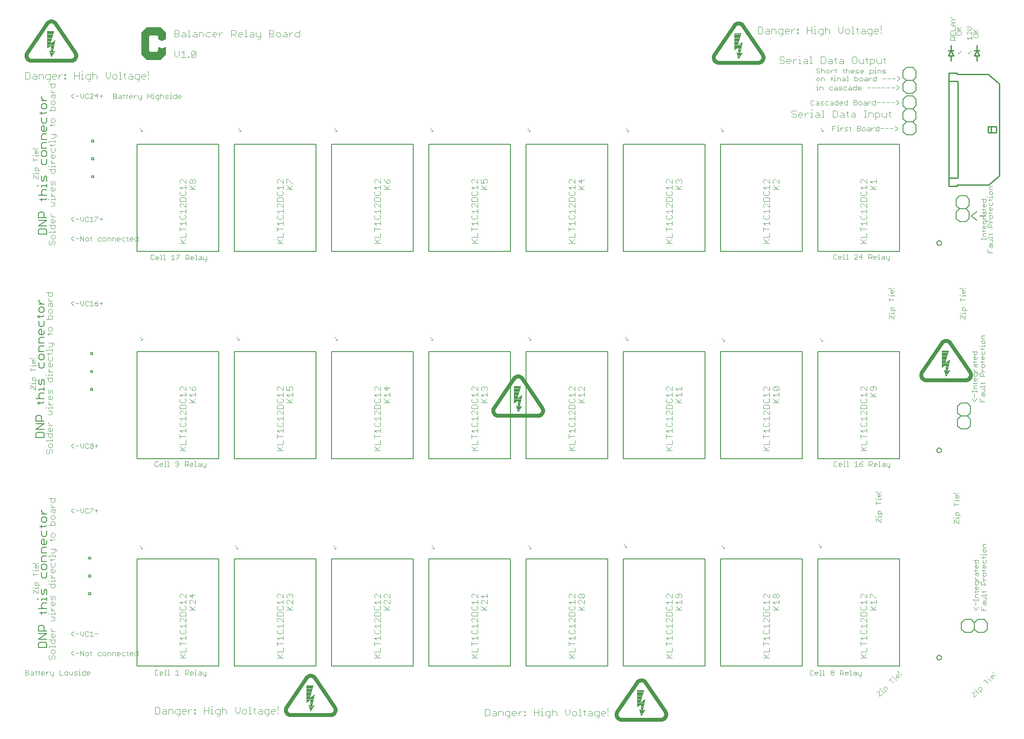
<source format=gto>
G75*
G70*
%OFA0B0*%
%FSLAX24Y24*%
%IPPOS*%
%LPD*%
%AMOC8*
5,1,8,0,0,1.08239X$1,22.5*
%
%ADD10C,0.0030*%
%ADD11C,0.0080*%
%ADD12C,0.0040*%
%ADD13C,0.0100*%
%ADD14C,0.0060*%
%ADD15C,0.0050*%
%ADD16C,0.0098*%
%ADD17C,0.0025*%
%ADD18C,0.0004*%
%ADD19C,0.0295*%
%ADD20C,0.0039*%
D10*
X006428Y005081D02*
X006489Y005081D01*
X006551Y005143D01*
X006551Y005451D01*
X006551Y005204D02*
X006366Y005204D01*
X006304Y005266D01*
X006304Y005451D01*
X006183Y005451D02*
X006121Y005451D01*
X005997Y005328D01*
X005876Y005328D02*
X005629Y005328D01*
X005629Y005389D02*
X005691Y005451D01*
X005814Y005451D01*
X005876Y005389D01*
X005876Y005328D01*
X005814Y005204D02*
X005691Y005204D01*
X005629Y005266D01*
X005629Y005389D01*
X005507Y005451D02*
X005384Y005451D01*
X005445Y005513D02*
X005445Y005266D01*
X005507Y005204D01*
X005261Y005204D02*
X005200Y005266D01*
X005200Y005513D01*
X005261Y005451D02*
X005138Y005451D01*
X005017Y005389D02*
X005017Y005204D01*
X004831Y005204D01*
X004770Y005266D01*
X004831Y005328D01*
X005017Y005328D01*
X005017Y005389D02*
X004955Y005451D01*
X004831Y005451D01*
X004648Y005451D02*
X004587Y005389D01*
X004401Y005389D01*
X004401Y005204D02*
X004587Y005204D01*
X004648Y005266D01*
X004648Y005328D01*
X004587Y005389D01*
X004648Y005451D02*
X004648Y005513D01*
X004587Y005575D01*
X004401Y005575D01*
X004401Y005204D01*
X005997Y005204D02*
X005997Y005451D01*
X007041Y005575D02*
X007041Y005204D01*
X007288Y005204D01*
X007409Y005266D02*
X007471Y005204D01*
X007594Y005204D01*
X007656Y005266D01*
X007656Y005389D01*
X007594Y005451D01*
X007471Y005451D01*
X007409Y005389D01*
X007409Y005266D01*
X007778Y005266D02*
X007839Y005204D01*
X007901Y005266D01*
X007963Y005204D01*
X008024Y005266D01*
X008024Y005451D01*
X008146Y005389D02*
X008208Y005451D01*
X008393Y005451D01*
X008514Y005451D02*
X008576Y005451D01*
X008576Y005204D01*
X008514Y005204D02*
X008638Y005204D01*
X008760Y005266D02*
X008760Y005389D01*
X008821Y005451D01*
X009006Y005451D01*
X009006Y005575D02*
X009006Y005204D01*
X008821Y005204D01*
X008760Y005266D01*
X008576Y005575D02*
X008576Y005636D01*
X008331Y005328D02*
X008208Y005328D01*
X008146Y005389D01*
X008146Y005204D02*
X008331Y005204D01*
X008393Y005266D01*
X008331Y005328D01*
X007778Y005266D02*
X007778Y005451D01*
X008148Y006704D02*
X007901Y006889D01*
X008148Y007075D01*
X008270Y006889D02*
X008517Y006889D01*
X008638Y006704D02*
X008638Y007075D01*
X008885Y006704D01*
X008885Y007075D01*
X009068Y006951D02*
X009006Y006889D01*
X009006Y006766D01*
X009068Y006704D01*
X009192Y006704D01*
X009253Y006766D01*
X009253Y006889D01*
X009192Y006951D01*
X009068Y006951D01*
X009375Y006951D02*
X009498Y006951D01*
X009436Y007013D02*
X009436Y006766D01*
X009498Y006704D01*
X009989Y006766D02*
X009989Y006889D01*
X010050Y006951D01*
X010235Y006951D01*
X010357Y006889D02*
X010357Y006766D01*
X010419Y006704D01*
X010542Y006704D01*
X010604Y006766D01*
X010604Y006889D01*
X010542Y006951D01*
X010419Y006951D01*
X010357Y006889D01*
X010235Y006704D02*
X010050Y006704D01*
X009989Y006766D01*
X010725Y006704D02*
X010725Y006951D01*
X010910Y006951D01*
X010972Y006889D01*
X010972Y006704D01*
X011093Y006704D02*
X011093Y006951D01*
X011279Y006951D01*
X011340Y006889D01*
X011340Y006704D01*
X011462Y006766D02*
X011462Y006889D01*
X011523Y006951D01*
X011647Y006951D01*
X011709Y006889D01*
X011709Y006828D01*
X011462Y006828D01*
X011462Y006766D02*
X011523Y006704D01*
X011647Y006704D01*
X011830Y006766D02*
X011892Y006704D01*
X012077Y006704D01*
X012260Y006766D02*
X012260Y007013D01*
X012198Y006951D02*
X012322Y006951D01*
X012444Y006889D02*
X012506Y006951D01*
X012629Y006951D01*
X012691Y006889D01*
X012691Y006828D01*
X012444Y006828D01*
X012444Y006889D02*
X012444Y006766D01*
X012506Y006704D01*
X012629Y006704D01*
X012812Y006766D02*
X012812Y006889D01*
X012874Y006951D01*
X013059Y006951D01*
X013059Y007075D02*
X013059Y006704D01*
X012874Y006704D01*
X012812Y006766D01*
X012322Y006704D02*
X012260Y006766D01*
X012077Y006951D02*
X011892Y006951D01*
X011830Y006889D01*
X011830Y006766D01*
X009990Y008389D02*
X009743Y008389D01*
X009622Y008204D02*
X009375Y008204D01*
X009498Y008204D02*
X009498Y008575D01*
X009375Y008451D01*
X009253Y008513D02*
X009192Y008575D01*
X009068Y008575D01*
X009006Y008513D01*
X009006Y008266D01*
X009068Y008204D01*
X009192Y008204D01*
X009253Y008266D01*
X008885Y008328D02*
X008885Y008575D01*
X008638Y008575D02*
X008638Y008328D01*
X008761Y008204D01*
X008885Y008328D01*
X008517Y008389D02*
X008270Y008389D01*
X008148Y008204D02*
X007901Y008389D01*
X008148Y008575D01*
X009190Y005451D02*
X009313Y005451D01*
X009375Y005389D01*
X009375Y005328D01*
X009128Y005328D01*
X009128Y005389D02*
X009190Y005451D01*
X009128Y005389D02*
X009128Y005266D01*
X009190Y005204D01*
X009313Y005204D01*
X014394Y005275D02*
X014455Y005213D01*
X014579Y005213D01*
X014640Y005275D01*
X014762Y005275D02*
X014762Y005398D01*
X014824Y005460D01*
X014947Y005460D01*
X015009Y005398D01*
X015009Y005336D01*
X014762Y005336D01*
X014762Y005275D02*
X014824Y005213D01*
X014947Y005213D01*
X015130Y005213D02*
X015254Y005213D01*
X015192Y005213D02*
X015192Y005583D01*
X015130Y005583D01*
X015376Y005583D02*
X015437Y005583D01*
X015437Y005213D01*
X015376Y005213D02*
X015499Y005213D01*
X015990Y005213D02*
X016236Y005213D01*
X016113Y005213D02*
X016113Y005583D01*
X015990Y005460D01*
X016726Y005583D02*
X016911Y005583D01*
X016973Y005522D01*
X016973Y005398D01*
X016911Y005336D01*
X016726Y005336D01*
X016726Y005213D02*
X016726Y005583D01*
X016850Y005336D02*
X016973Y005213D01*
X017094Y005275D02*
X017094Y005398D01*
X017156Y005460D01*
X017280Y005460D01*
X017341Y005398D01*
X017341Y005336D01*
X017094Y005336D01*
X017094Y005275D02*
X017156Y005213D01*
X017280Y005213D01*
X017463Y005213D02*
X017586Y005213D01*
X017524Y005213D02*
X017524Y005583D01*
X017463Y005583D01*
X017770Y005460D02*
X017893Y005460D01*
X017955Y005398D01*
X017955Y005213D01*
X017770Y005213D01*
X017708Y005275D01*
X017770Y005336D01*
X017955Y005336D01*
X018077Y005275D02*
X018138Y005213D01*
X018323Y005213D01*
X018323Y005151D02*
X018323Y005460D01*
X018077Y005460D02*
X018077Y005275D01*
X018200Y005090D02*
X018262Y005090D01*
X018323Y005151D01*
X014640Y005522D02*
X014579Y005583D01*
X014455Y005583D01*
X014394Y005522D01*
X014394Y005275D01*
X005371Y011504D02*
X005371Y011751D01*
X005371Y011873D02*
X005371Y011996D01*
X005371Y011934D02*
X005125Y011934D01*
X005125Y011873D01*
X005063Y011751D02*
X005310Y011504D01*
X005371Y011504D01*
X005001Y011504D02*
X005001Y011751D01*
X005063Y011751D01*
X005001Y011934D02*
X004939Y011934D01*
X005125Y012118D02*
X005125Y012303D01*
X005186Y012365D01*
X005310Y012365D01*
X005371Y012303D01*
X005371Y012118D01*
X005495Y012118D02*
X005125Y012118D01*
X005001Y012855D02*
X005001Y013102D01*
X005001Y012978D02*
X005371Y012978D01*
X005371Y013223D02*
X005371Y013346D01*
X005371Y013285D02*
X005125Y013285D01*
X005125Y013223D01*
X005001Y013285D02*
X004939Y013285D01*
X005125Y013530D02*
X005125Y013654D01*
X005186Y013715D01*
X005248Y013715D01*
X005248Y013469D01*
X005186Y013469D02*
X005125Y013530D01*
X005186Y013469D02*
X005310Y013469D01*
X005371Y013530D01*
X005371Y013654D01*
X005371Y013837D02*
X005310Y013837D01*
X005186Y013837D02*
X004939Y013837D01*
X007901Y017889D02*
X008148Y017704D01*
X008270Y017889D02*
X008517Y017889D01*
X008638Y017828D02*
X008761Y017704D01*
X008885Y017828D01*
X008885Y018075D01*
X009006Y018013D02*
X009006Y017766D01*
X009068Y017704D01*
X009192Y017704D01*
X009253Y017766D01*
X009375Y017766D02*
X009375Y017704D01*
X009375Y017766D02*
X009622Y018013D01*
X009622Y018075D01*
X009375Y018075D01*
X009253Y018013D02*
X009192Y018075D01*
X009068Y018075D01*
X009006Y018013D01*
X008638Y018075D02*
X008638Y017828D01*
X008148Y018075D02*
X007901Y017889D01*
X009743Y017889D02*
X009990Y017889D01*
X009866Y017766D02*
X009866Y018013D01*
X014375Y021375D02*
X014437Y021313D01*
X014561Y021313D01*
X014622Y021375D01*
X014744Y021375D02*
X014744Y021498D01*
X014805Y021560D01*
X014929Y021560D01*
X014991Y021498D01*
X014991Y021436D01*
X014744Y021436D01*
X014744Y021375D02*
X014805Y021313D01*
X014929Y021313D01*
X015112Y021313D02*
X015236Y021313D01*
X015174Y021313D02*
X015174Y021683D01*
X015112Y021683D01*
X015358Y021683D02*
X015419Y021683D01*
X015419Y021313D01*
X015358Y021313D02*
X015481Y021313D01*
X015971Y021375D02*
X016033Y021313D01*
X016157Y021313D01*
X016218Y021375D01*
X016218Y021622D01*
X016157Y021683D01*
X016033Y021683D01*
X015971Y021622D01*
X015971Y021560D01*
X016033Y021498D01*
X016218Y021498D01*
X016708Y021436D02*
X016893Y021436D01*
X016955Y021498D01*
X016955Y021622D01*
X016893Y021683D01*
X016708Y021683D01*
X016708Y021313D01*
X016831Y021436D02*
X016955Y021313D01*
X017076Y021375D02*
X017076Y021498D01*
X017138Y021560D01*
X017261Y021560D01*
X017323Y021498D01*
X017323Y021436D01*
X017076Y021436D01*
X017076Y021375D02*
X017138Y021313D01*
X017261Y021313D01*
X017445Y021313D02*
X017568Y021313D01*
X017506Y021313D02*
X017506Y021683D01*
X017445Y021683D01*
X017752Y021560D02*
X017875Y021560D01*
X017937Y021498D01*
X017937Y021313D01*
X017752Y021313D01*
X017690Y021375D01*
X017752Y021436D01*
X017937Y021436D01*
X018058Y021375D02*
X018120Y021313D01*
X018305Y021313D01*
X018305Y021251D02*
X018244Y021190D01*
X018182Y021190D01*
X018305Y021251D02*
X018305Y021560D01*
X018058Y021560D02*
X018058Y021375D01*
X014622Y021622D02*
X014561Y021683D01*
X014437Y021683D01*
X014375Y021622D01*
X014375Y021375D01*
X009990Y022889D02*
X009743Y022889D01*
X009622Y022828D02*
X009622Y022766D01*
X009560Y022704D01*
X009436Y022704D01*
X009375Y022766D01*
X009375Y022828D01*
X009436Y022889D01*
X009560Y022889D01*
X009622Y022828D01*
X009560Y022889D02*
X009622Y022951D01*
X009622Y023013D01*
X009560Y023075D01*
X009436Y023075D01*
X009375Y023013D01*
X009375Y022951D01*
X009436Y022889D01*
X009253Y022766D02*
X009192Y022704D01*
X009068Y022704D01*
X009006Y022766D01*
X009006Y023013D01*
X009068Y023075D01*
X009192Y023075D01*
X009253Y023013D01*
X008885Y023075D02*
X008885Y022828D01*
X008761Y022704D01*
X008638Y022828D01*
X008638Y023075D01*
X008517Y022889D02*
X008270Y022889D01*
X008148Y022704D02*
X007901Y022889D01*
X008148Y023075D01*
X009866Y023013D02*
X009866Y022766D01*
X005171Y027304D02*
X005171Y027551D01*
X005171Y027673D02*
X005171Y027796D01*
X005171Y027734D02*
X004925Y027734D01*
X004925Y027673D01*
X004863Y027551D02*
X005110Y027304D01*
X005171Y027304D01*
X004801Y027304D02*
X004801Y027551D01*
X004863Y027551D01*
X004801Y027734D02*
X004739Y027734D01*
X004925Y027918D02*
X004925Y028103D01*
X004986Y028165D01*
X005110Y028165D01*
X005171Y028103D01*
X005171Y027918D01*
X005295Y027918D02*
X004925Y027918D01*
X004801Y028655D02*
X004801Y028902D01*
X004801Y028778D02*
X005171Y028778D01*
X005171Y029023D02*
X005171Y029146D01*
X005171Y029085D02*
X004925Y029085D01*
X004925Y029023D01*
X004801Y029085D02*
X004739Y029085D01*
X004925Y029330D02*
X004925Y029454D01*
X004986Y029515D01*
X005048Y029515D01*
X005048Y029269D01*
X004986Y029269D02*
X004925Y029330D01*
X004986Y029269D02*
X005110Y029269D01*
X005171Y029330D01*
X005171Y029454D01*
X005171Y029637D02*
X005110Y029637D01*
X004986Y029637D02*
X004739Y029637D01*
X007901Y033889D02*
X008148Y033704D01*
X008270Y033889D02*
X008517Y033889D01*
X008638Y033828D02*
X008638Y034075D01*
X008885Y034075D02*
X008885Y033828D01*
X008761Y033704D01*
X008638Y033828D01*
X009006Y033766D02*
X009006Y034013D01*
X009068Y034075D01*
X009192Y034075D01*
X009253Y034013D01*
X009375Y033951D02*
X009498Y034075D01*
X009498Y033704D01*
X009375Y033704D02*
X009622Y033704D01*
X009743Y033766D02*
X009743Y033889D01*
X009928Y033889D01*
X009990Y033828D01*
X009990Y033766D01*
X009928Y033704D01*
X009805Y033704D01*
X009743Y033766D01*
X009743Y033889D02*
X009866Y034013D01*
X009990Y034075D01*
X010111Y033889D02*
X010358Y033889D01*
X010235Y033766D02*
X010235Y034013D01*
X009253Y033766D02*
X009192Y033704D01*
X009068Y033704D01*
X009006Y033766D01*
X008148Y034075D02*
X007901Y033889D01*
X008148Y038704D02*
X007901Y038889D01*
X008148Y039075D01*
X008270Y038889D02*
X008517Y038889D01*
X008638Y038704D02*
X008638Y039075D01*
X008885Y038704D01*
X008885Y039075D01*
X009068Y038951D02*
X009006Y038889D01*
X009006Y038766D01*
X009068Y038704D01*
X009192Y038704D01*
X009253Y038766D01*
X009253Y038889D01*
X009192Y038951D01*
X009068Y038951D01*
X009375Y038951D02*
X009498Y038951D01*
X009436Y039013D02*
X009436Y038766D01*
X009498Y038704D01*
X009989Y038766D02*
X010050Y038704D01*
X010235Y038704D01*
X010357Y038766D02*
X010419Y038704D01*
X010542Y038704D01*
X010604Y038766D01*
X010604Y038889D01*
X010542Y038951D01*
X010419Y038951D01*
X010357Y038889D01*
X010357Y038766D01*
X010235Y038951D02*
X010050Y038951D01*
X009989Y038889D01*
X009989Y038766D01*
X010725Y038704D02*
X010725Y038951D01*
X010910Y038951D01*
X010972Y038889D01*
X010972Y038704D01*
X011093Y038704D02*
X011093Y038951D01*
X011279Y038951D01*
X011340Y038889D01*
X011340Y038704D01*
X011462Y038766D02*
X011462Y038889D01*
X011523Y038951D01*
X011647Y038951D01*
X011709Y038889D01*
X011709Y038828D01*
X011462Y038828D01*
X011462Y038766D02*
X011523Y038704D01*
X011647Y038704D01*
X011830Y038766D02*
X011892Y038704D01*
X012077Y038704D01*
X012260Y038766D02*
X012322Y038704D01*
X012260Y038766D02*
X012260Y039013D01*
X012198Y038951D02*
X012322Y038951D01*
X012444Y038889D02*
X012506Y038951D01*
X012629Y038951D01*
X012691Y038889D01*
X012691Y038828D01*
X012444Y038828D01*
X012444Y038889D02*
X012444Y038766D01*
X012506Y038704D01*
X012629Y038704D01*
X012812Y038766D02*
X012812Y038889D01*
X012874Y038951D01*
X013059Y038951D01*
X013059Y039075D02*
X013059Y038704D01*
X012874Y038704D01*
X012812Y038766D01*
X012077Y038951D02*
X011892Y038951D01*
X011830Y038889D01*
X011830Y038766D01*
X010235Y040266D02*
X010235Y040513D01*
X010358Y040389D02*
X010111Y040389D01*
X009990Y040513D02*
X009743Y040266D01*
X009743Y040204D01*
X009622Y040204D02*
X009375Y040204D01*
X009498Y040204D02*
X009498Y040575D01*
X009375Y040451D01*
X009253Y040513D02*
X009192Y040575D01*
X009068Y040575D01*
X009006Y040513D01*
X009006Y040266D01*
X009068Y040204D01*
X009192Y040204D01*
X009253Y040266D01*
X008885Y040328D02*
X008885Y040575D01*
X008638Y040575D02*
X008638Y040328D01*
X008761Y040204D01*
X008885Y040328D01*
X008517Y040389D02*
X008270Y040389D01*
X008148Y040204D02*
X007901Y040389D01*
X008148Y040575D01*
X009743Y040575D02*
X009990Y040575D01*
X009990Y040513D01*
X014061Y037561D02*
X014061Y037314D01*
X014122Y037252D01*
X014246Y037252D01*
X014307Y037314D01*
X014429Y037314D02*
X014429Y037437D01*
X014491Y037499D01*
X014614Y037499D01*
X014676Y037437D01*
X014676Y037376D01*
X014429Y037376D01*
X014429Y037314D02*
X014491Y037252D01*
X014614Y037252D01*
X014797Y037252D02*
X014921Y037252D01*
X014859Y037252D02*
X014859Y037623D01*
X014797Y037623D01*
X015043Y037623D02*
X015104Y037623D01*
X015104Y037252D01*
X015043Y037252D02*
X015166Y037252D01*
X015656Y037252D02*
X015903Y037252D01*
X016025Y037252D02*
X016025Y037314D01*
X016272Y037561D01*
X016272Y037623D01*
X016025Y037623D01*
X015780Y037623D02*
X015780Y037252D01*
X015656Y037499D02*
X015780Y037623D01*
X016761Y037623D02*
X016761Y037252D01*
X016761Y037376D02*
X016947Y037376D01*
X017008Y037437D01*
X017008Y037561D01*
X016947Y037623D01*
X016761Y037623D01*
X016885Y037376D02*
X017008Y037252D01*
X017130Y037314D02*
X017191Y037252D01*
X017315Y037252D01*
X017377Y037376D02*
X017130Y037376D01*
X017130Y037437D02*
X017191Y037499D01*
X017315Y037499D01*
X017377Y037437D01*
X017377Y037376D01*
X017498Y037252D02*
X017621Y037252D01*
X017560Y037252D02*
X017560Y037623D01*
X017498Y037623D01*
X017805Y037499D02*
X017929Y037499D01*
X017990Y037437D01*
X017990Y037252D01*
X017805Y037252D01*
X017744Y037314D01*
X017805Y037376D01*
X017990Y037376D01*
X018112Y037314D02*
X018174Y037252D01*
X018359Y037252D01*
X018359Y037191D02*
X018297Y037129D01*
X018235Y037129D01*
X018359Y037191D02*
X018359Y037499D01*
X018112Y037499D02*
X018112Y037314D01*
X017130Y037314D02*
X017130Y037437D01*
X014307Y037561D02*
X014246Y037623D01*
X014122Y037623D01*
X014061Y037561D01*
X005371Y043504D02*
X005371Y043751D01*
X005371Y043873D02*
X005371Y043996D01*
X005371Y043934D02*
X005125Y043934D01*
X005125Y043873D01*
X005063Y043751D02*
X005310Y043504D01*
X005371Y043504D01*
X005001Y043504D02*
X005001Y043751D01*
X005063Y043751D01*
X005001Y043934D02*
X004939Y043934D01*
X005125Y044118D02*
X005125Y044303D01*
X005186Y044365D01*
X005310Y044365D01*
X005371Y044303D01*
X005371Y044118D01*
X005495Y044118D02*
X005125Y044118D01*
X005001Y044855D02*
X005001Y045102D01*
X005001Y044978D02*
X005371Y044978D01*
X005371Y045223D02*
X005371Y045346D01*
X005371Y045285D02*
X005125Y045285D01*
X005125Y045223D01*
X005001Y045285D02*
X004939Y045285D01*
X005125Y045530D02*
X005125Y045654D01*
X005186Y045715D01*
X005248Y045715D01*
X005248Y045469D01*
X005186Y045469D02*
X005125Y045530D01*
X005186Y045469D02*
X005310Y045469D01*
X005371Y045530D01*
X005371Y045654D01*
X005371Y045837D02*
X005310Y045837D01*
X005186Y045837D02*
X004939Y045837D01*
X007901Y049889D02*
X008148Y049704D01*
X008270Y049889D02*
X008517Y049889D01*
X008638Y049828D02*
X008761Y049704D01*
X008885Y049828D01*
X008885Y050075D01*
X009006Y050013D02*
X009006Y049766D01*
X009068Y049704D01*
X009192Y049704D01*
X009253Y049766D01*
X009375Y049704D02*
X009622Y049951D01*
X009622Y050013D01*
X009560Y050075D01*
X009436Y050075D01*
X009375Y050013D01*
X009253Y050013D02*
X009192Y050075D01*
X009068Y050075D01*
X009006Y050013D01*
X008638Y050075D02*
X008638Y049828D01*
X008148Y050075D02*
X007901Y049889D01*
X009375Y049704D02*
X009622Y049704D01*
X009743Y049889D02*
X009928Y050075D01*
X009928Y049704D01*
X009990Y049889D02*
X009743Y049889D01*
X010111Y049889D02*
X010358Y049889D01*
X010235Y049766D02*
X010235Y050013D01*
X011177Y050075D02*
X011177Y049704D01*
X011362Y049704D01*
X011424Y049766D01*
X011424Y049828D01*
X011362Y049889D01*
X011177Y049889D01*
X011362Y049889D02*
X011424Y049951D01*
X011424Y050013D01*
X011362Y050075D01*
X011177Y050075D01*
X011607Y049951D02*
X011731Y049951D01*
X011792Y049889D01*
X011792Y049704D01*
X011607Y049704D01*
X011545Y049766D01*
X011607Y049828D01*
X011792Y049828D01*
X011914Y049951D02*
X012037Y049951D01*
X011975Y050013D02*
X011975Y049766D01*
X012037Y049704D01*
X012221Y049766D02*
X012221Y050013D01*
X012159Y049951D02*
X012283Y049951D01*
X012405Y049889D02*
X012466Y049951D01*
X012590Y049951D01*
X012652Y049889D01*
X012652Y049828D01*
X012405Y049828D01*
X012405Y049889D02*
X012405Y049766D01*
X012466Y049704D01*
X012590Y049704D01*
X012773Y049704D02*
X012773Y049951D01*
X012773Y049828D02*
X012896Y049951D01*
X012958Y049951D01*
X013080Y049951D02*
X013080Y049766D01*
X013142Y049704D01*
X013327Y049704D01*
X013327Y049643D02*
X013265Y049581D01*
X013203Y049581D01*
X013327Y049643D02*
X013327Y049951D01*
X013816Y049889D02*
X014063Y049889D01*
X014185Y049951D02*
X014246Y049951D01*
X014246Y049704D01*
X014185Y049704D02*
X014308Y049704D01*
X014430Y049766D02*
X014492Y049704D01*
X014677Y049704D01*
X014677Y049643D02*
X014677Y049951D01*
X014492Y049951D01*
X014430Y049889D01*
X014430Y049766D01*
X014554Y049581D02*
X014615Y049581D01*
X014677Y049643D01*
X014799Y049704D02*
X014799Y050075D01*
X014860Y049951D02*
X014984Y049951D01*
X015045Y049889D01*
X015045Y049704D01*
X015167Y049704D02*
X015352Y049704D01*
X015414Y049766D01*
X015352Y049828D01*
X015229Y049828D01*
X015167Y049889D01*
X015229Y049951D01*
X015414Y049951D01*
X015535Y049951D02*
X015597Y049951D01*
X015597Y049704D01*
X015535Y049704D02*
X015659Y049704D01*
X015781Y049766D02*
X015781Y049889D01*
X015842Y049951D01*
X016028Y049951D01*
X016028Y050075D02*
X016028Y049704D01*
X015842Y049704D01*
X015781Y049766D01*
X015597Y050075D02*
X015597Y050136D01*
X016149Y049889D02*
X016211Y049951D01*
X016334Y049951D01*
X016396Y049889D01*
X016396Y049828D01*
X016149Y049828D01*
X016149Y049889D02*
X016149Y049766D01*
X016211Y049704D01*
X016334Y049704D01*
X014860Y049951D02*
X014799Y049889D01*
X014246Y050075D02*
X014246Y050136D01*
X014063Y050075D02*
X014063Y049704D01*
X013816Y049704D02*
X013816Y050075D01*
X012283Y049704D02*
X012221Y049766D01*
X064965Y049513D02*
X064965Y049266D01*
X065027Y049204D01*
X065150Y049204D01*
X065212Y049266D01*
X065333Y049266D02*
X065395Y049328D01*
X065580Y049328D01*
X065580Y049389D02*
X065580Y049204D01*
X065395Y049204D01*
X065333Y049266D01*
X065395Y049451D02*
X065518Y049451D01*
X065580Y049389D01*
X065701Y049389D02*
X065763Y049451D01*
X065948Y049451D01*
X066070Y049389D02*
X066070Y049266D01*
X066131Y049204D01*
X066317Y049204D01*
X066438Y049266D02*
X066500Y049328D01*
X066685Y049328D01*
X066685Y049389D02*
X066685Y049204D01*
X066500Y049204D01*
X066438Y049266D01*
X066500Y049451D02*
X066623Y049451D01*
X066685Y049389D01*
X066806Y049389D02*
X066868Y049451D01*
X067053Y049451D01*
X067053Y049575D02*
X067053Y049204D01*
X066868Y049204D01*
X066806Y049266D01*
X066806Y049389D01*
X067175Y049389D02*
X067175Y049266D01*
X067236Y049204D01*
X067360Y049204D01*
X067422Y049328D02*
X067175Y049328D01*
X067175Y049389D02*
X067236Y049451D01*
X067360Y049451D01*
X067422Y049389D01*
X067422Y049328D01*
X067543Y049266D02*
X067543Y049389D01*
X067605Y049451D01*
X067790Y049451D01*
X067790Y049575D02*
X067790Y049204D01*
X067605Y049204D01*
X067543Y049266D01*
X068280Y049204D02*
X068280Y049575D01*
X068465Y049575D01*
X068526Y049513D01*
X068526Y049451D01*
X068465Y049389D01*
X068280Y049389D01*
X068280Y049204D02*
X068465Y049204D01*
X068526Y049266D01*
X068526Y049328D01*
X068465Y049389D01*
X068648Y049389D02*
X068648Y049266D01*
X068710Y049204D01*
X068833Y049204D01*
X068895Y049266D01*
X068895Y049389D01*
X068833Y049451D01*
X068710Y049451D01*
X068648Y049389D01*
X069016Y049266D02*
X069078Y049328D01*
X069263Y049328D01*
X069263Y049389D02*
X069263Y049204D01*
X069078Y049204D01*
X069016Y049266D01*
X069078Y049451D02*
X069201Y049451D01*
X069263Y049389D01*
X069385Y049328D02*
X069508Y049451D01*
X069570Y049451D01*
X069691Y049389D02*
X069753Y049451D01*
X069938Y049451D01*
X069938Y049575D02*
X069938Y049204D01*
X069753Y049204D01*
X069691Y049266D01*
X069691Y049389D01*
X069385Y049451D02*
X069385Y049204D01*
X070060Y049389D02*
X070307Y049389D01*
X070428Y049389D02*
X070675Y049389D01*
X070796Y049389D02*
X071043Y049389D01*
X071165Y049389D02*
X071412Y049389D01*
X071533Y049204D02*
X071780Y049389D01*
X071533Y049575D01*
X071540Y050354D02*
X071787Y050539D01*
X071540Y050725D01*
X071418Y050539D02*
X071172Y050539D01*
X071050Y050539D02*
X070803Y050539D01*
X070682Y050539D02*
X070435Y050539D01*
X070314Y050539D02*
X070067Y050539D01*
X069945Y050539D02*
X069698Y050539D01*
X069577Y050539D02*
X069330Y050539D01*
X068840Y050539D02*
X068840Y050478D01*
X068593Y050478D01*
X068593Y050539D02*
X068593Y050416D01*
X068655Y050354D01*
X068779Y050354D01*
X068840Y050539D02*
X068779Y050601D01*
X068655Y050601D01*
X068593Y050539D01*
X068472Y050601D02*
X068287Y050601D01*
X068225Y050539D01*
X068225Y050416D01*
X068287Y050354D01*
X068472Y050354D01*
X068472Y050725D01*
X068533Y051054D02*
X068348Y051054D01*
X068348Y051425D01*
X068348Y051301D02*
X068533Y051301D01*
X068595Y051239D01*
X068595Y051116D01*
X068533Y051054D01*
X068716Y051116D02*
X068778Y051054D01*
X068901Y051054D01*
X068963Y051116D01*
X068963Y051239D01*
X068901Y051301D01*
X068778Y051301D01*
X068716Y051239D01*
X068716Y051116D01*
X069084Y051116D02*
X069146Y051178D01*
X069331Y051178D01*
X069331Y051239D02*
X069331Y051054D01*
X069146Y051054D01*
X069084Y051116D01*
X069146Y051301D02*
X069270Y051301D01*
X069331Y051239D01*
X069453Y051178D02*
X069576Y051301D01*
X069638Y051301D01*
X069760Y051239D02*
X069821Y051301D01*
X070006Y051301D01*
X070006Y051425D02*
X070006Y051054D01*
X069821Y051054D01*
X069760Y051116D01*
X069760Y051239D01*
X069453Y051301D02*
X069453Y051054D01*
X069514Y051531D02*
X069514Y051901D01*
X069699Y051901D01*
X069761Y051839D01*
X069761Y051716D01*
X069699Y051654D01*
X069514Y051654D01*
X069882Y051654D02*
X070006Y051654D01*
X069944Y051654D02*
X069944Y051901D01*
X069882Y051901D01*
X069944Y052025D02*
X069944Y052086D01*
X070128Y051901D02*
X070313Y051901D01*
X070375Y051839D01*
X070375Y051654D01*
X070496Y051654D02*
X070681Y051654D01*
X070743Y051716D01*
X070681Y051778D01*
X070558Y051778D01*
X070496Y051839D01*
X070558Y051901D01*
X070743Y051901D01*
X070128Y051901D02*
X070128Y051654D01*
X070496Y051239D02*
X070743Y051239D01*
X070865Y051239D02*
X071111Y051239D01*
X071233Y051239D02*
X071480Y051239D01*
X071601Y051054D02*
X071848Y051239D01*
X071601Y051425D01*
X069024Y051778D02*
X068778Y051778D01*
X068778Y051839D02*
X068839Y051901D01*
X068963Y051901D01*
X069024Y051839D01*
X069024Y051778D01*
X068963Y051654D02*
X068839Y051654D01*
X068778Y051716D01*
X068778Y051839D01*
X068656Y051901D02*
X068471Y051901D01*
X068409Y051839D01*
X068471Y051778D01*
X068594Y051778D01*
X068656Y051716D01*
X068594Y051654D01*
X068409Y051654D01*
X068288Y051778D02*
X068041Y051778D01*
X068041Y051839D02*
X068103Y051901D01*
X068226Y051901D01*
X068288Y051839D01*
X068288Y051778D01*
X068226Y051654D02*
X068103Y051654D01*
X068041Y051716D01*
X068041Y051839D01*
X067919Y051839D02*
X067919Y051654D01*
X067919Y051839D02*
X067858Y051901D01*
X067734Y051901D01*
X067673Y051839D01*
X067551Y051901D02*
X067427Y051901D01*
X067489Y051963D02*
X067489Y051716D01*
X067551Y051654D01*
X067673Y051654D02*
X067673Y052025D01*
X067734Y051425D02*
X067796Y051425D01*
X067796Y051054D01*
X067857Y051054D02*
X067734Y051054D01*
X067613Y051054D02*
X067613Y051239D01*
X067551Y051301D01*
X067427Y051301D01*
X067427Y051178D02*
X067613Y051178D01*
X067613Y051054D02*
X067427Y051054D01*
X067366Y051116D01*
X067427Y051178D01*
X067244Y051239D02*
X067244Y051054D01*
X067244Y051239D02*
X067183Y051301D01*
X066997Y051301D01*
X066997Y051054D01*
X066875Y051054D02*
X066752Y051054D01*
X066814Y051054D02*
X066814Y051301D01*
X066752Y051301D01*
X066630Y051239D02*
X066506Y051239D01*
X066568Y051363D02*
X066630Y051425D01*
X066568Y051363D02*
X066568Y051054D01*
X066814Y051425D02*
X066814Y051486D01*
X066937Y051654D02*
X066875Y051716D01*
X066875Y051963D01*
X066813Y051901D02*
X066937Y051901D01*
X066692Y051901D02*
X066630Y051901D01*
X066506Y051778D01*
X066506Y051901D02*
X066506Y051654D01*
X066385Y051716D02*
X066385Y051839D01*
X066323Y051901D01*
X066200Y051901D01*
X066138Y051839D01*
X066138Y051716D01*
X066200Y051654D01*
X066323Y051654D01*
X066385Y051716D01*
X066017Y051654D02*
X066017Y051839D01*
X065955Y051901D01*
X065831Y051901D01*
X065770Y051839D01*
X065648Y051778D02*
X065648Y051716D01*
X065587Y051654D01*
X065463Y051654D01*
X065401Y051716D01*
X065463Y051839D02*
X065587Y051839D01*
X065648Y051778D01*
X065770Y051654D02*
X065770Y052025D01*
X065648Y051963D02*
X065587Y052025D01*
X065463Y052025D01*
X065401Y051963D01*
X065401Y051901D01*
X065463Y051839D01*
X065463Y051301D02*
X065401Y051239D01*
X065401Y051116D01*
X065463Y051054D01*
X065587Y051054D01*
X065648Y051116D01*
X065648Y051239D01*
X065587Y051301D01*
X065463Y051301D01*
X065770Y051301D02*
X065955Y051301D01*
X066017Y051239D01*
X066017Y051054D01*
X065770Y051054D02*
X065770Y051301D01*
X065463Y050786D02*
X065463Y050725D01*
X065463Y050601D02*
X065463Y050354D01*
X065401Y050354D02*
X065525Y050354D01*
X065647Y050354D02*
X065647Y050601D01*
X065832Y050601D01*
X065894Y050539D01*
X065894Y050354D01*
X066384Y050416D02*
X066384Y050539D01*
X066445Y050601D01*
X066630Y050601D01*
X066814Y050601D02*
X066937Y050601D01*
X066999Y050539D01*
X066999Y050354D01*
X066814Y050354D01*
X066752Y050416D01*
X066814Y050478D01*
X066999Y050478D01*
X067120Y050539D02*
X067182Y050478D01*
X067305Y050478D01*
X067367Y050416D01*
X067305Y050354D01*
X067120Y050354D01*
X067120Y050539D02*
X067182Y050601D01*
X067367Y050601D01*
X067489Y050539D02*
X067489Y050416D01*
X067550Y050354D01*
X067735Y050354D01*
X067857Y050416D02*
X067919Y050478D01*
X068104Y050478D01*
X068104Y050539D02*
X068104Y050354D01*
X067919Y050354D01*
X067857Y050416D01*
X067919Y050601D02*
X068042Y050601D01*
X068104Y050539D01*
X067735Y050601D02*
X067550Y050601D01*
X067489Y050539D01*
X066630Y050354D02*
X066445Y050354D01*
X066384Y050416D01*
X065463Y050601D02*
X065401Y050601D01*
X065150Y049575D02*
X065027Y049575D01*
X064965Y049513D01*
X065150Y049575D02*
X065212Y049513D01*
X065701Y049389D02*
X065763Y049328D01*
X065887Y049328D01*
X065948Y049266D01*
X065887Y049204D01*
X065701Y049204D01*
X066070Y049389D02*
X066131Y049451D01*
X066317Y049451D01*
X067075Y047636D02*
X067075Y047575D01*
X067075Y047451D02*
X067075Y047204D01*
X067013Y047204D02*
X067137Y047204D01*
X067259Y047204D02*
X067259Y047451D01*
X067259Y047328D02*
X067382Y047451D01*
X067444Y047451D01*
X067566Y047389D02*
X067627Y047451D01*
X067813Y047451D01*
X067934Y047451D02*
X068058Y047451D01*
X067996Y047513D02*
X067996Y047266D01*
X068058Y047204D01*
X067813Y047266D02*
X067751Y047328D01*
X067627Y047328D01*
X067566Y047389D01*
X067566Y047204D02*
X067751Y047204D01*
X067813Y047266D01*
X068548Y047204D02*
X068733Y047204D01*
X068795Y047266D01*
X068795Y047328D01*
X068733Y047389D01*
X068548Y047389D01*
X068548Y047204D02*
X068548Y047575D01*
X068733Y047575D01*
X068795Y047513D01*
X068795Y047451D01*
X068733Y047389D01*
X068916Y047389D02*
X068916Y047266D01*
X068978Y047204D01*
X069101Y047204D01*
X069163Y047266D01*
X069163Y047389D01*
X069101Y047451D01*
X068978Y047451D01*
X068916Y047389D01*
X069285Y047266D02*
X069346Y047328D01*
X069531Y047328D01*
X069531Y047389D02*
X069531Y047204D01*
X069346Y047204D01*
X069285Y047266D01*
X069346Y047451D02*
X069470Y047451D01*
X069531Y047389D01*
X069653Y047328D02*
X069776Y047451D01*
X069838Y047451D01*
X069960Y047389D02*
X070021Y047451D01*
X070207Y047451D01*
X070207Y047575D02*
X070207Y047204D01*
X070021Y047204D01*
X069960Y047266D01*
X069960Y047389D01*
X069653Y047451D02*
X069653Y047204D01*
X070328Y047389D02*
X070575Y047389D01*
X070696Y047389D02*
X070943Y047389D01*
X071065Y047389D02*
X071311Y047389D01*
X071433Y047204D02*
X071680Y047389D01*
X071433Y047575D01*
X067075Y047451D02*
X067013Y047451D01*
X066892Y047575D02*
X066645Y047575D01*
X066645Y047204D01*
X066645Y047389D02*
X066769Y047389D01*
X075751Y054204D02*
X075751Y054389D01*
X075813Y054451D01*
X075936Y054451D01*
X075998Y054389D01*
X075998Y054204D01*
X076121Y054204D02*
X075751Y054204D01*
X075998Y054328D02*
X076121Y054451D01*
X076121Y054573D02*
X076121Y054819D01*
X076201Y054789D02*
X076263Y054851D01*
X076510Y054851D01*
X076571Y054789D01*
X076571Y054666D01*
X076510Y054604D01*
X076263Y054604D01*
X076201Y054666D01*
X076201Y054789D01*
X076121Y054941D02*
X076121Y055188D01*
X076201Y055219D02*
X076448Y054973D01*
X076386Y055034D02*
X076571Y055219D01*
X076571Y054973D02*
X076201Y054973D01*
X076121Y054941D02*
X075751Y054941D01*
X075751Y054819D02*
X075751Y054573D01*
X076121Y054573D01*
X075936Y054573D02*
X075936Y054696D01*
X075936Y055309D02*
X075936Y055556D01*
X075875Y055556D02*
X076121Y055556D01*
X076121Y055801D02*
X075936Y055801D01*
X075813Y055924D01*
X075751Y055924D01*
X075936Y055801D02*
X075813Y055678D01*
X075751Y055678D01*
X075875Y055556D02*
X075751Y055433D01*
X075875Y055309D01*
X076121Y055309D01*
X077001Y055238D02*
X077248Y055238D01*
X077371Y055114D01*
X077248Y054991D01*
X077001Y054991D01*
X077063Y054869D02*
X077001Y054808D01*
X077001Y054684D01*
X077063Y054623D01*
X077063Y054869D02*
X077125Y054869D01*
X077371Y054623D01*
X077371Y054869D01*
X077501Y054773D02*
X077871Y054773D01*
X077748Y054773D02*
X077501Y055019D01*
X077686Y054834D02*
X077871Y055019D01*
X077810Y054651D02*
X077563Y054651D01*
X077501Y054589D01*
X077501Y054466D01*
X077563Y054404D01*
X077810Y054404D01*
X077871Y054466D01*
X077871Y054589D01*
X077810Y054651D01*
X077371Y054501D02*
X077371Y054254D01*
X077371Y054378D02*
X077001Y054378D01*
X077125Y054254D01*
X078786Y042900D02*
X078971Y042900D01*
X078786Y042900D02*
X078725Y042839D01*
X078725Y042654D01*
X078971Y042654D01*
X078910Y042532D02*
X078971Y042470D01*
X078971Y042347D01*
X078910Y042285D01*
X078786Y042285D01*
X078725Y042347D01*
X078725Y042470D01*
X078786Y042532D01*
X078910Y042532D01*
X078971Y042163D02*
X078971Y042040D01*
X078971Y042101D02*
X078725Y042101D01*
X078725Y042040D01*
X078725Y041918D02*
X078725Y041794D01*
X078663Y041856D02*
X078910Y041856D01*
X078971Y041918D01*
X078971Y041673D02*
X078971Y041488D01*
X078910Y041426D01*
X078786Y041426D01*
X078725Y041488D01*
X078725Y041673D01*
X078471Y041751D02*
X078410Y041689D01*
X078286Y041689D01*
X078225Y041751D01*
X078225Y041936D01*
X078101Y041936D02*
X078471Y041936D01*
X078471Y041751D01*
X078348Y041568D02*
X078348Y041321D01*
X078286Y041321D02*
X078225Y041383D01*
X078225Y041506D01*
X078286Y041568D01*
X078348Y041568D01*
X078471Y041506D02*
X078471Y041383D01*
X078410Y041321D01*
X078286Y041321D01*
X078225Y041199D02*
X078225Y041075D01*
X078163Y041137D02*
X078410Y041137D01*
X078471Y041199D01*
X078471Y040954D02*
X078471Y040769D01*
X078410Y040707D01*
X078348Y040769D01*
X078348Y040954D01*
X078286Y040954D02*
X078471Y040954D01*
X078286Y040954D02*
X078225Y040892D01*
X078225Y040769D01*
X078225Y040585D02*
X078225Y040524D01*
X078348Y040400D01*
X078471Y040400D02*
X078225Y040400D01*
X078225Y040279D02*
X078225Y040094D01*
X078286Y040032D01*
X078410Y040032D01*
X078471Y040094D01*
X078471Y040279D01*
X078533Y040279D02*
X078225Y040279D01*
X078533Y040279D02*
X078595Y040217D01*
X078595Y040155D01*
X078725Y040137D02*
X078971Y040137D01*
X078848Y040137D02*
X078725Y040260D01*
X078725Y040322D01*
X078786Y040444D02*
X078910Y040444D01*
X078971Y040505D01*
X078971Y040629D01*
X078910Y040691D01*
X078786Y040691D01*
X078725Y040629D01*
X078725Y040505D01*
X078786Y040444D01*
X078725Y040812D02*
X078725Y040935D01*
X078663Y040874D02*
X078910Y040874D01*
X078971Y040935D01*
X078910Y041058D02*
X078971Y041119D01*
X078971Y041243D01*
X078848Y041304D02*
X078848Y041058D01*
X078786Y041058D02*
X078725Y041119D01*
X078725Y041243D01*
X078786Y041304D01*
X078848Y041304D01*
X078910Y041058D02*
X078786Y041058D01*
X078786Y040015D02*
X078848Y039954D01*
X078848Y039769D01*
X078971Y039769D02*
X078601Y039769D01*
X078601Y039954D01*
X078663Y040015D01*
X078786Y040015D01*
X078471Y039849D02*
X078471Y039725D01*
X078410Y039664D01*
X078286Y039664D01*
X078225Y039725D01*
X078225Y039849D01*
X078286Y039910D01*
X078348Y039910D01*
X078348Y039664D01*
X078225Y039542D02*
X078225Y039418D01*
X078163Y039480D02*
X078410Y039480D01*
X078471Y039542D01*
X078471Y039297D02*
X078286Y039297D01*
X078225Y039235D01*
X078225Y039050D01*
X078471Y039050D01*
X078471Y038928D02*
X078471Y038804D01*
X078471Y038866D02*
X078101Y038866D01*
X078101Y038804D02*
X078101Y038928D01*
X078601Y038909D02*
X078601Y038971D01*
X078971Y038971D01*
X078971Y038909D02*
X078971Y039033D01*
X078910Y039216D02*
X078971Y039278D01*
X078910Y039216D02*
X078663Y039216D01*
X078725Y039155D02*
X078725Y039278D01*
X078725Y038788D02*
X078971Y038788D01*
X078971Y038603D01*
X078910Y038541D01*
X078725Y038541D01*
X078786Y038419D02*
X078971Y038419D01*
X078971Y038234D01*
X078910Y038173D01*
X078848Y038234D01*
X078848Y038419D01*
X078786Y038419D02*
X078725Y038358D01*
X078725Y038234D01*
X078601Y038051D02*
X078601Y037804D01*
X078971Y037804D01*
X078786Y037804D02*
X078786Y037928D01*
X076871Y035037D02*
X076810Y035037D01*
X076686Y035037D02*
X076439Y035037D01*
X076625Y034854D02*
X076686Y034915D01*
X076748Y034915D01*
X076748Y034669D01*
X076686Y034669D02*
X076625Y034730D01*
X076625Y034854D01*
X076686Y034669D02*
X076810Y034669D01*
X076871Y034730D01*
X076871Y034854D01*
X076871Y034546D02*
X076871Y034423D01*
X076871Y034485D02*
X076625Y034485D01*
X076625Y034423D01*
X076501Y034485D02*
X076439Y034485D01*
X076501Y034302D02*
X076501Y034055D01*
X076501Y034178D02*
X076871Y034178D01*
X076810Y033565D02*
X076871Y033503D01*
X076871Y033318D01*
X076871Y033196D02*
X076871Y033073D01*
X076871Y033134D02*
X076625Y033134D01*
X076625Y033073D01*
X076563Y032951D02*
X076810Y032704D01*
X076871Y032704D01*
X076871Y032951D01*
X076563Y032951D02*
X076501Y032951D01*
X076501Y032704D01*
X076501Y033134D02*
X076439Y033134D01*
X076625Y033318D02*
X076625Y033503D01*
X076686Y033565D01*
X076810Y033565D01*
X076995Y033318D02*
X076625Y033318D01*
X078186Y031400D02*
X078125Y031339D01*
X078125Y031154D01*
X078371Y031154D01*
X078310Y031032D02*
X078186Y031032D01*
X078125Y030970D01*
X078125Y030847D01*
X078186Y030785D01*
X078310Y030785D01*
X078371Y030847D01*
X078371Y030970D01*
X078310Y031032D01*
X078371Y031400D02*
X078186Y031400D01*
X078371Y030663D02*
X078371Y030540D01*
X078371Y030601D02*
X078125Y030601D01*
X078125Y030540D01*
X078125Y030418D02*
X078125Y030294D01*
X078063Y030356D02*
X078310Y030356D01*
X078371Y030418D01*
X078371Y030173D02*
X078371Y029988D01*
X078310Y029926D01*
X078186Y029926D01*
X078125Y029988D01*
X078125Y030173D01*
X077771Y030173D02*
X077771Y029988D01*
X077710Y029926D01*
X077586Y029926D01*
X077525Y029988D01*
X077525Y030173D01*
X077401Y030173D02*
X077771Y030173D01*
X077648Y029804D02*
X077648Y029558D01*
X077586Y029558D02*
X077525Y029619D01*
X077525Y029743D01*
X077586Y029804D01*
X077648Y029804D01*
X077771Y029743D02*
X077771Y029619D01*
X077710Y029558D01*
X077586Y029558D01*
X077525Y029435D02*
X077525Y029312D01*
X077463Y029374D02*
X077710Y029374D01*
X077771Y029435D01*
X077771Y029191D02*
X077771Y029005D01*
X077710Y028944D01*
X077648Y029005D01*
X077648Y029191D01*
X077586Y029191D02*
X077771Y029191D01*
X077586Y029191D02*
X077525Y029129D01*
X077525Y029005D01*
X077525Y028822D02*
X077525Y028760D01*
X077648Y028637D01*
X077771Y028637D02*
X077525Y028637D01*
X077525Y028515D02*
X077525Y028330D01*
X077586Y028269D01*
X077710Y028269D01*
X077771Y028330D01*
X077771Y028515D01*
X077833Y028515D02*
X077525Y028515D01*
X077833Y028515D02*
X077895Y028454D01*
X077895Y028392D01*
X078001Y028454D02*
X078063Y028515D01*
X078186Y028515D01*
X078248Y028454D01*
X078248Y028269D01*
X078371Y028269D02*
X078001Y028269D01*
X078001Y028454D01*
X078125Y028637D02*
X078371Y028637D01*
X078248Y028637D02*
X078125Y028760D01*
X078125Y028822D01*
X078186Y028944D02*
X078125Y029005D01*
X078125Y029129D01*
X078186Y029191D01*
X078310Y029191D01*
X078371Y029129D01*
X078371Y029005D01*
X078310Y028944D01*
X078186Y028944D01*
X078125Y029312D02*
X078125Y029435D01*
X078063Y029374D02*
X078310Y029374D01*
X078371Y029435D01*
X078310Y029558D02*
X078186Y029558D01*
X078125Y029619D01*
X078125Y029743D01*
X078186Y029804D01*
X078248Y029804D01*
X078248Y029558D01*
X078310Y029558D02*
X078371Y029619D01*
X078371Y029743D01*
X078001Y030601D02*
X077939Y030601D01*
X077648Y028147D02*
X077648Y027900D01*
X077586Y027900D02*
X077525Y027962D01*
X077525Y028085D01*
X077586Y028147D01*
X077648Y028147D01*
X077771Y028085D02*
X077771Y027962D01*
X077710Y027900D01*
X077586Y027900D01*
X077525Y027778D02*
X077525Y027655D01*
X077463Y027716D02*
X077710Y027716D01*
X077771Y027778D01*
X077771Y027533D02*
X077586Y027533D01*
X077525Y027472D01*
X077525Y027286D01*
X077771Y027286D01*
X077771Y027164D02*
X077771Y027041D01*
X077771Y027103D02*
X077401Y027103D01*
X077401Y027164D02*
X077401Y027041D01*
X077586Y026919D02*
X077586Y026673D01*
X077401Y026551D02*
X077586Y026304D01*
X077771Y026551D01*
X078001Y026551D02*
X078001Y026304D01*
X078371Y026304D01*
X078186Y026304D02*
X078186Y026428D01*
X078310Y026673D02*
X078248Y026734D01*
X078248Y026919D01*
X078186Y026919D02*
X078371Y026919D01*
X078371Y026734D01*
X078310Y026673D01*
X078125Y026734D02*
X078125Y026858D01*
X078186Y026919D01*
X078125Y027041D02*
X078310Y027041D01*
X078371Y027103D01*
X078371Y027288D01*
X078125Y027288D01*
X078001Y027409D02*
X078001Y027471D01*
X078371Y027471D01*
X078371Y027409D02*
X078371Y027533D01*
X078310Y027716D02*
X078063Y027716D01*
X078125Y027655D02*
X078125Y027778D01*
X078310Y027716D02*
X078371Y027778D01*
X071371Y032704D02*
X071371Y032951D01*
X071371Y033073D02*
X071371Y033196D01*
X071371Y033134D02*
X071125Y033134D01*
X071125Y033073D01*
X071063Y032951D02*
X071310Y032704D01*
X071371Y032704D01*
X071001Y032704D02*
X071001Y032951D01*
X071063Y032951D01*
X071001Y033134D02*
X070939Y033134D01*
X071125Y033318D02*
X071125Y033503D01*
X071186Y033565D01*
X071310Y033565D01*
X071371Y033503D01*
X071371Y033318D01*
X071495Y033318D02*
X071125Y033318D01*
X071001Y034055D02*
X071001Y034302D01*
X071001Y034178D02*
X071371Y034178D01*
X071371Y034423D02*
X071371Y034546D01*
X071371Y034485D02*
X071125Y034485D01*
X071125Y034423D01*
X071001Y034485D02*
X070939Y034485D01*
X071125Y034730D02*
X071125Y034854D01*
X071186Y034915D01*
X071248Y034915D01*
X071248Y034669D01*
X071186Y034669D02*
X071125Y034730D01*
X071186Y034669D02*
X071310Y034669D01*
X071371Y034730D01*
X071371Y034854D01*
X071371Y035037D02*
X071310Y035037D01*
X071186Y035037D02*
X070939Y035037D01*
X070958Y037168D02*
X070896Y037168D01*
X070958Y037168D02*
X071019Y037230D01*
X071019Y037539D01*
X070772Y037539D02*
X070772Y037353D01*
X070834Y037292D01*
X071019Y037292D01*
X070651Y037292D02*
X070651Y037477D01*
X070589Y037539D01*
X070466Y037539D01*
X070466Y037415D02*
X070651Y037415D01*
X070651Y037292D02*
X070466Y037292D01*
X070404Y037353D01*
X070466Y037415D01*
X070282Y037292D02*
X070159Y037292D01*
X070220Y037292D02*
X070220Y037662D01*
X070159Y037662D01*
X069975Y037539D02*
X070037Y037477D01*
X070037Y037415D01*
X069790Y037415D01*
X069790Y037353D02*
X069790Y037477D01*
X069852Y037539D01*
X069975Y037539D01*
X069975Y037292D02*
X069852Y037292D01*
X069790Y037353D01*
X069669Y037292D02*
X069545Y037415D01*
X069607Y037415D02*
X069422Y037415D01*
X069422Y037292D02*
X069422Y037662D01*
X069607Y037662D01*
X069669Y037600D01*
X069669Y037477D01*
X069607Y037415D01*
X068932Y037477D02*
X068685Y037477D01*
X068871Y037662D01*
X068871Y037292D01*
X068564Y037292D02*
X068317Y037292D01*
X068564Y037539D01*
X068564Y037600D01*
X068502Y037662D01*
X068379Y037662D01*
X068317Y037600D01*
X067765Y037662D02*
X067765Y037292D01*
X067703Y037292D02*
X067827Y037292D01*
X067581Y037292D02*
X067458Y037292D01*
X067519Y037292D02*
X067519Y037662D01*
X067458Y037662D01*
X067275Y037539D02*
X067336Y037477D01*
X067336Y037415D01*
X067089Y037415D01*
X067089Y037353D02*
X067089Y037477D01*
X067151Y037539D01*
X067275Y037539D01*
X067275Y037292D02*
X067151Y037292D01*
X067089Y037353D01*
X066968Y037353D02*
X066906Y037292D01*
X066783Y037292D01*
X066721Y037353D01*
X066721Y037600D01*
X066783Y037662D01*
X066906Y037662D01*
X066968Y037600D01*
X067703Y037662D02*
X067765Y037662D01*
X078539Y042101D02*
X078601Y042101D01*
X071056Y021560D02*
X071056Y021251D01*
X070994Y021190D01*
X070932Y021190D01*
X070870Y021313D02*
X071056Y021313D01*
X070870Y021313D02*
X070809Y021375D01*
X070809Y021560D01*
X070687Y021498D02*
X070687Y021313D01*
X070502Y021313D01*
X070440Y021375D01*
X070502Y021436D01*
X070687Y021436D01*
X070687Y021498D02*
X070626Y021560D01*
X070502Y021560D01*
X070257Y021683D02*
X070257Y021313D01*
X070318Y021313D02*
X070195Y021313D01*
X070073Y021436D02*
X069827Y021436D01*
X069827Y021375D02*
X069827Y021498D01*
X069888Y021560D01*
X070012Y021560D01*
X070073Y021498D01*
X070073Y021436D01*
X070012Y021313D02*
X069888Y021313D01*
X069827Y021375D01*
X069705Y021313D02*
X069582Y021436D01*
X069643Y021436D02*
X069458Y021436D01*
X069458Y021313D02*
X069458Y021683D01*
X069643Y021683D01*
X069705Y021622D01*
X069705Y021498D01*
X069643Y021436D01*
X070195Y021683D02*
X070257Y021683D01*
X068968Y021683D02*
X068845Y021622D01*
X068722Y021498D01*
X068907Y021498D01*
X068968Y021436D01*
X068968Y021375D01*
X068907Y021313D01*
X068783Y021313D01*
X068722Y021375D01*
X068722Y021498D01*
X068600Y021313D02*
X068353Y021313D01*
X068477Y021313D02*
X068477Y021683D01*
X068353Y021560D01*
X067863Y021313D02*
X067739Y021313D01*
X067801Y021313D02*
X067801Y021683D01*
X067739Y021683D01*
X067556Y021683D02*
X067556Y021313D01*
X067617Y021313D02*
X067494Y021313D01*
X067373Y021436D02*
X067126Y021436D01*
X067126Y021375D02*
X067126Y021498D01*
X067187Y021560D01*
X067311Y021560D01*
X067373Y021498D01*
X067373Y021436D01*
X067311Y021313D02*
X067187Y021313D01*
X067126Y021375D01*
X067004Y021375D02*
X066943Y021313D01*
X066819Y021313D01*
X066757Y021375D01*
X066757Y021622D01*
X066819Y021683D01*
X066943Y021683D01*
X067004Y021622D01*
X067494Y021683D02*
X067556Y021683D01*
X069939Y019337D02*
X070186Y019337D01*
X070186Y019215D02*
X070248Y019215D01*
X070248Y018969D01*
X070186Y018969D02*
X070125Y019030D01*
X070125Y019154D01*
X070186Y019215D01*
X070310Y019337D02*
X070371Y019337D01*
X070371Y019154D02*
X070371Y019030D01*
X070310Y018969D01*
X070186Y018969D01*
X070125Y018785D02*
X070371Y018785D01*
X070371Y018846D02*
X070371Y018723D01*
X070371Y018478D02*
X070001Y018478D01*
X070001Y018355D02*
X070001Y018602D01*
X070125Y018723D02*
X070125Y018785D01*
X070001Y018785D02*
X069939Y018785D01*
X070186Y017865D02*
X070310Y017865D01*
X070371Y017803D01*
X070371Y017618D01*
X070371Y017496D02*
X070371Y017373D01*
X070371Y017434D02*
X070125Y017434D01*
X070125Y017373D01*
X070063Y017251D02*
X070310Y017004D01*
X070371Y017004D01*
X070371Y017251D01*
X070063Y017251D02*
X070001Y017251D01*
X070001Y017004D01*
X070001Y017434D02*
X069939Y017434D01*
X070125Y017618D02*
X070125Y017803D01*
X070186Y017865D01*
X070125Y017618D02*
X070495Y017618D01*
X075939Y017334D02*
X076001Y017334D01*
X076125Y017334D02*
X076371Y017334D01*
X076371Y017273D02*
X076371Y017396D01*
X076371Y017518D02*
X076371Y017703D01*
X076310Y017765D01*
X076186Y017765D01*
X076125Y017703D01*
X076125Y017518D01*
X076495Y017518D01*
X076371Y017151D02*
X076371Y016904D01*
X076310Y016904D01*
X076063Y017151D01*
X076001Y017151D01*
X076001Y016904D01*
X076125Y017273D02*
X076125Y017334D01*
X076001Y018255D02*
X076001Y018502D01*
X076001Y018378D02*
X076371Y018378D01*
X076371Y018623D02*
X076371Y018746D01*
X076371Y018685D02*
X076125Y018685D01*
X076125Y018623D01*
X076001Y018685D02*
X075939Y018685D01*
X076125Y018930D02*
X076125Y019054D01*
X076186Y019115D01*
X076248Y019115D01*
X076248Y018869D01*
X076186Y018869D02*
X076125Y018930D01*
X076186Y018869D02*
X076310Y018869D01*
X076371Y018930D01*
X076371Y019054D01*
X076371Y019237D02*
X076310Y019237D01*
X076186Y019237D02*
X075939Y019237D01*
X078286Y015300D02*
X078471Y015300D01*
X078286Y015300D02*
X078225Y015239D01*
X078225Y015054D01*
X078471Y015054D01*
X078410Y014932D02*
X078286Y014932D01*
X078225Y014870D01*
X078225Y014747D01*
X078286Y014685D01*
X078410Y014685D01*
X078471Y014747D01*
X078471Y014870D01*
X078410Y014932D01*
X078471Y014563D02*
X078471Y014440D01*
X078471Y014501D02*
X078225Y014501D01*
X078225Y014440D01*
X078225Y014318D02*
X078225Y014194D01*
X078163Y014256D02*
X078410Y014256D01*
X078471Y014318D01*
X078471Y014073D02*
X078471Y013888D01*
X078410Y013826D01*
X078286Y013826D01*
X078225Y013888D01*
X078225Y014073D01*
X077871Y014073D02*
X077871Y013888D01*
X077810Y013826D01*
X077686Y013826D01*
X077625Y013888D01*
X077625Y014073D01*
X077501Y014073D02*
X077871Y014073D01*
X077748Y013704D02*
X077748Y013458D01*
X077686Y013458D02*
X077625Y013519D01*
X077625Y013643D01*
X077686Y013704D01*
X077748Y013704D01*
X077871Y013643D02*
X077871Y013519D01*
X077810Y013458D01*
X077686Y013458D01*
X077625Y013335D02*
X077625Y013212D01*
X077563Y013274D02*
X077810Y013274D01*
X077871Y013335D01*
X077871Y013091D02*
X077871Y012905D01*
X077810Y012844D01*
X077748Y012905D01*
X077748Y013091D01*
X077686Y013091D02*
X077871Y013091D01*
X077686Y013091D02*
X077625Y013029D01*
X077625Y012905D01*
X077625Y012722D02*
X077625Y012660D01*
X077748Y012537D01*
X077871Y012537D02*
X077625Y012537D01*
X077625Y012415D02*
X077625Y012230D01*
X077686Y012169D01*
X077810Y012169D01*
X077871Y012230D01*
X077871Y012415D01*
X077933Y012415D02*
X077625Y012415D01*
X077933Y012415D02*
X077995Y012354D01*
X077995Y012292D01*
X078101Y012354D02*
X078163Y012415D01*
X078286Y012415D01*
X078348Y012354D01*
X078348Y012169D01*
X078471Y012169D02*
X078101Y012169D01*
X078101Y012354D01*
X078225Y012537D02*
X078471Y012537D01*
X078348Y012537D02*
X078225Y012660D01*
X078225Y012722D01*
X078286Y012844D02*
X078410Y012844D01*
X078471Y012905D01*
X078471Y013029D01*
X078410Y013091D01*
X078286Y013091D01*
X078225Y013029D01*
X078225Y012905D01*
X078286Y012844D01*
X078225Y013212D02*
X078225Y013335D01*
X078163Y013274D02*
X078410Y013274D01*
X078471Y013335D01*
X078410Y013458D02*
X078286Y013458D01*
X078225Y013519D01*
X078225Y013643D01*
X078286Y013704D01*
X078348Y013704D01*
X078348Y013458D01*
X078410Y013458D02*
X078471Y013519D01*
X078471Y013643D01*
X078101Y014501D02*
X078039Y014501D01*
X077748Y012047D02*
X077748Y011800D01*
X077686Y011800D02*
X077625Y011862D01*
X077625Y011985D01*
X077686Y012047D01*
X077748Y012047D01*
X077871Y011985D02*
X077871Y011862D01*
X077810Y011800D01*
X077686Y011800D01*
X077625Y011678D02*
X077625Y011555D01*
X077563Y011616D02*
X077810Y011616D01*
X077871Y011678D01*
X077871Y011433D02*
X077686Y011433D01*
X077625Y011372D01*
X077625Y011186D01*
X077871Y011186D01*
X077871Y011064D02*
X077871Y010941D01*
X077871Y011003D02*
X077501Y011003D01*
X077501Y011064D02*
X077501Y010941D01*
X077686Y010819D02*
X077686Y010573D01*
X077501Y010451D02*
X077686Y010204D01*
X077871Y010451D01*
X078101Y010451D02*
X078101Y010204D01*
X078471Y010204D01*
X078286Y010204D02*
X078286Y010328D01*
X078410Y010573D02*
X078348Y010634D01*
X078348Y010819D01*
X078286Y010819D02*
X078471Y010819D01*
X078471Y010634D01*
X078410Y010573D01*
X078225Y010634D02*
X078225Y010758D01*
X078286Y010819D01*
X078225Y010941D02*
X078410Y010941D01*
X078471Y011003D01*
X078471Y011188D01*
X078225Y011188D01*
X078101Y011309D02*
X078101Y011371D01*
X078471Y011371D01*
X078471Y011309D02*
X078471Y011433D01*
X078410Y011616D02*
X078471Y011678D01*
X078410Y011616D02*
X078163Y011616D01*
X078225Y011555D02*
X078225Y011678D01*
X078930Y005465D02*
X079105Y005291D01*
X079019Y005205D02*
X079062Y005161D01*
X078888Y004986D01*
X078932Y004943D02*
X078844Y005030D01*
X078844Y005117D01*
X078932Y005205D01*
X079019Y005205D01*
X079192Y005203D02*
X079236Y005160D01*
X079106Y005030D02*
X079019Y004943D01*
X078932Y004943D01*
X078889Y004813D02*
X078802Y004726D01*
X078845Y004769D02*
X078671Y004944D01*
X078627Y004900D01*
X078583Y005031D02*
X078540Y005075D01*
X078454Y004902D02*
X078279Y004727D01*
X078367Y004814D02*
X078628Y004552D01*
X078151Y004163D02*
X078151Y004075D01*
X078020Y003944D01*
X077934Y003858D02*
X077847Y003771D01*
X077890Y003814D02*
X077716Y003989D01*
X077672Y003945D01*
X077543Y003903D02*
X077543Y003554D01*
X077586Y003510D01*
X077761Y003685D01*
X077543Y003903D02*
X077499Y003947D01*
X077325Y003772D01*
X077629Y004076D02*
X077585Y004120D01*
X077846Y004119D02*
X077977Y004250D01*
X078064Y004250D01*
X078151Y004163D01*
X077846Y004119D02*
X078108Y003857D01*
X071936Y005210D02*
X071892Y005253D01*
X071805Y005341D02*
X071630Y005515D01*
X071632Y005255D02*
X071719Y005255D01*
X071762Y005211D01*
X071588Y005036D01*
X071632Y004993D02*
X071544Y005080D01*
X071544Y005167D01*
X071632Y005255D01*
X071806Y005080D02*
X071719Y004993D01*
X071632Y004993D01*
X071589Y004863D02*
X071502Y004776D01*
X071545Y004819D02*
X071371Y004994D01*
X071327Y004950D01*
X071283Y005081D02*
X071240Y005125D01*
X071154Y004952D02*
X070979Y004777D01*
X071067Y004864D02*
X071328Y004602D01*
X070851Y004213D02*
X070851Y004125D01*
X070720Y003994D01*
X070634Y003908D02*
X070547Y003821D01*
X070590Y003864D02*
X070416Y004039D01*
X070372Y003995D01*
X070243Y003953D02*
X070243Y003604D01*
X070286Y003560D01*
X070461Y003735D01*
X070243Y003953D02*
X070199Y003997D01*
X070025Y003822D01*
X070329Y004126D02*
X070285Y004170D01*
X070546Y004169D02*
X070677Y004300D01*
X070764Y004300D01*
X070851Y004213D01*
X070546Y004169D02*
X070808Y003907D01*
X068834Y005136D02*
X068773Y005074D01*
X068711Y005074D01*
X068649Y005197D02*
X068834Y005197D01*
X068834Y005136D02*
X068834Y005444D01*
X068588Y005444D02*
X068588Y005259D01*
X068649Y005197D01*
X068466Y005197D02*
X068281Y005197D01*
X068219Y005259D01*
X068281Y005321D01*
X068466Y005321D01*
X068466Y005382D02*
X068466Y005197D01*
X068466Y005382D02*
X068404Y005444D01*
X068281Y005444D01*
X068035Y005568D02*
X068035Y005197D01*
X067974Y005197D02*
X068097Y005197D01*
X067852Y005321D02*
X067605Y005321D01*
X067605Y005382D02*
X067667Y005444D01*
X067791Y005444D01*
X067852Y005382D01*
X067852Y005321D01*
X067791Y005197D02*
X067667Y005197D01*
X067605Y005259D01*
X067605Y005382D01*
X067484Y005382D02*
X067422Y005321D01*
X067237Y005321D01*
X067361Y005321D02*
X067484Y005197D01*
X067484Y005382D02*
X067484Y005506D01*
X067422Y005568D01*
X067237Y005568D01*
X067237Y005197D01*
X066747Y005259D02*
X066686Y005197D01*
X066562Y005197D01*
X066501Y005259D01*
X066501Y005321D01*
X066562Y005382D01*
X066686Y005382D01*
X066747Y005321D01*
X066747Y005259D01*
X066686Y005382D02*
X066747Y005444D01*
X066747Y005506D01*
X066686Y005568D01*
X066562Y005568D01*
X066501Y005506D01*
X066501Y005444D01*
X066562Y005382D01*
X066010Y005197D02*
X065887Y005197D01*
X065948Y005197D02*
X065948Y005568D01*
X065887Y005568D01*
X065703Y005568D02*
X065703Y005197D01*
X065641Y005197D02*
X065765Y005197D01*
X065520Y005321D02*
X065273Y005321D01*
X065273Y005382D02*
X065335Y005444D01*
X065458Y005444D01*
X065520Y005382D01*
X065520Y005321D01*
X065458Y005197D02*
X065335Y005197D01*
X065273Y005259D01*
X065273Y005382D01*
X065151Y005259D02*
X065090Y005197D01*
X064966Y005197D01*
X064905Y005259D01*
X064905Y005506D01*
X064966Y005568D01*
X065090Y005568D01*
X065151Y005506D01*
X065641Y005568D02*
X065703Y005568D01*
X067974Y005568D02*
X068035Y005568D01*
D11*
X009425Y011399D02*
X009425Y011552D01*
X009272Y011552D01*
X009272Y011399D01*
X009425Y011399D01*
X009425Y012780D02*
X009425Y012933D01*
X009272Y012933D01*
X009272Y012780D01*
X009425Y012780D01*
X009425Y014161D02*
X009425Y014314D01*
X009272Y014314D01*
X009272Y014161D01*
X009425Y014161D01*
X009429Y027174D02*
X009429Y027328D01*
X009583Y027328D01*
X009583Y027174D01*
X009429Y027174D01*
X009429Y028555D02*
X009429Y028709D01*
X009583Y028709D01*
X009583Y028555D01*
X009429Y028555D01*
X009429Y029936D02*
X009429Y030090D01*
X009583Y030090D01*
X009583Y029936D01*
X009429Y029936D01*
X009508Y043584D02*
X009508Y043737D01*
X009661Y043737D01*
X009661Y043584D01*
X009508Y043584D01*
X009508Y044965D02*
X009508Y045118D01*
X009661Y045118D01*
X009661Y044965D01*
X009508Y044965D01*
X009508Y046346D02*
X009508Y046499D01*
X009661Y046499D01*
X009661Y046346D01*
X009508Y046346D01*
D12*
X006820Y046772D02*
X006820Y046849D01*
X006743Y046926D01*
X006360Y046926D01*
X006666Y046926D02*
X006666Y046696D01*
X006590Y046619D01*
X006360Y046619D01*
X006206Y046389D02*
X006666Y046389D01*
X006666Y046465D02*
X006666Y046312D01*
X006666Y046159D02*
X006590Y046082D01*
X006283Y046082D01*
X006360Y046005D02*
X006360Y046159D01*
X006206Y046312D02*
X006206Y046389D01*
X006360Y045852D02*
X006360Y045621D01*
X006436Y045545D01*
X006590Y045545D01*
X006666Y045621D01*
X006666Y045852D01*
X006513Y045391D02*
X006513Y045084D01*
X006590Y045084D02*
X006436Y045084D01*
X006360Y045161D01*
X006360Y045315D01*
X006436Y045391D01*
X006513Y045391D01*
X006666Y045315D02*
X006666Y045161D01*
X006590Y045084D01*
X006360Y044931D02*
X006360Y044854D01*
X006513Y044701D01*
X006666Y044701D02*
X006360Y044701D01*
X006360Y044471D02*
X006666Y044471D01*
X006666Y044547D02*
X006666Y044394D01*
X006666Y044240D02*
X006666Y044010D01*
X006590Y043934D01*
X006436Y043934D01*
X006360Y044010D01*
X006360Y044240D01*
X006360Y044394D02*
X006360Y044471D01*
X006206Y044471D02*
X006129Y044471D01*
X006206Y044240D02*
X006666Y044240D01*
X006590Y043320D02*
X006513Y043243D01*
X006513Y043089D01*
X006436Y043013D01*
X006360Y043089D01*
X006360Y043320D01*
X006590Y043320D02*
X006666Y043243D01*
X006666Y043013D01*
X006513Y042859D02*
X006513Y042552D01*
X006590Y042552D02*
X006436Y042552D01*
X006360Y042629D01*
X006360Y042783D01*
X006436Y042859D01*
X006513Y042859D01*
X006666Y042783D02*
X006666Y042629D01*
X006590Y042552D01*
X006360Y042399D02*
X006360Y042322D01*
X006513Y042169D01*
X006666Y042169D02*
X006360Y042169D01*
X006360Y041939D02*
X006666Y041939D01*
X006666Y042015D02*
X006666Y041862D01*
X006590Y041708D02*
X006360Y041708D01*
X006360Y041862D02*
X006360Y041939D01*
X006206Y041939D02*
X006129Y041939D01*
X006590Y041708D02*
X006666Y041632D01*
X006590Y041555D01*
X006666Y041478D01*
X006590Y041402D01*
X006360Y041402D01*
X006360Y040788D02*
X006360Y040711D01*
X006513Y040558D01*
X006666Y040558D02*
X006360Y040558D01*
X006436Y040404D02*
X006513Y040404D01*
X006513Y040097D01*
X006590Y040097D02*
X006436Y040097D01*
X006360Y040174D01*
X006360Y040327D01*
X006436Y040404D01*
X006666Y040327D02*
X006666Y040174D01*
X006590Y040097D01*
X006666Y039944D02*
X006666Y039714D01*
X006590Y039637D01*
X006436Y039637D01*
X006360Y039714D01*
X006360Y039944D01*
X006206Y039944D02*
X006666Y039944D01*
X006666Y039483D02*
X006666Y039330D01*
X006666Y039407D02*
X006206Y039407D01*
X006206Y039330D01*
X006360Y039100D02*
X006360Y038946D01*
X006436Y038870D01*
X006590Y038870D01*
X006666Y038946D01*
X006666Y039100D01*
X006590Y039177D01*
X006436Y039177D01*
X006360Y039100D01*
X006283Y038716D02*
X006206Y038639D01*
X006206Y038486D01*
X006283Y038409D01*
X006360Y038409D01*
X006436Y038486D01*
X006436Y038639D01*
X006513Y038716D01*
X006590Y038716D01*
X006666Y038639D01*
X006666Y038486D01*
X006590Y038409D01*
X006466Y034739D02*
X006006Y034739D01*
X006160Y034739D02*
X006160Y034509D01*
X006236Y034432D01*
X006390Y034432D01*
X006466Y034509D01*
X006466Y034739D01*
X006160Y034278D02*
X006160Y034202D01*
X006313Y034048D01*
X006313Y033895D02*
X006313Y033665D01*
X006390Y033588D01*
X006466Y033665D01*
X006466Y033895D01*
X006236Y033895D01*
X006160Y033818D01*
X006160Y033665D01*
X006236Y033434D02*
X006160Y033358D01*
X006160Y033204D01*
X006236Y033128D01*
X006390Y033128D01*
X006466Y033204D01*
X006466Y033358D01*
X006390Y033434D01*
X006236Y033434D01*
X006236Y032974D02*
X006160Y032897D01*
X006160Y032667D01*
X006006Y032667D02*
X006466Y032667D01*
X006466Y032897D01*
X006390Y032974D01*
X006236Y032974D01*
X006236Y032053D02*
X006160Y031977D01*
X006160Y031823D01*
X006236Y031746D01*
X006390Y031746D01*
X006466Y031823D01*
X006466Y031977D01*
X006390Y032053D01*
X006236Y032053D01*
X006160Y031593D02*
X006160Y031440D01*
X006083Y031516D02*
X006390Y031516D01*
X006466Y031593D01*
X006466Y030826D02*
X006466Y030596D01*
X006390Y030519D01*
X006160Y030519D01*
X006006Y030289D02*
X006466Y030289D01*
X006466Y030365D02*
X006466Y030212D01*
X006466Y030059D02*
X006390Y029982D01*
X006083Y029982D01*
X006160Y029905D02*
X006160Y030059D01*
X006006Y030212D02*
X006006Y030289D01*
X006160Y030826D02*
X006543Y030826D01*
X006620Y030749D01*
X006620Y030672D01*
X006466Y029752D02*
X006466Y029521D01*
X006390Y029445D01*
X006236Y029445D01*
X006160Y029521D01*
X006160Y029752D01*
X006236Y029291D02*
X006313Y029291D01*
X006313Y028984D01*
X006236Y028984D02*
X006160Y029061D01*
X006160Y029215D01*
X006236Y029291D01*
X006466Y029215D02*
X006466Y029061D01*
X006390Y028984D01*
X006236Y028984D01*
X006160Y028831D02*
X006160Y028754D01*
X006313Y028601D01*
X006466Y028601D02*
X006160Y028601D01*
X006160Y028371D02*
X006466Y028371D01*
X006466Y028447D02*
X006466Y028294D01*
X006466Y028140D02*
X006466Y027910D01*
X006390Y027834D01*
X006236Y027834D01*
X006160Y027910D01*
X006160Y028140D01*
X006160Y028294D02*
X006160Y028371D01*
X006006Y028371D02*
X005929Y028371D01*
X006006Y028140D02*
X006466Y028140D01*
X006390Y027220D02*
X006313Y027143D01*
X006313Y026989D01*
X006236Y026913D01*
X006160Y026989D01*
X006160Y027220D01*
X006390Y027220D02*
X006466Y027143D01*
X006466Y026913D01*
X006313Y026759D02*
X006313Y026452D01*
X006236Y026452D02*
X006160Y026529D01*
X006160Y026683D01*
X006236Y026759D01*
X006313Y026759D01*
X006466Y026683D02*
X006466Y026529D01*
X006390Y026452D01*
X006236Y026452D01*
X006160Y026299D02*
X006160Y026222D01*
X006313Y026069D01*
X006466Y026069D02*
X006160Y026069D01*
X006160Y025839D02*
X006466Y025839D01*
X006466Y025915D02*
X006466Y025762D01*
X006390Y025608D02*
X006466Y025532D01*
X006390Y025455D01*
X006466Y025378D01*
X006390Y025302D01*
X006160Y025302D01*
X006160Y025608D02*
X006390Y025608D01*
X006160Y025762D02*
X006160Y025839D01*
X006006Y025839D02*
X005929Y025839D01*
X006160Y024688D02*
X006160Y024611D01*
X006313Y024458D01*
X006466Y024458D02*
X006160Y024458D01*
X006236Y024304D02*
X006313Y024304D01*
X006313Y023997D01*
X006236Y023997D02*
X006160Y024074D01*
X006160Y024227D01*
X006236Y024304D01*
X006466Y024227D02*
X006466Y024074D01*
X006390Y023997D01*
X006236Y023997D01*
X006160Y023844D02*
X006160Y023614D01*
X006236Y023537D01*
X006390Y023537D01*
X006466Y023614D01*
X006466Y023844D01*
X006006Y023844D01*
X006006Y023307D02*
X006466Y023307D01*
X006466Y023383D02*
X006466Y023230D01*
X006390Y023077D02*
X006466Y023000D01*
X006466Y022846D01*
X006390Y022770D01*
X006236Y022770D01*
X006160Y022846D01*
X006160Y023000D01*
X006236Y023077D01*
X006390Y023077D01*
X006006Y023230D02*
X006006Y023307D01*
X006083Y022616D02*
X006006Y022539D01*
X006006Y022386D01*
X006083Y022309D01*
X006160Y022309D01*
X006236Y022386D01*
X006236Y022539D01*
X006313Y022616D01*
X006390Y022616D01*
X006466Y022539D01*
X006466Y022386D01*
X006390Y022309D01*
X006360Y018839D02*
X006360Y018609D01*
X006436Y018532D01*
X006590Y018532D01*
X006666Y018609D01*
X006666Y018839D01*
X006206Y018839D01*
X006360Y018378D02*
X006360Y018302D01*
X006513Y018148D01*
X006513Y017995D02*
X006513Y017765D01*
X006590Y017688D01*
X006666Y017765D01*
X006666Y017995D01*
X006436Y017995D01*
X006360Y017918D01*
X006360Y017765D01*
X006436Y017534D02*
X006360Y017458D01*
X006360Y017304D01*
X006436Y017228D01*
X006590Y017228D01*
X006666Y017304D01*
X006666Y017458D01*
X006590Y017534D01*
X006436Y017534D01*
X006436Y017074D02*
X006360Y016997D01*
X006360Y016767D01*
X006206Y016767D02*
X006666Y016767D01*
X006666Y016997D01*
X006590Y017074D01*
X006436Y017074D01*
X006436Y016153D02*
X006360Y016077D01*
X006360Y015923D01*
X006436Y015846D01*
X006590Y015846D01*
X006666Y015923D01*
X006666Y016077D01*
X006590Y016153D01*
X006436Y016153D01*
X006360Y015693D02*
X006360Y015540D01*
X006283Y015616D02*
X006590Y015616D01*
X006666Y015693D01*
X006666Y014926D02*
X006666Y014696D01*
X006590Y014619D01*
X006360Y014619D01*
X006206Y014389D02*
X006666Y014389D01*
X006666Y014465D02*
X006666Y014312D01*
X006666Y014159D02*
X006590Y014082D01*
X006283Y014082D01*
X006360Y014005D02*
X006360Y014159D01*
X006206Y014312D02*
X006206Y014389D01*
X006360Y014926D02*
X006743Y014926D01*
X006820Y014849D01*
X006820Y014772D01*
X006666Y013852D02*
X006666Y013621D01*
X006590Y013545D01*
X006436Y013545D01*
X006360Y013621D01*
X006360Y013852D01*
X006436Y013391D02*
X006513Y013391D01*
X006513Y013084D01*
X006590Y013084D02*
X006436Y013084D01*
X006360Y013161D01*
X006360Y013315D01*
X006436Y013391D01*
X006666Y013315D02*
X006666Y013161D01*
X006590Y013084D01*
X006360Y012931D02*
X006360Y012854D01*
X006513Y012701D01*
X006666Y012701D02*
X006360Y012701D01*
X006360Y012471D02*
X006666Y012471D01*
X006666Y012547D02*
X006666Y012394D01*
X006666Y012240D02*
X006666Y012010D01*
X006590Y011934D01*
X006436Y011934D01*
X006360Y012010D01*
X006360Y012240D01*
X006360Y012394D02*
X006360Y012471D01*
X006206Y012471D02*
X006129Y012471D01*
X006206Y012240D02*
X006666Y012240D01*
X006590Y011320D02*
X006513Y011243D01*
X006513Y011089D01*
X006436Y011013D01*
X006360Y011089D01*
X006360Y011320D01*
X006590Y011320D02*
X006666Y011243D01*
X006666Y011013D01*
X006513Y010859D02*
X006436Y010859D01*
X006360Y010783D01*
X006360Y010629D01*
X006436Y010552D01*
X006590Y010552D01*
X006666Y010629D01*
X006666Y010783D01*
X006513Y010859D02*
X006513Y010552D01*
X006360Y010399D02*
X006360Y010322D01*
X006513Y010169D01*
X006666Y010169D02*
X006360Y010169D01*
X006360Y009939D02*
X006666Y009939D01*
X006666Y010015D02*
X006666Y009862D01*
X006590Y009708D02*
X006360Y009708D01*
X006360Y009862D02*
X006360Y009939D01*
X006206Y009939D02*
X006129Y009939D01*
X006590Y009708D02*
X006666Y009632D01*
X006590Y009555D01*
X006666Y009478D01*
X006590Y009402D01*
X006360Y009402D01*
X006360Y008788D02*
X006360Y008711D01*
X006513Y008558D01*
X006666Y008558D02*
X006360Y008558D01*
X006436Y008404D02*
X006513Y008404D01*
X006513Y008097D01*
X006590Y008097D02*
X006436Y008097D01*
X006360Y008174D01*
X006360Y008327D01*
X006436Y008404D01*
X006666Y008327D02*
X006666Y008174D01*
X006590Y008097D01*
X006666Y007944D02*
X006206Y007944D01*
X006360Y007944D02*
X006360Y007714D01*
X006436Y007637D01*
X006590Y007637D01*
X006666Y007714D01*
X006666Y007944D01*
X006666Y007483D02*
X006666Y007330D01*
X006666Y007407D02*
X006206Y007407D01*
X006206Y007330D01*
X006360Y007100D02*
X006360Y006946D01*
X006436Y006870D01*
X006590Y006870D01*
X006666Y006946D01*
X006666Y007100D01*
X006590Y007177D01*
X006436Y007177D01*
X006360Y007100D01*
X006283Y006716D02*
X006206Y006639D01*
X006206Y006486D01*
X006283Y006409D01*
X006360Y006409D01*
X006436Y006486D01*
X006436Y006639D01*
X006513Y006716D01*
X006590Y006716D01*
X006666Y006639D01*
X006666Y006486D01*
X006590Y006409D01*
X014406Y002730D02*
X014406Y002209D01*
X014667Y002209D01*
X014753Y002296D01*
X014753Y002643D01*
X014667Y002730D01*
X014406Y002730D01*
X015009Y002556D02*
X015182Y002556D01*
X015269Y002469D01*
X015269Y002209D01*
X015009Y002209D01*
X014922Y002296D01*
X015009Y002383D01*
X015269Y002383D01*
X015438Y002556D02*
X015438Y002209D01*
X015785Y002209D02*
X015785Y002469D01*
X015698Y002556D01*
X015438Y002556D01*
X015953Y002469D02*
X015953Y002296D01*
X016040Y002209D01*
X016300Y002209D01*
X016300Y002123D02*
X016300Y002556D01*
X016040Y002556D01*
X015953Y002469D01*
X016127Y002036D02*
X016214Y002036D01*
X016300Y002123D01*
X016469Y002296D02*
X016556Y002209D01*
X016729Y002209D01*
X016816Y002383D02*
X016469Y002383D01*
X016469Y002469D02*
X016556Y002556D01*
X016729Y002556D01*
X016816Y002469D01*
X016816Y002383D01*
X016985Y002383D02*
X017158Y002556D01*
X017245Y002556D01*
X017414Y002556D02*
X017414Y002469D01*
X017501Y002469D01*
X017501Y002556D01*
X017414Y002556D01*
X017414Y002296D02*
X017414Y002209D01*
X017501Y002209D01*
X017501Y002296D01*
X017414Y002296D01*
X016985Y002209D02*
X016985Y002556D01*
X016469Y002469D02*
X016469Y002296D01*
X018188Y002209D02*
X018188Y002730D01*
X018188Y002469D02*
X018535Y002469D01*
X018703Y002556D02*
X018790Y002556D01*
X018790Y002209D01*
X018703Y002209D02*
X018877Y002209D01*
X019047Y002296D02*
X019134Y002209D01*
X019394Y002209D01*
X019394Y002123D02*
X019394Y002556D01*
X019134Y002556D01*
X019047Y002469D01*
X019047Y002296D01*
X019221Y002036D02*
X019307Y002036D01*
X019394Y002123D01*
X019563Y002209D02*
X019563Y002730D01*
X019649Y002556D02*
X019823Y002556D01*
X019910Y002469D01*
X019910Y002209D01*
X019563Y002469D02*
X019649Y002556D01*
X018790Y002730D02*
X018790Y002816D01*
X018535Y002730D02*
X018535Y002209D01*
X020594Y002383D02*
X020767Y002209D01*
X020941Y002383D01*
X020941Y002730D01*
X021196Y002556D02*
X021110Y002469D01*
X021110Y002296D01*
X021196Y002209D01*
X021370Y002209D01*
X021457Y002296D01*
X021457Y002469D01*
X021370Y002556D01*
X021196Y002556D01*
X021625Y002730D02*
X021712Y002730D01*
X021712Y002209D01*
X021625Y002209D02*
X021799Y002209D01*
X022056Y002296D02*
X022142Y002209D01*
X022056Y002296D02*
X022056Y002643D01*
X022142Y002556D02*
X021969Y002556D01*
X022399Y002556D02*
X022573Y002556D01*
X022660Y002469D01*
X022660Y002209D01*
X022399Y002209D01*
X022313Y002296D01*
X022399Y002383D01*
X022660Y002383D01*
X022828Y002469D02*
X022828Y002296D01*
X022915Y002209D01*
X023175Y002209D01*
X023175Y002123D02*
X023175Y002556D01*
X022915Y002556D01*
X022828Y002469D01*
X023002Y002036D02*
X023089Y002036D01*
X023175Y002123D01*
X023344Y002296D02*
X023344Y002469D01*
X023431Y002556D01*
X023604Y002556D01*
X023691Y002469D01*
X023691Y002383D01*
X023344Y002383D01*
X023344Y002296D02*
X023431Y002209D01*
X023604Y002209D01*
X023860Y002209D02*
X023860Y002296D01*
X023860Y002469D02*
X023860Y002816D01*
X020594Y002730D02*
X020594Y002383D01*
X023806Y006545D02*
X024266Y006545D01*
X024113Y006545D02*
X023806Y006852D01*
X023806Y007005D02*
X024266Y007005D01*
X024266Y007312D01*
X024266Y007619D02*
X023806Y007619D01*
X023806Y007466D02*
X023806Y007773D01*
X023960Y007926D02*
X023806Y008079D01*
X024266Y008079D01*
X024266Y007926D02*
X024266Y008233D01*
X024190Y008386D02*
X024266Y008463D01*
X024266Y008617D01*
X024190Y008693D01*
X024266Y008847D02*
X024266Y009154D01*
X024266Y009307D02*
X023960Y009614D01*
X023883Y009614D01*
X023806Y009537D01*
X023806Y009384D01*
X023883Y009307D01*
X023806Y009000D02*
X024266Y009000D01*
X024266Y009307D02*
X024266Y009614D01*
X024266Y009767D02*
X023806Y009767D01*
X023806Y009998D01*
X023883Y010074D01*
X024190Y010074D01*
X024266Y009998D01*
X024266Y009767D01*
X024190Y010228D02*
X024266Y010305D01*
X024266Y010458D01*
X024190Y010535D01*
X024266Y010688D02*
X024266Y010995D01*
X024266Y010842D02*
X023806Y010842D01*
X023960Y010688D01*
X023883Y010535D02*
X023806Y010458D01*
X023806Y010305D01*
X023883Y010228D01*
X024190Y010228D01*
X024556Y010228D02*
X025016Y010228D01*
X024863Y010228D02*
X024556Y010535D01*
X024633Y010689D02*
X024556Y010765D01*
X024556Y010919D01*
X024633Y010995D01*
X024710Y010995D01*
X025016Y010689D01*
X025016Y010995D01*
X024940Y011149D02*
X025016Y011226D01*
X025016Y011379D01*
X024940Y011456D01*
X024863Y011456D01*
X024786Y011379D01*
X024786Y011302D01*
X024786Y011379D02*
X024710Y011456D01*
X024633Y011456D01*
X024556Y011379D01*
X024556Y011226D01*
X024633Y011149D01*
X024266Y011149D02*
X023960Y011455D01*
X023883Y011455D01*
X023806Y011379D01*
X023806Y011225D01*
X023883Y011149D01*
X024266Y011149D02*
X024266Y011455D01*
X025016Y010535D02*
X024786Y010305D01*
X023806Y009000D02*
X023960Y008847D01*
X023883Y008693D02*
X023806Y008617D01*
X023806Y008463D01*
X023883Y008386D01*
X024190Y008386D01*
X024266Y006852D02*
X024036Y006622D01*
X017516Y010228D02*
X017056Y010228D01*
X017286Y010305D02*
X017516Y010535D01*
X017516Y010689D02*
X017210Y010995D01*
X017133Y010995D01*
X017056Y010919D01*
X017056Y010765D01*
X017133Y010689D01*
X017056Y010535D02*
X017363Y010228D01*
X017516Y010689D02*
X017516Y010995D01*
X017286Y011149D02*
X017286Y011456D01*
X017056Y011379D02*
X017286Y011149D01*
X017516Y011379D02*
X017056Y011379D01*
X016766Y011455D02*
X016766Y011149D01*
X016460Y011455D01*
X016383Y011455D01*
X016306Y011379D01*
X016306Y011225D01*
X016383Y011149D01*
X016306Y010842D02*
X016766Y010842D01*
X016766Y010995D02*
X016766Y010688D01*
X016690Y010535D02*
X016766Y010458D01*
X016766Y010305D01*
X016690Y010228D01*
X016383Y010228D01*
X016306Y010305D01*
X016306Y010458D01*
X016383Y010535D01*
X016460Y010688D02*
X016306Y010842D01*
X016383Y010074D02*
X016306Y009998D01*
X016306Y009767D01*
X016766Y009767D01*
X016766Y009998D01*
X016690Y010074D01*
X016383Y010074D01*
X016383Y009614D02*
X016306Y009537D01*
X016306Y009384D01*
X016383Y009307D01*
X016383Y009614D02*
X016460Y009614D01*
X016766Y009307D01*
X016766Y009614D01*
X016766Y009154D02*
X016766Y008847D01*
X016766Y009000D02*
X016306Y009000D01*
X016460Y008847D01*
X016383Y008693D02*
X016306Y008617D01*
X016306Y008463D01*
X016383Y008386D01*
X016690Y008386D01*
X016766Y008463D01*
X016766Y008617D01*
X016690Y008693D01*
X016766Y008233D02*
X016766Y007926D01*
X016766Y008079D02*
X016306Y008079D01*
X016460Y007926D01*
X016306Y007773D02*
X016306Y007466D01*
X016306Y007619D02*
X016766Y007619D01*
X016766Y007312D02*
X016766Y007005D01*
X016306Y007005D01*
X016306Y006852D02*
X016613Y006545D01*
X016536Y006622D02*
X016766Y006852D01*
X016766Y006545D02*
X016306Y006545D01*
X031306Y006545D02*
X031766Y006545D01*
X031613Y006545D02*
X031306Y006852D01*
X031306Y007005D02*
X031766Y007005D01*
X031766Y007312D01*
X031766Y007619D02*
X031306Y007619D01*
X031306Y007466D02*
X031306Y007773D01*
X031460Y007926D02*
X031306Y008079D01*
X031766Y008079D01*
X031766Y007926D02*
X031766Y008233D01*
X031690Y008386D02*
X031766Y008463D01*
X031766Y008617D01*
X031690Y008693D01*
X031766Y008847D02*
X031766Y009154D01*
X031766Y009307D02*
X031460Y009614D01*
X031383Y009614D01*
X031306Y009537D01*
X031306Y009384D01*
X031383Y009307D01*
X031306Y009000D02*
X031766Y009000D01*
X031766Y009307D02*
X031766Y009614D01*
X031766Y009767D02*
X031306Y009767D01*
X031306Y009998D01*
X031383Y010074D01*
X031690Y010074D01*
X031766Y009998D01*
X031766Y009767D01*
X031690Y010228D02*
X031766Y010305D01*
X031766Y010458D01*
X031690Y010535D01*
X031766Y010688D02*
X031766Y010995D01*
X031766Y010842D02*
X031306Y010842D01*
X031460Y010688D01*
X031383Y010535D02*
X031306Y010458D01*
X031306Y010305D01*
X031383Y010228D01*
X031690Y010228D01*
X032056Y010228D02*
X032516Y010228D01*
X032363Y010228D02*
X032056Y010535D01*
X032133Y010689D02*
X032056Y010765D01*
X032056Y010919D01*
X032133Y010995D01*
X032210Y010995D01*
X032516Y010689D01*
X032516Y010995D01*
X032516Y011149D02*
X032210Y011456D01*
X032133Y011456D01*
X032056Y011379D01*
X032056Y011226D01*
X032133Y011149D01*
X031766Y011149D02*
X031460Y011455D01*
X031383Y011455D01*
X031306Y011379D01*
X031306Y011225D01*
X031383Y011149D01*
X031766Y011149D02*
X031766Y011455D01*
X032516Y011456D02*
X032516Y011149D01*
X032516Y010535D02*
X032286Y010305D01*
X031306Y009000D02*
X031460Y008847D01*
X031383Y008693D02*
X031306Y008617D01*
X031306Y008463D01*
X031383Y008386D01*
X031690Y008386D01*
X031766Y006852D02*
X031536Y006622D01*
X038806Y006545D02*
X039266Y006545D01*
X039113Y006545D02*
X038806Y006852D01*
X038806Y007005D02*
X039266Y007005D01*
X039266Y007312D01*
X039266Y007619D02*
X038806Y007619D01*
X038806Y007466D02*
X038806Y007773D01*
X038960Y007926D02*
X038806Y008079D01*
X039266Y008079D01*
X039266Y007926D02*
X039266Y008233D01*
X039190Y008386D02*
X039266Y008463D01*
X039266Y008617D01*
X039190Y008693D01*
X039266Y008847D02*
X039266Y009154D01*
X039266Y009307D02*
X038960Y009614D01*
X038883Y009614D01*
X038806Y009537D01*
X038806Y009384D01*
X038883Y009307D01*
X038806Y009000D02*
X039266Y009000D01*
X039266Y009307D02*
X039266Y009614D01*
X039266Y009767D02*
X039266Y009998D01*
X039190Y010074D01*
X038883Y010074D01*
X038806Y009998D01*
X038806Y009767D01*
X039266Y009767D01*
X039190Y010228D02*
X039266Y010305D01*
X039266Y010458D01*
X039190Y010535D01*
X039266Y010688D02*
X039266Y010995D01*
X039266Y010842D02*
X038806Y010842D01*
X038960Y010688D01*
X038883Y010535D02*
X038806Y010458D01*
X038806Y010305D01*
X038883Y010228D01*
X039190Y010228D01*
X039556Y010228D02*
X040016Y010228D01*
X039863Y010228D02*
X039556Y010535D01*
X039633Y010689D02*
X039556Y010765D01*
X039556Y010919D01*
X039633Y010995D01*
X039710Y010995D01*
X040016Y010689D01*
X040016Y010995D01*
X040016Y011149D02*
X040016Y011456D01*
X040016Y011302D02*
X039556Y011302D01*
X039710Y011149D01*
X039266Y011149D02*
X038960Y011455D01*
X038883Y011455D01*
X038806Y011379D01*
X038806Y011225D01*
X038883Y011149D01*
X039266Y011149D02*
X039266Y011455D01*
X040016Y010535D02*
X039786Y010305D01*
X038806Y009000D02*
X038960Y008847D01*
X038883Y008693D02*
X038806Y008617D01*
X038806Y008463D01*
X038883Y008386D01*
X039190Y008386D01*
X039266Y006852D02*
X039036Y006622D01*
X039856Y002580D02*
X040117Y002580D01*
X040203Y002493D01*
X040203Y002146D01*
X040117Y002059D01*
X039856Y002059D01*
X039856Y002580D01*
X040459Y002406D02*
X040632Y002406D01*
X040719Y002319D01*
X040719Y002059D01*
X040459Y002059D01*
X040372Y002146D01*
X040459Y002233D01*
X040719Y002233D01*
X040888Y002406D02*
X040888Y002059D01*
X041235Y002059D02*
X041235Y002319D01*
X041148Y002406D01*
X040888Y002406D01*
X041403Y002319D02*
X041403Y002146D01*
X041490Y002059D01*
X041750Y002059D01*
X041750Y001973D02*
X041750Y002406D01*
X041490Y002406D01*
X041403Y002319D01*
X041577Y001886D02*
X041664Y001886D01*
X041750Y001973D01*
X041919Y002146D02*
X041919Y002319D01*
X042006Y002406D01*
X042179Y002406D01*
X042266Y002319D01*
X042266Y002233D01*
X041919Y002233D01*
X041919Y002146D02*
X042006Y002059D01*
X042179Y002059D01*
X042435Y002059D02*
X042435Y002406D01*
X042608Y002406D02*
X042695Y002406D01*
X042608Y002406D02*
X042435Y002233D01*
X042864Y002319D02*
X042864Y002406D01*
X042951Y002406D01*
X042951Y002319D01*
X042864Y002319D01*
X042864Y002146D02*
X042864Y002059D01*
X042951Y002059D01*
X042951Y002146D01*
X042864Y002146D01*
X043638Y002059D02*
X043638Y002580D01*
X043638Y002319D02*
X043985Y002319D01*
X044153Y002406D02*
X044240Y002406D01*
X044240Y002059D01*
X044153Y002059D02*
X044327Y002059D01*
X044497Y002146D02*
X044584Y002059D01*
X044844Y002059D01*
X044844Y001973D02*
X044844Y002406D01*
X044584Y002406D01*
X044497Y002319D01*
X044497Y002146D01*
X044671Y001886D02*
X044757Y001886D01*
X044844Y001973D01*
X045013Y002059D02*
X045013Y002580D01*
X045099Y002406D02*
X045273Y002406D01*
X045360Y002319D01*
X045360Y002059D01*
X045013Y002319D02*
X045099Y002406D01*
X044240Y002580D02*
X044240Y002666D01*
X043985Y002580D02*
X043985Y002059D01*
X046044Y002233D02*
X046217Y002059D01*
X046391Y002233D01*
X046391Y002580D01*
X046646Y002406D02*
X046560Y002319D01*
X046560Y002146D01*
X046646Y002059D01*
X046820Y002059D01*
X046907Y002146D01*
X046907Y002319D01*
X046820Y002406D01*
X046646Y002406D01*
X047075Y002580D02*
X047162Y002580D01*
X047162Y002059D01*
X047075Y002059D02*
X047249Y002059D01*
X047506Y002146D02*
X047592Y002059D01*
X047506Y002146D02*
X047506Y002493D01*
X047592Y002406D02*
X047419Y002406D01*
X047849Y002406D02*
X048023Y002406D01*
X048110Y002319D01*
X048110Y002059D01*
X047849Y002059D01*
X047763Y002146D01*
X047849Y002233D01*
X048110Y002233D01*
X048278Y002319D02*
X048278Y002146D01*
X048365Y002059D01*
X048625Y002059D01*
X048625Y001973D02*
X048625Y002406D01*
X048365Y002406D01*
X048278Y002319D01*
X048452Y001886D02*
X048539Y001886D01*
X048625Y001973D01*
X048794Y002146D02*
X048794Y002319D01*
X048881Y002406D01*
X049054Y002406D01*
X049141Y002319D01*
X049141Y002233D01*
X048794Y002233D01*
X048794Y002146D02*
X048881Y002059D01*
X049054Y002059D01*
X049310Y002059D02*
X049310Y002146D01*
X049310Y002319D02*
X049310Y002666D01*
X046044Y002580D02*
X046044Y002233D01*
X046306Y006545D02*
X046766Y006545D01*
X046613Y006545D02*
X046306Y006852D01*
X046306Y007005D02*
X046766Y007005D01*
X046766Y007312D01*
X046766Y007619D02*
X046306Y007619D01*
X046306Y007466D02*
X046306Y007773D01*
X046460Y007926D02*
X046306Y008079D01*
X046766Y008079D01*
X046766Y007926D02*
X046766Y008233D01*
X046690Y008386D02*
X046766Y008463D01*
X046766Y008617D01*
X046690Y008693D01*
X046766Y008847D02*
X046766Y009154D01*
X046766Y009307D02*
X046460Y009614D01*
X046383Y009614D01*
X046306Y009537D01*
X046306Y009384D01*
X046383Y009307D01*
X046306Y009000D02*
X046766Y009000D01*
X046766Y009307D02*
X046766Y009614D01*
X046766Y009767D02*
X046306Y009767D01*
X046306Y009998D01*
X046383Y010074D01*
X046690Y010074D01*
X046766Y009998D01*
X046766Y009767D01*
X046690Y010228D02*
X046766Y010305D01*
X046766Y010458D01*
X046690Y010535D01*
X046766Y010688D02*
X046766Y010995D01*
X046766Y010842D02*
X046306Y010842D01*
X046460Y010688D01*
X046383Y010535D02*
X046306Y010458D01*
X046306Y010305D01*
X046383Y010228D01*
X046690Y010228D01*
X047056Y010228D02*
X047516Y010228D01*
X047363Y010228D02*
X047056Y010535D01*
X047133Y010689D02*
X047056Y010765D01*
X047056Y010919D01*
X047133Y010995D01*
X047210Y010995D01*
X047516Y010689D01*
X047516Y010995D01*
X047440Y011149D02*
X047133Y011456D01*
X047440Y011456D01*
X047516Y011379D01*
X047516Y011226D01*
X047440Y011149D01*
X047133Y011149D01*
X047056Y011226D01*
X047056Y011379D01*
X047133Y011456D01*
X046766Y011455D02*
X046766Y011149D01*
X046460Y011455D01*
X046383Y011455D01*
X046306Y011379D01*
X046306Y011225D01*
X046383Y011149D01*
X047286Y010305D02*
X047516Y010535D01*
X046306Y009000D02*
X046460Y008847D01*
X046383Y008693D02*
X046306Y008617D01*
X046306Y008463D01*
X046383Y008386D01*
X046690Y008386D01*
X046766Y006852D02*
X046536Y006622D01*
X053806Y006545D02*
X054266Y006545D01*
X054113Y006545D02*
X053806Y006852D01*
X053806Y007005D02*
X054266Y007005D01*
X054266Y007312D01*
X054266Y007619D02*
X053806Y007619D01*
X053806Y007466D02*
X053806Y007773D01*
X053960Y007926D02*
X053806Y008079D01*
X054266Y008079D01*
X054266Y007926D02*
X054266Y008233D01*
X054190Y008386D02*
X054266Y008463D01*
X054266Y008617D01*
X054190Y008693D01*
X054266Y008847D02*
X054266Y009154D01*
X054266Y009307D02*
X053960Y009614D01*
X053883Y009614D01*
X053806Y009537D01*
X053806Y009384D01*
X053883Y009307D01*
X053806Y009000D02*
X054266Y009000D01*
X054266Y009307D02*
X054266Y009614D01*
X054266Y009767D02*
X053806Y009767D01*
X053806Y009998D01*
X053883Y010074D01*
X054190Y010074D01*
X054266Y009998D01*
X054266Y009767D01*
X054190Y010228D02*
X054266Y010305D01*
X054266Y010458D01*
X054190Y010535D01*
X054266Y010688D02*
X054266Y010995D01*
X054266Y010842D02*
X053806Y010842D01*
X053960Y010688D01*
X053883Y010535D02*
X053806Y010458D01*
X053806Y010305D01*
X053883Y010228D01*
X054190Y010228D01*
X054556Y010228D02*
X055016Y010228D01*
X054863Y010228D02*
X054556Y010535D01*
X054710Y010689D02*
X054556Y010842D01*
X055016Y010842D01*
X055016Y010689D02*
X055016Y010995D01*
X054940Y011149D02*
X055016Y011226D01*
X055016Y011379D01*
X054940Y011456D01*
X054633Y011456D01*
X054556Y011379D01*
X054556Y011226D01*
X054633Y011149D01*
X054710Y011149D01*
X054786Y011226D01*
X054786Y011456D01*
X054266Y011455D02*
X054266Y011149D01*
X053960Y011455D01*
X053883Y011455D01*
X053806Y011379D01*
X053806Y011225D01*
X053883Y011149D01*
X054786Y010305D02*
X055016Y010535D01*
X053806Y009000D02*
X053960Y008847D01*
X053883Y008693D02*
X053806Y008617D01*
X053806Y008463D01*
X053883Y008386D01*
X054190Y008386D01*
X054266Y006852D02*
X054036Y006622D01*
X061306Y006545D02*
X061766Y006545D01*
X061613Y006545D02*
X061306Y006852D01*
X061306Y007005D02*
X061766Y007005D01*
X061766Y007312D01*
X061766Y007619D02*
X061306Y007619D01*
X061306Y007466D02*
X061306Y007773D01*
X061460Y007926D02*
X061306Y008079D01*
X061766Y008079D01*
X061766Y007926D02*
X061766Y008233D01*
X061690Y008386D02*
X061766Y008463D01*
X061766Y008617D01*
X061690Y008693D01*
X061766Y008847D02*
X061766Y009154D01*
X061766Y009307D02*
X061460Y009614D01*
X061383Y009614D01*
X061306Y009537D01*
X061306Y009384D01*
X061383Y009307D01*
X061306Y009000D02*
X061766Y009000D01*
X061766Y009307D02*
X061766Y009614D01*
X061766Y009767D02*
X061766Y009998D01*
X061690Y010074D01*
X061383Y010074D01*
X061306Y009998D01*
X061306Y009767D01*
X061766Y009767D01*
X061690Y010228D02*
X061766Y010305D01*
X061766Y010458D01*
X061690Y010535D01*
X061766Y010688D02*
X061766Y010995D01*
X061766Y010842D02*
X061306Y010842D01*
X061460Y010688D01*
X061383Y010535D02*
X061306Y010458D01*
X061306Y010305D01*
X061383Y010228D01*
X061690Y010228D01*
X062056Y010228D02*
X062516Y010228D01*
X062363Y010228D02*
X062056Y010535D01*
X062210Y010689D02*
X062056Y010842D01*
X062516Y010842D01*
X062516Y010689D02*
X062516Y010995D01*
X062440Y011149D02*
X062363Y011149D01*
X062286Y011226D01*
X062286Y011379D01*
X062363Y011456D01*
X062440Y011456D01*
X062516Y011379D01*
X062516Y011226D01*
X062440Y011149D01*
X062286Y011226D02*
X062210Y011149D01*
X062133Y011149D01*
X062056Y011226D01*
X062056Y011379D01*
X062133Y011456D01*
X062210Y011456D01*
X062286Y011379D01*
X061766Y011455D02*
X061766Y011149D01*
X061460Y011455D01*
X061383Y011455D01*
X061306Y011379D01*
X061306Y011225D01*
X061383Y011149D01*
X062286Y010305D02*
X062516Y010535D01*
X061306Y009000D02*
X061460Y008847D01*
X061383Y008693D02*
X061306Y008617D01*
X061306Y008463D01*
X061383Y008386D01*
X061690Y008386D01*
X061766Y006852D02*
X061536Y006622D01*
X068806Y006545D02*
X069266Y006545D01*
X069113Y006545D02*
X068806Y006852D01*
X068806Y007005D02*
X069266Y007005D01*
X069266Y007312D01*
X069266Y007619D02*
X068806Y007619D01*
X068806Y007466D02*
X068806Y007773D01*
X068960Y007926D02*
X068806Y008079D01*
X069266Y008079D01*
X069266Y007926D02*
X069266Y008233D01*
X069190Y008386D02*
X069266Y008463D01*
X069266Y008617D01*
X069190Y008693D01*
X069266Y008847D02*
X069266Y009154D01*
X069266Y009307D02*
X068960Y009614D01*
X068883Y009614D01*
X068806Y009537D01*
X068806Y009384D01*
X068883Y009307D01*
X068806Y009000D02*
X069266Y009000D01*
X069266Y009307D02*
X069266Y009614D01*
X069266Y009767D02*
X069266Y009998D01*
X069190Y010074D01*
X068883Y010074D01*
X068806Y009998D01*
X068806Y009767D01*
X069266Y009767D01*
X069190Y010228D02*
X069266Y010305D01*
X069266Y010458D01*
X069190Y010535D01*
X069266Y010688D02*
X069266Y010995D01*
X069266Y010842D02*
X068806Y010842D01*
X068960Y010688D01*
X068883Y010535D02*
X068806Y010458D01*
X068806Y010305D01*
X068883Y010228D01*
X069190Y010228D01*
X069556Y010228D02*
X070016Y010228D01*
X069863Y010228D02*
X069556Y010535D01*
X069710Y010689D02*
X069556Y010842D01*
X070016Y010842D01*
X070016Y010689D02*
X070016Y010995D01*
X070016Y011149D02*
X069940Y011149D01*
X069633Y011456D01*
X069556Y011456D01*
X069556Y011149D01*
X069266Y011149D02*
X068960Y011455D01*
X068883Y011455D01*
X068806Y011379D01*
X068806Y011225D01*
X068883Y011149D01*
X069266Y011149D02*
X069266Y011455D01*
X070016Y010535D02*
X069786Y010305D01*
X068806Y009000D02*
X068960Y008847D01*
X068883Y008693D02*
X068806Y008617D01*
X068806Y008463D01*
X068883Y008386D01*
X069190Y008386D01*
X069266Y006852D02*
X069036Y006622D01*
X069113Y022545D02*
X068806Y022852D01*
X068806Y023005D02*
X069266Y023005D01*
X069266Y023312D01*
X069266Y023619D02*
X068806Y023619D01*
X068806Y023466D02*
X068806Y023773D01*
X068960Y023926D02*
X068806Y024079D01*
X069266Y024079D01*
X069266Y023926D02*
X069266Y024233D01*
X069190Y024386D02*
X069266Y024463D01*
X069266Y024617D01*
X069190Y024693D01*
X069266Y024847D02*
X069266Y025154D01*
X069266Y025307D02*
X068960Y025614D01*
X068883Y025614D01*
X068806Y025537D01*
X068806Y025384D01*
X068883Y025307D01*
X068806Y025000D02*
X069266Y025000D01*
X069266Y025307D02*
X069266Y025614D01*
X069266Y025767D02*
X069266Y025998D01*
X069190Y026074D01*
X068883Y026074D01*
X068806Y025998D01*
X068806Y025767D01*
X069266Y025767D01*
X069190Y026228D02*
X069266Y026305D01*
X069266Y026458D01*
X069190Y026535D01*
X069266Y026688D02*
X069266Y026995D01*
X069266Y026842D02*
X068806Y026842D01*
X068960Y026688D01*
X068883Y026535D02*
X068806Y026458D01*
X068806Y026305D01*
X068883Y026228D01*
X069190Y026228D01*
X069556Y026689D02*
X070016Y026689D01*
X069863Y026689D02*
X069556Y026995D01*
X069633Y027149D02*
X069710Y027149D01*
X069786Y027226D01*
X069786Y027456D01*
X069633Y027456D02*
X069556Y027379D01*
X069556Y027226D01*
X069633Y027149D01*
X069633Y027456D02*
X069940Y027456D01*
X070016Y027379D01*
X070016Y027226D01*
X069940Y027149D01*
X070016Y026995D02*
X069786Y026765D01*
X069266Y027149D02*
X068960Y027455D01*
X068883Y027455D01*
X068806Y027379D01*
X068806Y027225D01*
X068883Y027149D01*
X069266Y027149D02*
X069266Y027455D01*
X068806Y025000D02*
X068960Y024847D01*
X068883Y024693D02*
X068806Y024617D01*
X068806Y024463D01*
X068883Y024386D01*
X069190Y024386D01*
X069266Y022852D02*
X069036Y022622D01*
X068806Y022545D02*
X069266Y022545D01*
X062516Y026228D02*
X062056Y026228D01*
X062286Y026305D02*
X062516Y026535D01*
X062516Y026689D02*
X062516Y026995D01*
X062516Y026842D02*
X062056Y026842D01*
X062210Y026689D01*
X062056Y026535D02*
X062363Y026228D01*
X061766Y026305D02*
X061766Y026458D01*
X061690Y026535D01*
X061766Y026688D02*
X061766Y026995D01*
X061766Y026842D02*
X061306Y026842D01*
X061460Y026688D01*
X061383Y026535D02*
X061306Y026458D01*
X061306Y026305D01*
X061383Y026228D01*
X061690Y026228D01*
X061766Y026305D01*
X061690Y026074D02*
X061383Y026074D01*
X061306Y025998D01*
X061306Y025767D01*
X061766Y025767D01*
X061766Y025998D01*
X061690Y026074D01*
X061766Y025614D02*
X061766Y025307D01*
X061460Y025614D01*
X061383Y025614D01*
X061306Y025537D01*
X061306Y025384D01*
X061383Y025307D01*
X061306Y025000D02*
X061766Y025000D01*
X061766Y024847D02*
X061766Y025154D01*
X061460Y024847D02*
X061306Y025000D01*
X061383Y024693D02*
X061306Y024617D01*
X061306Y024463D01*
X061383Y024386D01*
X061690Y024386D01*
X061766Y024463D01*
X061766Y024617D01*
X061690Y024693D01*
X061766Y024233D02*
X061766Y023926D01*
X061766Y024079D02*
X061306Y024079D01*
X061460Y023926D01*
X061306Y023773D02*
X061306Y023466D01*
X061306Y023619D02*
X061766Y023619D01*
X061766Y023312D02*
X061766Y023005D01*
X061306Y023005D01*
X061306Y022852D02*
X061613Y022545D01*
X061536Y022622D02*
X061766Y022852D01*
X061766Y022545D02*
X061306Y022545D01*
X061383Y027149D02*
X061306Y027225D01*
X061306Y027379D01*
X061383Y027455D01*
X061460Y027455D01*
X061766Y027149D01*
X061766Y027455D01*
X062056Y027379D02*
X062133Y027456D01*
X062440Y027149D01*
X062516Y027226D01*
X062516Y027379D01*
X062440Y027456D01*
X062133Y027456D01*
X062056Y027379D02*
X062056Y027226D01*
X062133Y027149D01*
X062440Y027149D01*
X055016Y027149D02*
X055016Y027456D01*
X055016Y027302D02*
X054556Y027302D01*
X054710Y027149D01*
X055016Y026995D02*
X055016Y026689D01*
X055016Y026842D02*
X054556Y026842D01*
X054710Y026689D01*
X054556Y026535D02*
X054863Y026228D01*
X054786Y026305D02*
X055016Y026535D01*
X055016Y026228D02*
X054556Y026228D01*
X054266Y026305D02*
X054266Y026458D01*
X054190Y026535D01*
X054266Y026688D02*
X054266Y026995D01*
X054266Y026842D02*
X053806Y026842D01*
X053960Y026688D01*
X053883Y026535D02*
X053806Y026458D01*
X053806Y026305D01*
X053883Y026228D01*
X054190Y026228D01*
X054266Y026305D01*
X054190Y026074D02*
X053883Y026074D01*
X053806Y025998D01*
X053806Y025767D01*
X054266Y025767D01*
X054266Y025998D01*
X054190Y026074D01*
X054266Y025614D02*
X054266Y025307D01*
X053960Y025614D01*
X053883Y025614D01*
X053806Y025537D01*
X053806Y025384D01*
X053883Y025307D01*
X053806Y025000D02*
X054266Y025000D01*
X054266Y024847D02*
X054266Y025154D01*
X053960Y024847D02*
X053806Y025000D01*
X053883Y024693D02*
X053806Y024617D01*
X053806Y024463D01*
X053883Y024386D01*
X054190Y024386D01*
X054266Y024463D01*
X054266Y024617D01*
X054190Y024693D01*
X054266Y024233D02*
X054266Y023926D01*
X054266Y024079D02*
X053806Y024079D01*
X053960Y023926D01*
X053806Y023773D02*
X053806Y023466D01*
X053806Y023619D02*
X054266Y023619D01*
X054266Y023312D02*
X054266Y023005D01*
X053806Y023005D01*
X053806Y022852D02*
X054113Y022545D01*
X054036Y022622D02*
X054266Y022852D01*
X054266Y022545D02*
X053806Y022545D01*
X053883Y027149D02*
X053806Y027225D01*
X053806Y027379D01*
X053883Y027455D01*
X053960Y027455D01*
X054266Y027149D01*
X054266Y027455D01*
X047516Y027456D02*
X047516Y027149D01*
X047210Y027456D01*
X047133Y027456D01*
X047056Y027379D01*
X047056Y027226D01*
X047133Y027149D01*
X047056Y026842D02*
X047516Y026842D01*
X047516Y026689D02*
X047516Y026995D01*
X047210Y026689D02*
X047056Y026842D01*
X046766Y026842D02*
X046306Y026842D01*
X046460Y026688D01*
X046383Y026535D02*
X046306Y026458D01*
X046306Y026305D01*
X046383Y026228D01*
X046690Y026228D01*
X046766Y026305D01*
X046766Y026458D01*
X046690Y026535D01*
X046766Y026688D02*
X046766Y026995D01*
X046766Y027149D02*
X046460Y027455D01*
X046383Y027455D01*
X046306Y027379D01*
X046306Y027225D01*
X046383Y027149D01*
X046766Y027149D02*
X046766Y027455D01*
X047056Y026535D02*
X047363Y026228D01*
X047286Y026305D02*
X047516Y026535D01*
X047516Y026228D02*
X047056Y026228D01*
X046766Y025998D02*
X046690Y026074D01*
X046383Y026074D01*
X046306Y025998D01*
X046306Y025767D01*
X046766Y025767D01*
X046766Y025998D01*
X046766Y025614D02*
X046766Y025307D01*
X046460Y025614D01*
X046383Y025614D01*
X046306Y025537D01*
X046306Y025384D01*
X046383Y025307D01*
X046306Y025000D02*
X046766Y025000D01*
X046766Y024847D02*
X046766Y025154D01*
X046460Y024847D02*
X046306Y025000D01*
X046383Y024693D02*
X046306Y024617D01*
X046306Y024463D01*
X046383Y024386D01*
X046690Y024386D01*
X046766Y024463D01*
X046766Y024617D01*
X046690Y024693D01*
X046766Y024233D02*
X046766Y023926D01*
X046766Y024079D02*
X046306Y024079D01*
X046460Y023926D01*
X046306Y023773D02*
X046306Y023466D01*
X046306Y023619D02*
X046766Y023619D01*
X046766Y023312D02*
X046766Y023005D01*
X046306Y023005D01*
X046306Y022852D02*
X046613Y022545D01*
X046536Y022622D02*
X046766Y022852D01*
X046766Y022545D02*
X046306Y022545D01*
X040016Y026228D02*
X039556Y026228D01*
X039786Y026305D02*
X040016Y026535D01*
X040016Y026689D02*
X040016Y026995D01*
X040016Y026842D02*
X039556Y026842D01*
X039710Y026689D01*
X039556Y026535D02*
X039863Y026228D01*
X039266Y026305D02*
X039266Y026458D01*
X039190Y026535D01*
X039266Y026688D02*
X039266Y026995D01*
X039266Y026842D02*
X038806Y026842D01*
X038960Y026688D01*
X038883Y026535D02*
X038806Y026458D01*
X038806Y026305D01*
X038883Y026228D01*
X039190Y026228D01*
X039266Y026305D01*
X039190Y026074D02*
X038883Y026074D01*
X038806Y025998D01*
X038806Y025767D01*
X039266Y025767D01*
X039266Y025998D01*
X039190Y026074D01*
X039266Y025614D02*
X039266Y025307D01*
X038960Y025614D01*
X038883Y025614D01*
X038806Y025537D01*
X038806Y025384D01*
X038883Y025307D01*
X038806Y025000D02*
X039266Y025000D01*
X039266Y024847D02*
X039266Y025154D01*
X038960Y024847D02*
X038806Y025000D01*
X038883Y024693D02*
X038806Y024617D01*
X038806Y024463D01*
X038883Y024386D01*
X039190Y024386D01*
X039266Y024463D01*
X039266Y024617D01*
X039190Y024693D01*
X039266Y024233D02*
X039266Y023926D01*
X039266Y024079D02*
X038806Y024079D01*
X038960Y023926D01*
X038806Y023773D02*
X038806Y023466D01*
X038806Y023619D02*
X039266Y023619D01*
X039266Y023312D02*
X039266Y023005D01*
X038806Y023005D01*
X038806Y022852D02*
X039113Y022545D01*
X039036Y022622D02*
X039266Y022852D01*
X039266Y022545D02*
X038806Y022545D01*
X038883Y027149D02*
X038806Y027225D01*
X038806Y027379D01*
X038883Y027455D01*
X038960Y027455D01*
X039266Y027149D01*
X039266Y027455D01*
X039556Y027379D02*
X039633Y027456D01*
X039710Y027456D01*
X039786Y027379D01*
X039863Y027456D01*
X039940Y027456D01*
X040016Y027379D01*
X040016Y027226D01*
X039940Y027149D01*
X039786Y027302D02*
X039786Y027379D01*
X039556Y027379D02*
X039556Y027226D01*
X039633Y027149D01*
X032516Y026995D02*
X032516Y026689D01*
X032516Y026842D02*
X032056Y026842D01*
X032210Y026689D01*
X032056Y026535D02*
X032363Y026228D01*
X032286Y026305D02*
X032516Y026535D01*
X032516Y026228D02*
X032056Y026228D01*
X031766Y026305D02*
X031766Y026458D01*
X031690Y026535D01*
X031766Y026688D02*
X031766Y026995D01*
X031766Y026842D02*
X031306Y026842D01*
X031460Y026688D01*
X031383Y026535D02*
X031306Y026458D01*
X031306Y026305D01*
X031383Y026228D01*
X031690Y026228D01*
X031766Y026305D01*
X031690Y026074D02*
X031383Y026074D01*
X031306Y025998D01*
X031306Y025767D01*
X031766Y025767D01*
X031766Y025998D01*
X031690Y026074D01*
X031766Y025614D02*
X031766Y025307D01*
X031460Y025614D01*
X031383Y025614D01*
X031306Y025537D01*
X031306Y025384D01*
X031383Y025307D01*
X031306Y025000D02*
X031766Y025000D01*
X031766Y024847D02*
X031766Y025154D01*
X031460Y024847D02*
X031306Y025000D01*
X031383Y024693D02*
X031306Y024617D01*
X031306Y024463D01*
X031383Y024386D01*
X031690Y024386D01*
X031766Y024463D01*
X031766Y024617D01*
X031690Y024693D01*
X031766Y024233D02*
X031766Y023926D01*
X031766Y024079D02*
X031306Y024079D01*
X031460Y023926D01*
X031306Y023773D02*
X031306Y023466D01*
X031306Y023619D02*
X031766Y023619D01*
X031766Y023312D02*
X031766Y023005D01*
X031306Y023005D01*
X031306Y022852D02*
X031613Y022545D01*
X031536Y022622D02*
X031766Y022852D01*
X031766Y022545D02*
X031306Y022545D01*
X025016Y026228D02*
X024556Y026228D01*
X024786Y026305D02*
X025016Y026535D01*
X025016Y026689D02*
X025016Y026995D01*
X025016Y026842D02*
X024556Y026842D01*
X024710Y026689D01*
X024556Y026535D02*
X024863Y026228D01*
X024266Y026305D02*
X024266Y026458D01*
X024190Y026535D01*
X024266Y026688D02*
X024266Y026995D01*
X024266Y026842D02*
X023806Y026842D01*
X023960Y026688D01*
X023883Y026535D02*
X023806Y026458D01*
X023806Y026305D01*
X023883Y026228D01*
X024190Y026228D01*
X024266Y026305D01*
X024190Y026074D02*
X023883Y026074D01*
X023806Y025998D01*
X023806Y025767D01*
X024266Y025767D01*
X024266Y025998D01*
X024190Y026074D01*
X024266Y025614D02*
X024266Y025307D01*
X023960Y025614D01*
X023883Y025614D01*
X023806Y025537D01*
X023806Y025384D01*
X023883Y025307D01*
X023806Y025000D02*
X024266Y025000D01*
X024266Y024847D02*
X024266Y025154D01*
X023960Y024847D02*
X023806Y025000D01*
X023883Y024693D02*
X023806Y024617D01*
X023806Y024463D01*
X023883Y024386D01*
X024190Y024386D01*
X024266Y024463D01*
X024266Y024617D01*
X024190Y024693D01*
X024266Y024233D02*
X024266Y023926D01*
X024266Y024079D02*
X023806Y024079D01*
X023960Y023926D01*
X023806Y023773D02*
X023806Y023466D01*
X023806Y023619D02*
X024266Y023619D01*
X024266Y023312D02*
X024266Y023005D01*
X023806Y023005D01*
X023806Y022852D02*
X024113Y022545D01*
X024036Y022622D02*
X024266Y022852D01*
X024266Y022545D02*
X023806Y022545D01*
X023883Y027149D02*
X023806Y027225D01*
X023806Y027379D01*
X023883Y027455D01*
X023960Y027455D01*
X024266Y027149D01*
X024266Y027455D01*
X024556Y027456D02*
X024556Y027149D01*
X024786Y027149D01*
X024710Y027302D01*
X024710Y027379D01*
X024786Y027456D01*
X024940Y027456D01*
X025016Y027379D01*
X025016Y027226D01*
X024940Y027149D01*
X031306Y027225D02*
X031383Y027149D01*
X031306Y027225D02*
X031306Y027379D01*
X031383Y027455D01*
X031460Y027455D01*
X031766Y027149D01*
X031766Y027455D01*
X032056Y027379D02*
X032286Y027149D01*
X032286Y027456D01*
X032516Y027379D02*
X032056Y027379D01*
X017516Y027379D02*
X017440Y027456D01*
X017363Y027456D01*
X017286Y027379D01*
X017286Y027149D01*
X017440Y027149D01*
X017516Y027226D01*
X017516Y027379D01*
X017286Y027149D02*
X017133Y027302D01*
X017056Y027456D01*
X016766Y027455D02*
X016766Y027149D01*
X016460Y027455D01*
X016383Y027455D01*
X016306Y027379D01*
X016306Y027225D01*
X016383Y027149D01*
X016306Y026842D02*
X016766Y026842D01*
X016766Y026995D02*
X016766Y026688D01*
X016690Y026535D02*
X016766Y026458D01*
X016766Y026305D01*
X016690Y026228D01*
X016383Y026228D01*
X016306Y026305D01*
X016306Y026458D01*
X016383Y026535D01*
X016460Y026688D02*
X016306Y026842D01*
X017056Y026842D02*
X017516Y026842D01*
X017516Y026689D02*
X017516Y026995D01*
X017210Y026689D02*
X017056Y026842D01*
X017056Y026535D02*
X017363Y026228D01*
X017286Y026305D02*
X017516Y026535D01*
X017516Y026228D02*
X017056Y026228D01*
X016766Y025998D02*
X016766Y025767D01*
X016306Y025767D01*
X016306Y025998D01*
X016383Y026074D01*
X016690Y026074D01*
X016766Y025998D01*
X016766Y025614D02*
X016766Y025307D01*
X016460Y025614D01*
X016383Y025614D01*
X016306Y025537D01*
X016306Y025384D01*
X016383Y025307D01*
X016306Y025000D02*
X016766Y025000D01*
X016766Y024847D02*
X016766Y025154D01*
X016460Y024847D02*
X016306Y025000D01*
X016383Y024693D02*
X016306Y024617D01*
X016306Y024463D01*
X016383Y024386D01*
X016690Y024386D01*
X016766Y024463D01*
X016766Y024617D01*
X016690Y024693D01*
X016766Y024233D02*
X016766Y023926D01*
X016766Y024079D02*
X016306Y024079D01*
X016460Y023926D01*
X016306Y023773D02*
X016306Y023466D01*
X016306Y023619D02*
X016766Y023619D01*
X016766Y023312D02*
X016766Y023005D01*
X016306Y023005D01*
X016306Y022852D02*
X016613Y022545D01*
X016536Y022622D02*
X016766Y022852D01*
X016766Y022545D02*
X016306Y022545D01*
X006666Y018148D02*
X006360Y018148D01*
X006466Y034048D02*
X006160Y034048D01*
X016306Y038545D02*
X016766Y038545D01*
X016613Y038545D02*
X016306Y038852D01*
X016306Y039005D02*
X016766Y039005D01*
X016766Y039312D01*
X016766Y039619D02*
X016306Y039619D01*
X016306Y039466D02*
X016306Y039773D01*
X016460Y039926D02*
X016306Y040079D01*
X016766Y040079D01*
X016766Y039926D02*
X016766Y040233D01*
X016690Y040386D02*
X016766Y040463D01*
X016766Y040617D01*
X016690Y040693D01*
X016766Y040847D02*
X016766Y041154D01*
X016766Y041307D02*
X016460Y041614D01*
X016383Y041614D01*
X016306Y041537D01*
X016306Y041384D01*
X016383Y041307D01*
X016306Y041000D02*
X016766Y041000D01*
X016766Y041307D02*
X016766Y041614D01*
X016766Y041767D02*
X016766Y041998D01*
X016690Y042074D01*
X016383Y042074D01*
X016306Y041998D01*
X016306Y041767D01*
X016766Y041767D01*
X016690Y042228D02*
X016766Y042305D01*
X016766Y042458D01*
X016690Y042535D01*
X016766Y042688D02*
X016766Y042995D01*
X016766Y042842D02*
X016306Y042842D01*
X016460Y042688D01*
X016383Y042535D02*
X016306Y042458D01*
X016306Y042305D01*
X016383Y042228D01*
X016690Y042228D01*
X017056Y042689D02*
X017516Y042689D01*
X017363Y042689D02*
X017056Y042995D01*
X017133Y043149D02*
X017210Y043149D01*
X017286Y043226D01*
X017286Y043379D01*
X017363Y043456D01*
X017440Y043456D01*
X017516Y043379D01*
X017516Y043226D01*
X017440Y043149D01*
X017363Y043149D01*
X017286Y043226D01*
X017286Y043379D02*
X017210Y043456D01*
X017133Y043456D01*
X017056Y043379D01*
X017056Y043226D01*
X017133Y043149D01*
X016766Y043149D02*
X016460Y043455D01*
X016383Y043455D01*
X016306Y043379D01*
X016306Y043225D01*
X016383Y043149D01*
X016766Y043149D02*
X016766Y043455D01*
X017286Y042765D02*
X017516Y042995D01*
X016306Y041000D02*
X016460Y040847D01*
X016383Y040693D02*
X016306Y040617D01*
X016306Y040463D01*
X016383Y040386D01*
X016690Y040386D01*
X016766Y038852D02*
X016536Y038622D01*
X023806Y038545D02*
X024266Y038545D01*
X024113Y038545D02*
X023806Y038852D01*
X023806Y039005D02*
X024266Y039005D01*
X024266Y039312D01*
X024266Y039619D02*
X023806Y039619D01*
X023806Y039466D02*
X023806Y039773D01*
X023960Y039926D02*
X023806Y040079D01*
X024266Y040079D01*
X024266Y039926D02*
X024266Y040233D01*
X024190Y040386D02*
X024266Y040463D01*
X024266Y040617D01*
X024190Y040693D01*
X024266Y040847D02*
X024266Y041154D01*
X024266Y041307D02*
X023960Y041614D01*
X023883Y041614D01*
X023806Y041537D01*
X023806Y041384D01*
X023883Y041307D01*
X023806Y041000D02*
X024266Y041000D01*
X024266Y041307D02*
X024266Y041614D01*
X024266Y041767D02*
X024266Y041998D01*
X024190Y042074D01*
X023883Y042074D01*
X023806Y041998D01*
X023806Y041767D01*
X024266Y041767D01*
X024190Y042228D02*
X023883Y042228D01*
X023806Y042305D01*
X023806Y042458D01*
X023883Y042535D01*
X023960Y042688D02*
X023806Y042842D01*
X024266Y042842D01*
X024266Y042995D02*
X024266Y042688D01*
X024190Y042535D02*
X024266Y042458D01*
X024266Y042305D01*
X024190Y042228D01*
X024556Y042689D02*
X025016Y042689D01*
X024863Y042689D02*
X024556Y042995D01*
X024556Y043149D02*
X024556Y043456D01*
X024633Y043456D01*
X024940Y043149D01*
X025016Y043149D01*
X025016Y042995D02*
X024786Y042765D01*
X024266Y043149D02*
X023960Y043455D01*
X023883Y043455D01*
X023806Y043379D01*
X023806Y043225D01*
X023883Y043149D01*
X024266Y043149D02*
X024266Y043455D01*
X023806Y041000D02*
X023960Y040847D01*
X023883Y040693D02*
X023806Y040617D01*
X023806Y040463D01*
X023883Y040386D01*
X024190Y040386D01*
X024266Y038852D02*
X024036Y038622D01*
X031306Y038545D02*
X031766Y038545D01*
X031613Y038545D02*
X031306Y038852D01*
X031306Y039005D02*
X031766Y039005D01*
X031766Y039312D01*
X031766Y039619D02*
X031306Y039619D01*
X031306Y039466D02*
X031306Y039773D01*
X031460Y039926D02*
X031306Y040079D01*
X031766Y040079D01*
X031766Y039926D02*
X031766Y040233D01*
X031690Y040386D02*
X031766Y040463D01*
X031766Y040617D01*
X031690Y040693D01*
X031766Y040847D02*
X031766Y041154D01*
X031766Y041307D02*
X031460Y041614D01*
X031383Y041614D01*
X031306Y041537D01*
X031306Y041384D01*
X031383Y041307D01*
X031306Y041000D02*
X031766Y041000D01*
X031766Y041307D02*
X031766Y041614D01*
X031766Y041767D02*
X031766Y041998D01*
X031690Y042074D01*
X031383Y042074D01*
X031306Y041998D01*
X031306Y041767D01*
X031766Y041767D01*
X031690Y042228D02*
X031383Y042228D01*
X031306Y042305D01*
X031306Y042458D01*
X031383Y042535D01*
X031460Y042688D02*
X031306Y042842D01*
X031766Y042842D01*
X031766Y042995D02*
X031766Y042688D01*
X031690Y042535D02*
X031766Y042458D01*
X031766Y042305D01*
X031690Y042228D01*
X032056Y042689D02*
X032516Y042689D01*
X032363Y042689D02*
X032056Y042995D01*
X032286Y043149D02*
X032133Y043302D01*
X032056Y043456D01*
X032286Y043379D02*
X032286Y043149D01*
X032440Y043149D01*
X032516Y043226D01*
X032516Y043379D01*
X032440Y043456D01*
X032363Y043456D01*
X032286Y043379D01*
X032516Y042995D02*
X032286Y042765D01*
X031766Y043149D02*
X031460Y043455D01*
X031383Y043455D01*
X031306Y043379D01*
X031306Y043225D01*
X031383Y043149D01*
X031766Y043149D02*
X031766Y043455D01*
X031306Y041000D02*
X031460Y040847D01*
X031383Y040693D02*
X031306Y040617D01*
X031306Y040463D01*
X031383Y040386D01*
X031690Y040386D01*
X031766Y038852D02*
X031536Y038622D01*
X038806Y038545D02*
X039266Y038545D01*
X039113Y038545D02*
X038806Y038852D01*
X038806Y039005D02*
X039266Y039005D01*
X039266Y039312D01*
X039266Y039619D02*
X038806Y039619D01*
X038806Y039466D02*
X038806Y039773D01*
X038960Y039926D02*
X038806Y040079D01*
X039266Y040079D01*
X039266Y039926D02*
X039266Y040233D01*
X039190Y040386D02*
X039266Y040463D01*
X039266Y040617D01*
X039190Y040693D01*
X039266Y040847D02*
X039266Y041154D01*
X039266Y041307D02*
X038960Y041614D01*
X038883Y041614D01*
X038806Y041537D01*
X038806Y041384D01*
X038883Y041307D01*
X038806Y041000D02*
X039266Y041000D01*
X039266Y041307D02*
X039266Y041614D01*
X039266Y041767D02*
X039266Y041998D01*
X039190Y042074D01*
X038883Y042074D01*
X038806Y041998D01*
X038806Y041767D01*
X039266Y041767D01*
X039190Y042228D02*
X039266Y042305D01*
X039266Y042458D01*
X039190Y042535D01*
X039266Y042688D02*
X039266Y042995D01*
X039266Y042842D02*
X038806Y042842D01*
X038960Y042688D01*
X038883Y042535D02*
X038806Y042458D01*
X038806Y042305D01*
X038883Y042228D01*
X039190Y042228D01*
X039556Y042689D02*
X040016Y042689D01*
X039863Y042689D02*
X039556Y042995D01*
X039556Y043149D02*
X039786Y043149D01*
X039710Y043302D01*
X039710Y043379D01*
X039786Y043456D01*
X039940Y043456D01*
X040016Y043379D01*
X040016Y043226D01*
X039940Y043149D01*
X040016Y042995D02*
X039786Y042765D01*
X039556Y043149D02*
X039556Y043456D01*
X039266Y043455D02*
X039266Y043149D01*
X038960Y043455D01*
X038883Y043455D01*
X038806Y043379D01*
X038806Y043225D01*
X038883Y043149D01*
X038806Y041000D02*
X038960Y040847D01*
X038883Y040693D02*
X038806Y040617D01*
X038806Y040463D01*
X038883Y040386D01*
X039190Y040386D01*
X039266Y038852D02*
X039036Y038622D01*
X046306Y038545D02*
X046766Y038545D01*
X046613Y038545D02*
X046306Y038852D01*
X046306Y039005D02*
X046766Y039005D01*
X046766Y039312D01*
X046766Y039619D02*
X046306Y039619D01*
X046306Y039466D02*
X046306Y039773D01*
X046460Y039926D02*
X046306Y040079D01*
X046766Y040079D01*
X046766Y039926D02*
X046766Y040233D01*
X046690Y040386D02*
X046766Y040463D01*
X046766Y040617D01*
X046690Y040693D01*
X046766Y040847D02*
X046766Y041154D01*
X046766Y041307D02*
X046460Y041614D01*
X046383Y041614D01*
X046306Y041537D01*
X046306Y041384D01*
X046383Y041307D01*
X046306Y041000D02*
X046766Y041000D01*
X046766Y041307D02*
X046766Y041614D01*
X046766Y041767D02*
X046766Y041998D01*
X046690Y042074D01*
X046383Y042074D01*
X046306Y041998D01*
X046306Y041767D01*
X046766Y041767D01*
X046690Y042228D02*
X046766Y042305D01*
X046766Y042458D01*
X046690Y042535D01*
X046766Y042688D02*
X046766Y042995D01*
X046766Y042842D02*
X046306Y042842D01*
X046460Y042688D01*
X046383Y042535D02*
X046306Y042458D01*
X046306Y042305D01*
X046383Y042228D01*
X046690Y042228D01*
X047056Y042689D02*
X047516Y042689D01*
X047363Y042689D02*
X047056Y042995D01*
X047286Y043149D02*
X047286Y043456D01*
X047056Y043379D02*
X047286Y043149D01*
X047516Y042995D02*
X047286Y042765D01*
X046766Y043149D02*
X046460Y043455D01*
X046383Y043455D01*
X046306Y043379D01*
X046306Y043225D01*
X046383Y043149D01*
X046766Y043149D02*
X046766Y043455D01*
X047056Y043379D02*
X047516Y043379D01*
X046306Y041000D02*
X046460Y040847D01*
X046383Y040693D02*
X046306Y040617D01*
X046306Y040463D01*
X046383Y040386D01*
X046690Y040386D01*
X046766Y038852D02*
X046536Y038622D01*
X053806Y038545D02*
X054266Y038545D01*
X054113Y038545D02*
X053806Y038852D01*
X053806Y039005D02*
X054266Y039005D01*
X054266Y039312D01*
X054266Y039619D02*
X053806Y039619D01*
X053806Y039466D02*
X053806Y039773D01*
X053960Y039926D02*
X053806Y040079D01*
X054266Y040079D01*
X054266Y039926D02*
X054266Y040233D01*
X054190Y040386D02*
X054266Y040463D01*
X054266Y040617D01*
X054190Y040693D01*
X054266Y040847D02*
X054266Y041154D01*
X054266Y041307D02*
X053960Y041614D01*
X053883Y041614D01*
X053806Y041537D01*
X053806Y041384D01*
X053883Y041307D01*
X053806Y041000D02*
X054266Y041000D01*
X054266Y041307D02*
X054266Y041614D01*
X054266Y041767D02*
X054266Y041998D01*
X054190Y042074D01*
X053883Y042074D01*
X053806Y041998D01*
X053806Y041767D01*
X054266Y041767D01*
X054190Y042228D02*
X053883Y042228D01*
X053806Y042305D01*
X053806Y042458D01*
X053883Y042535D01*
X053960Y042688D02*
X053806Y042842D01*
X054266Y042842D01*
X054266Y042995D02*
X054266Y042688D01*
X054190Y042535D02*
X054266Y042458D01*
X054266Y042305D01*
X054190Y042228D01*
X054556Y042689D02*
X055016Y042689D01*
X054863Y042689D02*
X054556Y042995D01*
X054633Y043149D02*
X054556Y043226D01*
X054556Y043379D01*
X054633Y043456D01*
X054710Y043456D01*
X054786Y043379D01*
X054863Y043456D01*
X054940Y043456D01*
X055016Y043379D01*
X055016Y043226D01*
X054940Y043149D01*
X055016Y042995D02*
X054786Y042765D01*
X054786Y043302D02*
X054786Y043379D01*
X054266Y043455D02*
X054266Y043149D01*
X053960Y043455D01*
X053883Y043455D01*
X053806Y043379D01*
X053806Y043225D01*
X053883Y043149D01*
X053806Y041000D02*
X053960Y040847D01*
X053883Y040693D02*
X053806Y040617D01*
X053806Y040463D01*
X053883Y040386D01*
X054190Y040386D01*
X054266Y038852D02*
X054036Y038622D01*
X061306Y038545D02*
X061766Y038545D01*
X061613Y038545D02*
X061306Y038852D01*
X061306Y039005D02*
X061766Y039005D01*
X061766Y039312D01*
X061766Y039619D02*
X061306Y039619D01*
X061306Y039466D02*
X061306Y039773D01*
X061460Y039926D02*
X061306Y040079D01*
X061766Y040079D01*
X061766Y039926D02*
X061766Y040233D01*
X061690Y040386D02*
X061766Y040463D01*
X061766Y040617D01*
X061690Y040693D01*
X061766Y040847D02*
X061766Y041154D01*
X061766Y041307D02*
X061460Y041614D01*
X061383Y041614D01*
X061306Y041537D01*
X061306Y041384D01*
X061383Y041307D01*
X061306Y041000D02*
X061766Y041000D01*
X061766Y041307D02*
X061766Y041614D01*
X061766Y041767D02*
X061766Y041998D01*
X061690Y042074D01*
X061383Y042074D01*
X061306Y041998D01*
X061306Y041767D01*
X061766Y041767D01*
X061690Y042228D02*
X061766Y042305D01*
X061766Y042458D01*
X061690Y042535D01*
X061766Y042688D02*
X061766Y042995D01*
X061766Y042842D02*
X061306Y042842D01*
X061460Y042688D01*
X061383Y042535D02*
X061306Y042458D01*
X061306Y042305D01*
X061383Y042228D01*
X061690Y042228D01*
X062056Y042689D02*
X062516Y042689D01*
X062363Y042689D02*
X062056Y042995D01*
X062133Y043149D02*
X062056Y043226D01*
X062056Y043379D01*
X062133Y043456D01*
X062210Y043456D01*
X062516Y043149D01*
X062516Y043456D01*
X062516Y042995D02*
X062286Y042765D01*
X061766Y043149D02*
X061460Y043455D01*
X061383Y043455D01*
X061306Y043379D01*
X061306Y043225D01*
X061383Y043149D01*
X061766Y043149D02*
X061766Y043455D01*
X061306Y041000D02*
X061460Y040847D01*
X061383Y040693D02*
X061306Y040617D01*
X061306Y040463D01*
X061383Y040386D01*
X061690Y040386D01*
X061766Y038852D02*
X061536Y038622D01*
X068806Y038545D02*
X069266Y038545D01*
X069113Y038545D02*
X068806Y038852D01*
X068806Y039005D02*
X069266Y039005D01*
X069266Y039312D01*
X069266Y039619D02*
X068806Y039619D01*
X068806Y039466D02*
X068806Y039773D01*
X068960Y039926D02*
X068806Y040079D01*
X069266Y040079D01*
X069266Y039926D02*
X069266Y040233D01*
X069190Y040386D02*
X069266Y040463D01*
X069266Y040617D01*
X069190Y040693D01*
X069266Y040847D02*
X069266Y041154D01*
X069266Y041307D02*
X068960Y041614D01*
X068883Y041614D01*
X068806Y041537D01*
X068806Y041384D01*
X068883Y041307D01*
X068806Y041000D02*
X069266Y041000D01*
X069266Y041307D02*
X069266Y041614D01*
X069266Y041767D02*
X069266Y041998D01*
X069190Y042074D01*
X068883Y042074D01*
X068806Y041998D01*
X068806Y041767D01*
X069266Y041767D01*
X069190Y042228D02*
X069266Y042305D01*
X069266Y042458D01*
X069190Y042535D01*
X069266Y042688D02*
X069266Y042995D01*
X069266Y042842D02*
X068806Y042842D01*
X068960Y042688D01*
X068883Y042535D02*
X068806Y042458D01*
X068806Y042305D01*
X068883Y042228D01*
X069190Y042228D01*
X069556Y042689D02*
X070016Y042689D01*
X069863Y042689D02*
X069556Y042995D01*
X069710Y043149D02*
X069556Y043302D01*
X070016Y043302D01*
X070016Y043149D02*
X070016Y043456D01*
X070016Y042995D02*
X069786Y042765D01*
X069266Y043149D02*
X068960Y043455D01*
X068883Y043455D01*
X068806Y043379D01*
X068806Y043225D01*
X068883Y043149D01*
X069266Y043149D02*
X069266Y043455D01*
X068806Y041000D02*
X068960Y040847D01*
X068883Y040693D02*
X068806Y040617D01*
X068806Y040463D01*
X068883Y040386D01*
X069190Y040386D01*
X069266Y038852D02*
X069036Y038622D01*
X069931Y048076D02*
X069931Y048596D01*
X070191Y048596D01*
X070278Y048509D01*
X070278Y048336D01*
X070191Y048249D01*
X069931Y048249D01*
X069763Y048249D02*
X069763Y048509D01*
X069676Y048596D01*
X069416Y048596D01*
X069416Y048249D01*
X069245Y048249D02*
X069072Y048249D01*
X069159Y048249D02*
X069159Y048770D01*
X069245Y048770D02*
X069072Y048770D01*
X068388Y048509D02*
X068388Y048249D01*
X068127Y048249D01*
X068041Y048336D01*
X068127Y048423D01*
X068388Y048423D01*
X068388Y048509D02*
X068301Y048596D01*
X068127Y048596D01*
X067870Y048596D02*
X067697Y048596D01*
X067784Y048683D02*
X067784Y048336D01*
X067870Y048249D01*
X067528Y048249D02*
X067268Y048249D01*
X067181Y048336D01*
X067268Y048423D01*
X067528Y048423D01*
X067528Y048509D02*
X067528Y048249D01*
X067528Y048509D02*
X067441Y048596D01*
X067268Y048596D01*
X067013Y048683D02*
X066926Y048770D01*
X066666Y048770D01*
X066666Y048249D01*
X066926Y048249D01*
X067013Y048336D01*
X067013Y048683D01*
X065980Y048249D02*
X065806Y048249D01*
X065893Y048249D02*
X065893Y048770D01*
X065806Y048770D01*
X065551Y048596D02*
X065638Y048509D01*
X065638Y048249D01*
X065377Y048249D01*
X065291Y048336D01*
X065377Y048423D01*
X065638Y048423D01*
X065551Y048596D02*
X065377Y048596D01*
X065034Y048596D02*
X065034Y048249D01*
X065120Y048249D02*
X064947Y048249D01*
X064947Y048596D02*
X065034Y048596D01*
X065034Y048770D02*
X065034Y048856D01*
X064777Y048596D02*
X064691Y048596D01*
X064517Y048423D01*
X064349Y048423D02*
X064002Y048423D01*
X064002Y048509D02*
X064088Y048596D01*
X064262Y048596D01*
X064349Y048509D01*
X064349Y048423D01*
X064262Y048249D02*
X064088Y048249D01*
X064002Y048336D01*
X064002Y048509D01*
X063833Y048423D02*
X063833Y048336D01*
X063746Y048249D01*
X063573Y048249D01*
X063486Y048336D01*
X063573Y048509D02*
X063746Y048509D01*
X063833Y048423D01*
X063833Y048683D02*
X063746Y048770D01*
X063573Y048770D01*
X063486Y048683D01*
X063486Y048596D01*
X063573Y048509D01*
X064517Y048596D02*
X064517Y048249D01*
X064462Y052399D02*
X064375Y052486D01*
X064462Y052573D01*
X064722Y052573D01*
X064722Y052659D02*
X064722Y052399D01*
X064462Y052399D01*
X064205Y052399D02*
X064031Y052399D01*
X064118Y052399D02*
X064118Y052746D01*
X064031Y052746D01*
X063862Y052746D02*
X063775Y052746D01*
X063602Y052573D01*
X063433Y052573D02*
X063086Y052573D01*
X063086Y052659D02*
X063173Y052746D01*
X063346Y052746D01*
X063433Y052659D01*
X063433Y052573D01*
X063346Y052399D02*
X063173Y052399D01*
X063086Y052486D01*
X063086Y052659D01*
X062917Y052573D02*
X062917Y052486D01*
X062830Y052399D01*
X062657Y052399D01*
X062570Y052486D01*
X062657Y052659D02*
X062830Y052659D01*
X062917Y052573D01*
X062917Y052833D02*
X062830Y052920D01*
X062657Y052920D01*
X062570Y052833D01*
X062570Y052746D01*
X062657Y052659D01*
X063602Y052746D02*
X063602Y052399D01*
X064118Y052920D02*
X064118Y053006D01*
X064462Y052746D02*
X064635Y052746D01*
X064722Y052659D01*
X064891Y052399D02*
X065064Y052399D01*
X064977Y052399D02*
X064977Y052920D01*
X064891Y052920D01*
X065750Y052920D02*
X065750Y052399D01*
X066010Y052399D01*
X066097Y052486D01*
X066097Y052833D01*
X066010Y052920D01*
X065750Y052920D01*
X066352Y052746D02*
X066526Y052746D01*
X066613Y052659D01*
X066613Y052399D01*
X066352Y052399D01*
X066266Y052486D01*
X066352Y052573D01*
X066613Y052573D01*
X066781Y052746D02*
X066955Y052746D01*
X066868Y052833D02*
X066868Y052486D01*
X066955Y052399D01*
X067125Y052486D02*
X067212Y052573D01*
X067472Y052573D01*
X067472Y052659D02*
X067472Y052399D01*
X067212Y052399D01*
X067125Y052486D01*
X067212Y052746D02*
X067385Y052746D01*
X067472Y052659D01*
X068156Y052833D02*
X068156Y052486D01*
X068243Y052399D01*
X068416Y052399D01*
X068503Y052486D01*
X068503Y052833D01*
X068416Y052920D01*
X068243Y052920D01*
X068156Y052833D01*
X068672Y052746D02*
X068672Y052486D01*
X068759Y052399D01*
X069019Y052399D01*
X069019Y052746D01*
X069187Y052746D02*
X069361Y052746D01*
X069274Y052833D02*
X069274Y052486D01*
X069361Y052399D01*
X069531Y052399D02*
X069791Y052399D01*
X069878Y052486D01*
X069878Y052659D01*
X069791Y052746D01*
X069531Y052746D01*
X069531Y052226D01*
X070047Y052486D02*
X070134Y052399D01*
X070394Y052399D01*
X070394Y052746D01*
X070562Y052746D02*
X070736Y052746D01*
X070649Y052833D02*
X070649Y052486D01*
X070736Y052399D01*
X070047Y052486D02*
X070047Y052746D01*
X069589Y054536D02*
X069675Y054623D01*
X069675Y055056D01*
X069415Y055056D01*
X069328Y054969D01*
X069328Y054796D01*
X069415Y054709D01*
X069675Y054709D01*
X069844Y054796D02*
X069844Y054969D01*
X069931Y055056D01*
X070104Y055056D01*
X070191Y054969D01*
X070191Y054883D01*
X069844Y054883D01*
X069844Y054796D02*
X069931Y054709D01*
X070104Y054709D01*
X070360Y054709D02*
X070360Y054796D01*
X070360Y054969D02*
X070360Y055316D01*
X069589Y054536D02*
X069502Y054536D01*
X069160Y054709D02*
X068899Y054709D01*
X068813Y054796D01*
X068899Y054883D01*
X069160Y054883D01*
X069160Y054969D02*
X069160Y054709D01*
X069160Y054969D02*
X069073Y055056D01*
X068899Y055056D01*
X068642Y055056D02*
X068469Y055056D01*
X068556Y055143D02*
X068556Y054796D01*
X068642Y054709D01*
X068299Y054709D02*
X068125Y054709D01*
X068212Y054709D02*
X068212Y055230D01*
X068125Y055230D01*
X067870Y055056D02*
X067696Y055056D01*
X067610Y054969D01*
X067610Y054796D01*
X067696Y054709D01*
X067870Y054709D01*
X067957Y054796D01*
X067957Y054969D01*
X067870Y055056D01*
X067441Y054883D02*
X067441Y055230D01*
X067094Y055230D02*
X067094Y054883D01*
X067267Y054709D01*
X067441Y054883D01*
X066410Y054969D02*
X066410Y054709D01*
X066410Y054969D02*
X066323Y055056D01*
X066149Y055056D01*
X066063Y054969D01*
X065894Y055056D02*
X065634Y055056D01*
X065547Y054969D01*
X065547Y054796D01*
X065634Y054709D01*
X065894Y054709D01*
X065894Y054623D02*
X065894Y055056D01*
X066063Y055230D02*
X066063Y054709D01*
X065894Y054623D02*
X065807Y054536D01*
X065721Y054536D01*
X065377Y054709D02*
X065203Y054709D01*
X065290Y054709D02*
X065290Y055056D01*
X065203Y055056D01*
X065035Y054969D02*
X064688Y054969D01*
X064688Y054709D02*
X064688Y055230D01*
X065035Y055230D02*
X065035Y054709D01*
X065290Y055230D02*
X065290Y055316D01*
X064001Y055056D02*
X064001Y054969D01*
X063914Y054969D01*
X063914Y055056D01*
X064001Y055056D01*
X063745Y055056D02*
X063658Y055056D01*
X063485Y054883D01*
X063316Y054883D02*
X062969Y054883D01*
X062969Y054969D02*
X063056Y055056D01*
X063229Y055056D01*
X063316Y054969D01*
X063316Y054883D01*
X063229Y054709D02*
X063056Y054709D01*
X062969Y054796D01*
X062969Y054969D01*
X062800Y055056D02*
X062540Y055056D01*
X062453Y054969D01*
X062453Y054796D01*
X062540Y054709D01*
X062800Y054709D01*
X062800Y054623D02*
X062800Y055056D01*
X062800Y054623D02*
X062714Y054536D01*
X062627Y054536D01*
X062285Y054709D02*
X062285Y054969D01*
X062198Y055056D01*
X061938Y055056D01*
X061938Y054709D01*
X061769Y054709D02*
X061509Y054709D01*
X061422Y054796D01*
X061509Y054883D01*
X061769Y054883D01*
X061769Y054969D02*
X061769Y054709D01*
X061769Y054969D02*
X061682Y055056D01*
X061509Y055056D01*
X061253Y055143D02*
X061253Y054796D01*
X061167Y054709D01*
X060906Y054709D01*
X060906Y055230D01*
X061167Y055230D01*
X061253Y055143D01*
X063485Y055056D02*
X063485Y054709D01*
X063914Y054709D02*
X063914Y054796D01*
X064001Y054796D01*
X064001Y054709D01*
X063914Y054709D01*
X070447Y048596D02*
X070447Y048336D01*
X070534Y048249D01*
X070794Y048249D01*
X070794Y048596D01*
X070963Y048596D02*
X071136Y048596D01*
X071049Y048683D02*
X071049Y048336D01*
X071136Y048249D01*
X025535Y054449D02*
X025275Y054449D01*
X025188Y054536D01*
X025188Y054710D01*
X025275Y054796D01*
X025535Y054796D01*
X025535Y054970D02*
X025535Y054449D01*
X025018Y054796D02*
X024932Y054796D01*
X024758Y054623D01*
X024589Y054623D02*
X024329Y054623D01*
X024242Y054536D01*
X024329Y054449D01*
X024589Y054449D01*
X024589Y054710D01*
X024503Y054796D01*
X024329Y054796D01*
X024074Y054710D02*
X023987Y054796D01*
X023814Y054796D01*
X023727Y054710D01*
X023727Y054536D01*
X023814Y054449D01*
X023987Y054449D01*
X024074Y054536D01*
X024074Y054710D01*
X023558Y054796D02*
X023471Y054710D01*
X023211Y054710D01*
X023211Y054970D02*
X023471Y054970D01*
X023558Y054883D01*
X023558Y054796D01*
X023471Y054710D02*
X023558Y054623D01*
X023558Y054536D01*
X023471Y054449D01*
X023211Y054449D01*
X023211Y054970D01*
X022527Y054796D02*
X022527Y054363D01*
X022440Y054276D01*
X022353Y054276D01*
X022267Y054449D02*
X022527Y054449D01*
X022267Y054449D02*
X022180Y054536D01*
X022180Y054796D01*
X022011Y054710D02*
X022011Y054449D01*
X021751Y054449D01*
X021664Y054536D01*
X021751Y054623D01*
X022011Y054623D01*
X022011Y054710D02*
X021925Y054796D01*
X021751Y054796D01*
X021407Y054970D02*
X021407Y054449D01*
X021321Y054449D02*
X021494Y054449D01*
X021152Y054623D02*
X020805Y054623D01*
X020805Y054710D02*
X020892Y054796D01*
X021065Y054796D01*
X021152Y054710D01*
X021152Y054623D01*
X021065Y054449D02*
X020892Y054449D01*
X020805Y054536D01*
X020805Y054710D01*
X020636Y054710D02*
X020550Y054623D01*
X020289Y054623D01*
X020289Y054449D02*
X020289Y054970D01*
X020550Y054970D01*
X020636Y054883D01*
X020636Y054710D01*
X020463Y054623D02*
X020636Y054449D01*
X021321Y054970D02*
X021407Y054970D01*
X019604Y054796D02*
X019517Y054796D01*
X019344Y054623D01*
X019175Y054623D02*
X018828Y054623D01*
X018828Y054710D02*
X018915Y054796D01*
X019089Y054796D01*
X019175Y054710D01*
X019175Y054623D01*
X019089Y054449D02*
X018915Y054449D01*
X018828Y054536D01*
X018828Y054710D01*
X018660Y054796D02*
X018399Y054796D01*
X018313Y054710D01*
X018313Y054536D01*
X018399Y054449D01*
X018660Y054449D01*
X018144Y054449D02*
X018144Y054710D01*
X018057Y054796D01*
X017797Y054796D01*
X017797Y054449D01*
X017628Y054449D02*
X017628Y054710D01*
X017542Y054796D01*
X017368Y054796D01*
X017368Y054623D02*
X017628Y054623D01*
X017628Y054449D02*
X017368Y054449D01*
X017281Y054536D01*
X017368Y054623D01*
X017111Y054449D02*
X016938Y054449D01*
X017024Y054449D02*
X017024Y054970D01*
X016938Y054970D01*
X016682Y054796D02*
X016769Y054710D01*
X016769Y054449D01*
X016509Y054449D01*
X016422Y054536D01*
X016509Y054623D01*
X016769Y054623D01*
X016682Y054796D02*
X016509Y054796D01*
X016253Y054796D02*
X016167Y054710D01*
X015906Y054710D01*
X015906Y054970D02*
X016167Y054970D01*
X016253Y054883D01*
X016253Y054796D01*
X016167Y054710D02*
X016253Y054623D01*
X016253Y054536D01*
X016167Y054449D01*
X015906Y054449D01*
X015906Y054970D01*
X015906Y053379D02*
X015906Y053032D01*
X016080Y052859D01*
X016253Y053032D01*
X016253Y053379D01*
X016422Y053206D02*
X016596Y053379D01*
X016596Y052859D01*
X016769Y052859D02*
X016422Y052859D01*
X016938Y052859D02*
X017024Y052859D01*
X017024Y052946D01*
X016938Y052946D01*
X016938Y052859D01*
X017196Y052946D02*
X017542Y053293D01*
X017542Y052946D01*
X017456Y052859D01*
X017282Y052859D01*
X017196Y052946D01*
X017196Y053293D01*
X017282Y053379D01*
X017456Y053379D01*
X017542Y053293D01*
X019344Y054449D02*
X019344Y054796D01*
X024758Y054796D02*
X024758Y054449D01*
X013860Y051816D02*
X013860Y051469D01*
X013691Y051469D02*
X013691Y051383D01*
X013344Y051383D01*
X013344Y051469D02*
X013431Y051556D01*
X013604Y051556D01*
X013691Y051469D01*
X013860Y051296D02*
X013860Y051209D01*
X013604Y051209D02*
X013431Y051209D01*
X013344Y051296D01*
X013344Y051469D01*
X013175Y051556D02*
X012915Y051556D01*
X012828Y051469D01*
X012828Y051296D01*
X012915Y051209D01*
X013175Y051209D01*
X013175Y051123D02*
X013175Y051556D01*
X013175Y051123D02*
X013089Y051036D01*
X013002Y051036D01*
X012660Y051209D02*
X012399Y051209D01*
X012313Y051296D01*
X012399Y051383D01*
X012660Y051383D01*
X012660Y051469D02*
X012660Y051209D01*
X012660Y051469D02*
X012573Y051556D01*
X012399Y051556D01*
X012142Y051556D02*
X011969Y051556D01*
X012056Y051643D02*
X012056Y051296D01*
X012142Y051209D01*
X011799Y051209D02*
X011625Y051209D01*
X011712Y051209D02*
X011712Y051730D01*
X011625Y051730D01*
X011370Y051556D02*
X011196Y051556D01*
X011110Y051469D01*
X011110Y051296D01*
X011196Y051209D01*
X011370Y051209D01*
X011457Y051296D01*
X011457Y051469D01*
X011370Y051556D01*
X010941Y051383D02*
X010941Y051730D01*
X010594Y051730D02*
X010594Y051383D01*
X010767Y051209D01*
X010941Y051383D01*
X009910Y051469D02*
X009910Y051209D01*
X009910Y051469D02*
X009823Y051556D01*
X009649Y051556D01*
X009563Y051469D01*
X009394Y051556D02*
X009134Y051556D01*
X009047Y051469D01*
X009047Y051296D01*
X009134Y051209D01*
X009394Y051209D01*
X009394Y051123D02*
X009394Y051556D01*
X009563Y051730D02*
X009563Y051209D01*
X009394Y051123D02*
X009307Y051036D01*
X009221Y051036D01*
X008877Y051209D02*
X008703Y051209D01*
X008790Y051209D02*
X008790Y051556D01*
X008703Y051556D01*
X008535Y051469D02*
X008188Y051469D01*
X008188Y051209D02*
X008188Y051730D01*
X008535Y051730D02*
X008535Y051209D01*
X008790Y051730D02*
X008790Y051816D01*
X007501Y051556D02*
X007501Y051469D01*
X007414Y051469D01*
X007414Y051556D01*
X007501Y051556D01*
X007245Y051556D02*
X007158Y051556D01*
X006985Y051383D01*
X006816Y051383D02*
X006469Y051383D01*
X006469Y051469D02*
X006556Y051556D01*
X006729Y051556D01*
X006816Y051469D01*
X006816Y051383D01*
X006729Y051209D02*
X006556Y051209D01*
X006469Y051296D01*
X006469Y051469D01*
X006300Y051556D02*
X006040Y051556D01*
X005953Y051469D01*
X005953Y051296D01*
X006040Y051209D01*
X006300Y051209D01*
X006300Y051123D02*
X006300Y051556D01*
X006300Y051123D02*
X006214Y051036D01*
X006127Y051036D01*
X006206Y050839D02*
X006666Y050839D01*
X006666Y050609D01*
X006590Y050532D01*
X006436Y050532D01*
X006360Y050609D01*
X006360Y050839D01*
X006360Y050378D02*
X006360Y050302D01*
X006513Y050148D01*
X006513Y049995D02*
X006513Y049765D01*
X006590Y049688D01*
X006666Y049765D01*
X006666Y049995D01*
X006436Y049995D01*
X006360Y049918D01*
X006360Y049765D01*
X006436Y049534D02*
X006360Y049458D01*
X006360Y049304D01*
X006436Y049228D01*
X006590Y049228D01*
X006666Y049304D01*
X006666Y049458D01*
X006590Y049534D01*
X006436Y049534D01*
X006436Y049074D02*
X006360Y048997D01*
X006360Y048767D01*
X006206Y048767D02*
X006666Y048767D01*
X006666Y048997D01*
X006590Y049074D01*
X006436Y049074D01*
X006436Y048153D02*
X006360Y048077D01*
X006360Y047923D01*
X006436Y047846D01*
X006590Y047846D01*
X006666Y047923D01*
X006666Y048077D01*
X006590Y048153D01*
X006436Y048153D01*
X006360Y047693D02*
X006360Y047540D01*
X006283Y047616D02*
X006590Y047616D01*
X006666Y047693D01*
X006666Y050148D02*
X006360Y050148D01*
X005785Y051209D02*
X005785Y051469D01*
X005698Y051556D01*
X005438Y051556D01*
X005438Y051209D01*
X005269Y051209D02*
X005009Y051209D01*
X004922Y051296D01*
X005009Y051383D01*
X005269Y051383D01*
X005269Y051469D02*
X005269Y051209D01*
X005269Y051469D02*
X005182Y051556D01*
X005009Y051556D01*
X004753Y051643D02*
X004667Y051730D01*
X004406Y051730D01*
X004406Y051209D01*
X004667Y051209D01*
X004753Y051296D01*
X004753Y051643D01*
X006985Y051556D02*
X006985Y051209D01*
X007414Y051209D02*
X007414Y051296D01*
X007501Y051296D01*
X007501Y051209D01*
X007414Y051209D01*
D13*
X075596Y051029D02*
X075596Y043549D01*
X076309Y043549D01*
X076309Y051029D01*
X075596Y051029D01*
X075596Y051651D01*
X076226Y051651D01*
X076226Y051551D01*
X078631Y051551D01*
X079497Y050833D01*
X079497Y043746D01*
X078671Y043027D01*
X076226Y043027D01*
X076226Y042927D01*
X075596Y042927D01*
X075596Y043549D01*
X078631Y047053D02*
X078868Y047053D01*
X078868Y047526D01*
X079261Y047526D01*
X079261Y047053D01*
X078868Y047053D01*
X078631Y047053D02*
X078631Y047526D01*
X078868Y047526D01*
X077786Y052589D02*
X077786Y052989D01*
X077986Y052989D01*
X077786Y053389D01*
X077786Y053789D01*
X077786Y053389D02*
X077586Y052989D01*
X077786Y052989D01*
X077586Y053389D02*
X077986Y053389D01*
X075986Y053389D02*
X075586Y053389D01*
X075786Y053389D02*
X075586Y052989D01*
X075786Y052989D01*
X075786Y052589D01*
X075786Y052989D02*
X075986Y052989D01*
X075786Y053389D01*
X075786Y053789D01*
D14*
X073086Y051839D02*
X073086Y051339D01*
X072836Y051089D01*
X073086Y050839D01*
X073086Y050339D01*
X072836Y050089D01*
X072336Y050089D01*
X072086Y050339D01*
X072086Y050839D01*
X072336Y051089D01*
X072086Y051339D01*
X072086Y051839D01*
X072336Y052089D01*
X072836Y052089D01*
X073086Y051839D01*
X072836Y051089D02*
X072336Y051089D01*
X072336Y049889D02*
X072836Y049889D01*
X073086Y049639D01*
X073086Y049139D01*
X072836Y048889D01*
X073086Y048639D01*
X073086Y048139D01*
X072836Y047889D01*
X073086Y047639D01*
X073086Y047139D01*
X072836Y046889D01*
X072336Y046889D01*
X072086Y047139D01*
X072086Y047639D01*
X072336Y047889D01*
X072086Y048139D01*
X072086Y048639D01*
X072336Y048889D01*
X072086Y049139D01*
X072086Y049639D01*
X072336Y049889D01*
X072336Y048889D02*
X072836Y048889D01*
X072836Y047889D02*
X072336Y047889D01*
X076436Y042189D02*
X076186Y041939D01*
X076186Y041439D01*
X076436Y041189D01*
X076186Y040939D01*
X076186Y040439D01*
X076436Y040189D01*
X076936Y040189D01*
X077186Y040439D01*
X077186Y040939D01*
X076936Y041189D01*
X076436Y041189D01*
X076936Y041189D02*
X077186Y041439D01*
X077186Y041939D01*
X076936Y042189D01*
X076436Y042189D01*
X077353Y040634D02*
X077780Y040954D01*
X077998Y040634D02*
X078425Y040634D01*
X077780Y040314D02*
X077353Y040634D01*
X074686Y038543D02*
X074688Y038569D01*
X074694Y038595D01*
X074703Y038619D01*
X074716Y038642D01*
X074732Y038663D01*
X074751Y038681D01*
X074772Y038697D01*
X074796Y038709D01*
X074820Y038717D01*
X074846Y038722D01*
X074873Y038723D01*
X074899Y038720D01*
X074924Y038713D01*
X074948Y038703D01*
X074971Y038689D01*
X074991Y038673D01*
X075008Y038653D01*
X075023Y038631D01*
X075034Y038607D01*
X075042Y038582D01*
X075046Y038556D01*
X075046Y038530D01*
X075042Y038504D01*
X075034Y038479D01*
X075023Y038455D01*
X075008Y038433D01*
X074991Y038413D01*
X074971Y038397D01*
X074948Y038383D01*
X074924Y038373D01*
X074899Y038366D01*
X074873Y038363D01*
X074846Y038364D01*
X074820Y038369D01*
X074796Y038377D01*
X074772Y038389D01*
X074751Y038405D01*
X074732Y038423D01*
X074716Y038444D01*
X074703Y038467D01*
X074694Y038491D01*
X074688Y038517D01*
X074686Y038543D01*
X074688Y038569D01*
X074694Y038595D01*
X074703Y038619D01*
X074716Y038642D01*
X074732Y038663D01*
X074751Y038681D01*
X074772Y038697D01*
X074796Y038709D01*
X074820Y038717D01*
X074846Y038722D01*
X074873Y038723D01*
X074899Y038720D01*
X074924Y038713D01*
X074948Y038703D01*
X074971Y038689D01*
X074991Y038673D01*
X075008Y038653D01*
X075023Y038631D01*
X075034Y038607D01*
X075042Y038582D01*
X075046Y038556D01*
X075046Y038530D01*
X075042Y038504D01*
X075034Y038479D01*
X075023Y038455D01*
X075008Y038433D01*
X074991Y038413D01*
X074971Y038397D01*
X074948Y038383D01*
X074924Y038373D01*
X074899Y038366D01*
X074873Y038363D01*
X074846Y038364D01*
X074820Y038369D01*
X074796Y038377D01*
X074772Y038389D01*
X074751Y038405D01*
X074732Y038423D01*
X074716Y038444D01*
X074703Y038467D01*
X074694Y038491D01*
X074688Y038517D01*
X074686Y038543D01*
X076536Y026189D02*
X076286Y025939D01*
X076286Y025439D01*
X076536Y025189D01*
X076286Y024939D01*
X076286Y024439D01*
X076536Y024189D01*
X077036Y024189D01*
X077286Y024439D01*
X077286Y024939D01*
X077036Y025189D01*
X076536Y025189D01*
X077036Y025189D02*
X077286Y025439D01*
X077286Y025939D01*
X077036Y026189D01*
X076536Y026189D01*
X074686Y022543D02*
X074688Y022569D01*
X074694Y022595D01*
X074703Y022619D01*
X074716Y022642D01*
X074732Y022663D01*
X074751Y022681D01*
X074772Y022697D01*
X074796Y022709D01*
X074820Y022717D01*
X074846Y022722D01*
X074873Y022723D01*
X074899Y022720D01*
X074924Y022713D01*
X074948Y022703D01*
X074971Y022689D01*
X074991Y022673D01*
X075008Y022653D01*
X075023Y022631D01*
X075034Y022607D01*
X075042Y022582D01*
X075046Y022556D01*
X075046Y022530D01*
X075042Y022504D01*
X075034Y022479D01*
X075023Y022455D01*
X075008Y022433D01*
X074991Y022413D01*
X074971Y022397D01*
X074948Y022383D01*
X074924Y022373D01*
X074899Y022366D01*
X074873Y022363D01*
X074846Y022364D01*
X074820Y022369D01*
X074796Y022377D01*
X074772Y022389D01*
X074751Y022405D01*
X074732Y022423D01*
X074716Y022444D01*
X074703Y022467D01*
X074694Y022491D01*
X074688Y022517D01*
X074686Y022543D01*
X074688Y022569D01*
X074694Y022595D01*
X074703Y022619D01*
X074716Y022642D01*
X074732Y022663D01*
X074751Y022681D01*
X074772Y022697D01*
X074796Y022709D01*
X074820Y022717D01*
X074846Y022722D01*
X074873Y022723D01*
X074899Y022720D01*
X074924Y022713D01*
X074948Y022703D01*
X074971Y022689D01*
X074991Y022673D01*
X075008Y022653D01*
X075023Y022631D01*
X075034Y022607D01*
X075042Y022582D01*
X075046Y022556D01*
X075046Y022530D01*
X075042Y022504D01*
X075034Y022479D01*
X075023Y022455D01*
X075008Y022433D01*
X074991Y022413D01*
X074971Y022397D01*
X074948Y022383D01*
X074924Y022373D01*
X074899Y022366D01*
X074873Y022363D01*
X074846Y022364D01*
X074820Y022369D01*
X074796Y022377D01*
X074772Y022389D01*
X074751Y022405D01*
X074732Y022423D01*
X074716Y022444D01*
X074703Y022467D01*
X074694Y022491D01*
X074688Y022517D01*
X074686Y022543D01*
X076836Y009489D02*
X076586Y009239D01*
X076586Y008739D01*
X076836Y008489D01*
X077336Y008489D01*
X077586Y008739D01*
X077836Y008489D01*
X078336Y008489D01*
X078586Y008739D01*
X078586Y009239D01*
X078336Y009489D01*
X077836Y009489D01*
X077586Y009239D01*
X077586Y008739D01*
X077586Y009239D02*
X077336Y009489D01*
X076836Y009489D01*
X074686Y006543D02*
X074688Y006569D01*
X074694Y006595D01*
X074703Y006619D01*
X074716Y006642D01*
X074732Y006663D01*
X074751Y006681D01*
X074772Y006697D01*
X074796Y006709D01*
X074820Y006717D01*
X074846Y006722D01*
X074873Y006723D01*
X074899Y006720D01*
X074924Y006713D01*
X074948Y006703D01*
X074971Y006689D01*
X074991Y006673D01*
X075008Y006653D01*
X075023Y006631D01*
X075034Y006607D01*
X075042Y006582D01*
X075046Y006556D01*
X075046Y006530D01*
X075042Y006504D01*
X075034Y006479D01*
X075023Y006455D01*
X075008Y006433D01*
X074991Y006413D01*
X074971Y006397D01*
X074948Y006383D01*
X074924Y006373D01*
X074899Y006366D01*
X074873Y006363D01*
X074846Y006364D01*
X074820Y006369D01*
X074796Y006377D01*
X074772Y006389D01*
X074751Y006405D01*
X074732Y006423D01*
X074716Y006444D01*
X074703Y006467D01*
X074694Y006491D01*
X074688Y006517D01*
X074686Y006543D01*
X074688Y006569D01*
X074694Y006595D01*
X074703Y006619D01*
X074716Y006642D01*
X074732Y006663D01*
X074751Y006681D01*
X074772Y006697D01*
X074796Y006709D01*
X074820Y006717D01*
X074846Y006722D01*
X074873Y006723D01*
X074899Y006720D01*
X074924Y006713D01*
X074948Y006703D01*
X074971Y006689D01*
X074991Y006673D01*
X075008Y006653D01*
X075023Y006631D01*
X075034Y006607D01*
X075042Y006582D01*
X075046Y006556D01*
X075046Y006530D01*
X075042Y006504D01*
X075034Y006479D01*
X075023Y006455D01*
X075008Y006433D01*
X074991Y006413D01*
X074971Y006397D01*
X074948Y006383D01*
X074924Y006373D01*
X074899Y006366D01*
X074873Y006363D01*
X074846Y006364D01*
X074820Y006369D01*
X074796Y006377D01*
X074772Y006389D01*
X074751Y006405D01*
X074732Y006423D01*
X074716Y006444D01*
X074703Y006467D01*
X074694Y006491D01*
X074688Y006517D01*
X074686Y006543D01*
X006056Y007319D02*
X006056Y007640D01*
X005950Y007746D01*
X005523Y007746D01*
X005416Y007640D01*
X005416Y007319D01*
X006056Y007319D01*
X006056Y007964D02*
X005416Y007964D01*
X006056Y008391D01*
X005416Y008391D01*
X005416Y008608D02*
X005416Y008929D01*
X005523Y009035D01*
X005736Y009035D01*
X005843Y008929D01*
X005843Y008608D01*
X006056Y008608D02*
X005416Y008608D01*
X005629Y009897D02*
X005629Y010111D01*
X005523Y010004D02*
X005950Y010004D01*
X006056Y010111D01*
X006056Y010327D02*
X005416Y010327D01*
X005629Y010434D02*
X005629Y010647D01*
X005736Y010754D01*
X006056Y010754D01*
X006056Y010972D02*
X006056Y011185D01*
X006056Y011078D02*
X005629Y011078D01*
X005629Y010972D01*
X005416Y011078D02*
X005309Y011078D01*
X005736Y011401D02*
X005629Y011508D01*
X005629Y011828D01*
X005843Y011722D02*
X005843Y011508D01*
X005736Y011401D01*
X006056Y011401D02*
X006056Y011722D01*
X005950Y011828D01*
X005843Y011722D01*
X005950Y012690D02*
X006056Y012797D01*
X006056Y013117D01*
X005950Y013335D02*
X006056Y013442D01*
X006056Y013655D01*
X005950Y013762D01*
X005736Y013762D01*
X005629Y013655D01*
X005629Y013442D01*
X005736Y013335D01*
X005950Y013335D01*
X005629Y013117D02*
X005629Y012797D01*
X005736Y012690D01*
X005950Y012690D01*
X006056Y013979D02*
X005629Y013979D01*
X005629Y014300D01*
X005736Y014406D01*
X006056Y014406D01*
X006056Y014624D02*
X005629Y014624D01*
X005629Y014944D01*
X005736Y015051D01*
X006056Y015051D01*
X005950Y015268D02*
X005736Y015268D01*
X005629Y015375D01*
X005629Y015589D01*
X005736Y015695D01*
X005843Y015695D01*
X005843Y015268D01*
X005950Y015268D02*
X006056Y015375D01*
X006056Y015589D01*
X005950Y015913D02*
X006056Y016020D01*
X006056Y016340D01*
X005950Y016664D02*
X005523Y016664D01*
X005629Y016558D02*
X005629Y016771D01*
X005736Y016987D02*
X005629Y017094D01*
X005629Y017307D01*
X005736Y017414D01*
X005950Y017414D01*
X006056Y017307D01*
X006056Y017094D01*
X005950Y016987D01*
X005736Y016987D01*
X006056Y016771D02*
X005950Y016664D01*
X005629Y016340D02*
X005629Y016020D01*
X005736Y015913D01*
X005950Y015913D01*
X006056Y017632D02*
X005629Y017632D01*
X005629Y017845D02*
X005629Y017952D01*
X005629Y017845D02*
X005843Y017632D01*
X005856Y023519D02*
X005216Y023519D01*
X005216Y023840D01*
X005323Y023946D01*
X005750Y023946D01*
X005856Y023840D01*
X005856Y023519D01*
X005856Y024164D02*
X005216Y024164D01*
X005856Y024591D01*
X005216Y024591D01*
X005216Y024808D02*
X005216Y025129D01*
X005323Y025235D01*
X005536Y025235D01*
X005643Y025129D01*
X005643Y024808D01*
X005856Y024808D02*
X005216Y024808D01*
X005429Y026097D02*
X005429Y026311D01*
X005323Y026204D02*
X005750Y026204D01*
X005856Y026311D01*
X005856Y026527D02*
X005216Y026527D01*
X005429Y026634D02*
X005429Y026847D01*
X005536Y026954D01*
X005856Y026954D01*
X005856Y027172D02*
X005856Y027385D01*
X005856Y027278D02*
X005429Y027278D01*
X005429Y027172D01*
X005216Y027278D02*
X005109Y027278D01*
X005536Y027601D02*
X005429Y027708D01*
X005429Y028028D01*
X005643Y027922D02*
X005643Y027708D01*
X005536Y027601D01*
X005856Y027601D02*
X005856Y027922D01*
X005750Y028028D01*
X005643Y027922D01*
X005536Y028890D02*
X005750Y028890D01*
X005856Y028997D01*
X005856Y029317D01*
X005750Y029535D02*
X005856Y029642D01*
X005856Y029855D01*
X005750Y029962D01*
X005536Y029962D01*
X005429Y029855D01*
X005429Y029642D01*
X005536Y029535D01*
X005750Y029535D01*
X005429Y029317D02*
X005429Y028997D01*
X005536Y028890D01*
X005429Y030179D02*
X005429Y030500D01*
X005536Y030606D01*
X005856Y030606D01*
X005856Y030824D02*
X005429Y030824D01*
X005429Y031144D01*
X005536Y031251D01*
X005856Y031251D01*
X005750Y031468D02*
X005536Y031468D01*
X005429Y031575D01*
X005429Y031789D01*
X005536Y031895D01*
X005643Y031895D01*
X005643Y031468D01*
X005750Y031468D02*
X005856Y031575D01*
X005856Y031789D01*
X005750Y032113D02*
X005856Y032220D01*
X005856Y032540D01*
X005750Y032864D02*
X005323Y032864D01*
X005429Y032758D02*
X005429Y032971D01*
X005536Y033187D02*
X005750Y033187D01*
X005856Y033294D01*
X005856Y033507D01*
X005750Y033614D01*
X005536Y033614D01*
X005429Y033507D01*
X005429Y033294D01*
X005536Y033187D01*
X005856Y032971D02*
X005750Y032864D01*
X005429Y032540D02*
X005429Y032220D01*
X005536Y032113D01*
X005750Y032113D01*
X005856Y033832D02*
X005429Y033832D01*
X005429Y034045D02*
X005429Y034152D01*
X005429Y034045D02*
X005643Y033832D01*
X005856Y030179D02*
X005429Y030179D01*
X005429Y026634D02*
X005536Y026527D01*
X005416Y039219D02*
X005416Y039540D01*
X005523Y039646D01*
X005950Y039646D01*
X006056Y039540D01*
X006056Y039219D01*
X005416Y039219D01*
X005416Y039864D02*
X006056Y040291D01*
X005416Y040291D01*
X005416Y040508D02*
X005416Y040829D01*
X005523Y040935D01*
X005736Y040935D01*
X005843Y040829D01*
X005843Y040508D01*
X006056Y040508D02*
X005416Y040508D01*
X005416Y039864D02*
X006056Y039864D01*
X005629Y041797D02*
X005629Y042011D01*
X005523Y041904D02*
X005950Y041904D01*
X006056Y042011D01*
X006056Y042227D02*
X005416Y042227D01*
X005629Y042334D02*
X005629Y042547D01*
X005736Y042654D01*
X006056Y042654D01*
X006056Y042872D02*
X006056Y043085D01*
X006056Y042978D02*
X005629Y042978D01*
X005629Y042872D01*
X005416Y042978D02*
X005309Y042978D01*
X005736Y043301D02*
X005629Y043408D01*
X005629Y043728D01*
X005843Y043622D02*
X005843Y043408D01*
X005736Y043301D01*
X006056Y043301D02*
X006056Y043622D01*
X005950Y043728D01*
X005843Y043622D01*
X005950Y044590D02*
X006056Y044697D01*
X006056Y045017D01*
X005950Y045235D02*
X006056Y045342D01*
X006056Y045555D01*
X005950Y045662D01*
X005736Y045662D01*
X005629Y045555D01*
X005629Y045342D01*
X005736Y045235D01*
X005950Y045235D01*
X005629Y045017D02*
X005629Y044697D01*
X005736Y044590D01*
X005950Y044590D01*
X006056Y045879D02*
X005629Y045879D01*
X005629Y046200D01*
X005736Y046306D01*
X006056Y046306D01*
X006056Y046524D02*
X005629Y046524D01*
X005629Y046844D01*
X005736Y046951D01*
X006056Y046951D01*
X005950Y047168D02*
X005736Y047168D01*
X005629Y047275D01*
X005629Y047489D01*
X005736Y047595D01*
X005843Y047595D01*
X005843Y047168D01*
X005950Y047168D02*
X006056Y047275D01*
X006056Y047489D01*
X005950Y047813D02*
X006056Y047920D01*
X006056Y048240D01*
X005950Y048564D02*
X006056Y048671D01*
X005950Y048564D02*
X005523Y048564D01*
X005629Y048458D02*
X005629Y048671D01*
X005736Y048887D02*
X005629Y048994D01*
X005629Y049207D01*
X005736Y049314D01*
X005950Y049314D01*
X006056Y049207D01*
X006056Y048994D01*
X005950Y048887D01*
X005736Y048887D01*
X005629Y049532D02*
X006056Y049532D01*
X005843Y049532D02*
X005629Y049745D01*
X005629Y049852D01*
X005629Y048240D02*
X005629Y047920D01*
X005736Y047813D01*
X005950Y047813D01*
X005629Y042334D02*
X005736Y042227D01*
X005629Y010434D02*
X005736Y010327D01*
D15*
X012999Y014164D02*
X012999Y005896D01*
X019298Y005896D01*
X019298Y014164D01*
X012999Y014164D01*
X020499Y014164D02*
X026798Y014164D01*
X026798Y005896D01*
X020499Y005896D01*
X020499Y014164D01*
X027999Y014164D02*
X034298Y014164D01*
X034298Y005896D01*
X027999Y005896D01*
X027999Y014164D01*
X035499Y014164D02*
X041798Y014164D01*
X041798Y005896D01*
X035499Y005896D01*
X035499Y014164D01*
X042999Y014164D02*
X049298Y014164D01*
X049298Y005896D01*
X042999Y005896D01*
X042999Y014164D01*
X050499Y014164D02*
X056798Y014164D01*
X056798Y005896D01*
X050499Y005896D01*
X050499Y014164D01*
X057999Y014164D02*
X064298Y014164D01*
X064298Y005896D01*
X057999Y005896D01*
X057999Y014164D01*
X065499Y014164D02*
X071798Y014164D01*
X071798Y005896D01*
X065499Y005896D01*
X065499Y014164D01*
X065499Y021896D02*
X071798Y021896D01*
X071798Y030164D01*
X065499Y030164D01*
X065499Y021896D01*
X064298Y021896D02*
X057999Y021896D01*
X057999Y030164D01*
X064298Y030164D01*
X064298Y021896D01*
X056798Y021896D02*
X050499Y021896D01*
X050499Y030164D01*
X056798Y030164D01*
X056798Y021896D01*
X049298Y021896D02*
X042999Y021896D01*
X042999Y030164D01*
X049298Y030164D01*
X049298Y021896D01*
X041798Y021896D02*
X035499Y021896D01*
X035499Y030164D01*
X041798Y030164D01*
X041798Y021896D01*
X034298Y021896D02*
X027999Y021896D01*
X027999Y030164D01*
X034298Y030164D01*
X034298Y021896D01*
X026798Y021896D02*
X020499Y021896D01*
X020499Y030164D01*
X026798Y030164D01*
X026798Y021896D01*
X019298Y021896D02*
X012999Y021896D01*
X012999Y030164D01*
X019298Y030164D01*
X019298Y021896D01*
X019298Y037896D02*
X012999Y037896D01*
X012999Y046164D01*
X019298Y046164D01*
X019298Y037896D01*
X020499Y037896D02*
X026798Y037896D01*
X026798Y046164D01*
X020499Y046164D01*
X020499Y037896D01*
X027999Y037896D02*
X034298Y037896D01*
X034298Y046164D01*
X027999Y046164D01*
X027999Y037896D01*
X035499Y037896D02*
X041798Y037896D01*
X041798Y046164D01*
X035499Y046164D01*
X035499Y037896D01*
X042999Y037896D02*
X049298Y037896D01*
X049298Y046164D01*
X042999Y046164D01*
X042999Y037896D01*
X050499Y037896D02*
X056798Y037896D01*
X056798Y046164D01*
X050499Y046164D01*
X050499Y037896D01*
X057999Y037896D02*
X064298Y037896D01*
X064298Y046164D01*
X057999Y046164D01*
X057999Y037896D01*
X065499Y037896D02*
X071798Y037896D01*
X071798Y046164D01*
X065499Y046164D01*
X065499Y037896D01*
X075596Y043549D02*
X075596Y045390D01*
X075596Y045388D02*
X075596Y043549D01*
D16*
X065778Y047347D03*
X058078Y047347D03*
X050778Y047347D03*
X043178Y047347D03*
X035678Y047347D03*
X028278Y047347D03*
X020878Y047347D03*
X013278Y047347D03*
X013284Y031247D03*
X020746Y031247D03*
X028308Y031247D03*
X035670Y031247D03*
X043233Y031247D03*
X050695Y031247D03*
X058157Y031147D03*
X065719Y031147D03*
X065618Y015247D03*
X058155Y015147D03*
X050593Y015247D03*
X043231Y015147D03*
X035769Y015147D03*
X028207Y015147D03*
X020644Y015147D03*
X013282Y015147D03*
X076544Y053298D03*
X077294Y053298D03*
D17*
X077196Y053189D02*
X077136Y053130D01*
X077068Y053199D01*
X077127Y053258D01*
X077196Y053189D01*
X076446Y053189D02*
X076386Y053130D01*
X076318Y053199D01*
X076377Y053258D01*
X076446Y053189D01*
X065946Y047189D02*
X065877Y047120D01*
X065818Y047179D01*
X065886Y047248D01*
X065946Y047189D01*
X058246Y047189D02*
X058177Y047120D01*
X058118Y047179D01*
X058186Y047248D01*
X058246Y047189D01*
X050946Y047189D02*
X050877Y047120D01*
X050818Y047179D01*
X050886Y047248D01*
X050946Y047189D01*
X043346Y047189D02*
X043277Y047120D01*
X043218Y047179D01*
X043286Y047248D01*
X043346Y047189D01*
X035846Y047189D02*
X035777Y047120D01*
X035718Y047179D01*
X035786Y047248D01*
X035846Y047189D01*
X028446Y047189D02*
X028377Y047120D01*
X028318Y047179D01*
X028386Y047248D01*
X028446Y047189D01*
X021046Y047189D02*
X020977Y047120D01*
X020918Y047179D01*
X020986Y047248D01*
X021046Y047189D01*
X013446Y047189D02*
X013377Y047120D01*
X013318Y047179D01*
X013386Y047248D01*
X013446Y047189D01*
X013392Y031148D02*
X013451Y031089D01*
X013382Y031020D01*
X013323Y031079D01*
X013392Y031148D01*
X020785Y031079D02*
X020844Y031020D01*
X020913Y031089D01*
X020854Y031148D01*
X020785Y031079D01*
X028347Y031079D02*
X028407Y031020D01*
X028475Y031089D01*
X028416Y031148D01*
X028347Y031079D01*
X035710Y031079D02*
X035769Y031020D01*
X035838Y031089D01*
X035779Y031148D01*
X035710Y031079D01*
X043272Y031079D02*
X043331Y031020D01*
X043400Y031089D01*
X043341Y031148D01*
X043272Y031079D01*
X050734Y031079D02*
X050793Y031020D01*
X050862Y031089D01*
X050803Y031148D01*
X050734Y031079D01*
X058196Y030979D02*
X058255Y030920D01*
X058324Y030989D01*
X058265Y031048D01*
X058196Y030979D01*
X065759Y030979D02*
X065818Y030920D01*
X065886Y030989D01*
X065827Y031048D01*
X065759Y030979D01*
X065726Y015148D02*
X065785Y015089D01*
X065716Y015020D01*
X065657Y015079D01*
X065726Y015148D01*
X058323Y014989D02*
X058254Y014920D01*
X058195Y014979D01*
X058264Y015048D01*
X058323Y014989D01*
X050760Y015089D02*
X050692Y015020D01*
X050633Y015079D01*
X050701Y015148D01*
X050760Y015089D01*
X043398Y014989D02*
X043329Y014920D01*
X043270Y014979D01*
X043339Y015048D01*
X043398Y014989D01*
X035936Y014989D02*
X035867Y014920D01*
X035808Y014979D01*
X035877Y015048D01*
X035936Y014989D01*
X028374Y014989D02*
X028305Y014920D01*
X028246Y014979D01*
X028315Y015048D01*
X028374Y014989D01*
X020812Y014989D02*
X020743Y014920D01*
X020684Y014979D01*
X020753Y015048D01*
X020812Y014989D01*
X013449Y014989D02*
X013381Y014920D01*
X013321Y014979D01*
X013390Y015048D01*
X013449Y014989D01*
D18*
X013761Y052701D02*
X014784Y052701D01*
X015198Y053114D01*
X015198Y053666D01*
X014922Y053548D01*
X014646Y053666D01*
X014646Y053410D01*
X015198Y053410D01*
X015198Y053412D02*
X014646Y053412D01*
X014646Y053410D02*
X014528Y053292D01*
X013997Y053292D01*
X013898Y053390D01*
X013898Y054492D01*
X013997Y054591D01*
X014548Y054591D01*
X014646Y054492D01*
X014646Y054296D01*
X014922Y054177D01*
X015198Y054296D01*
X015198Y054788D01*
X014784Y055201D01*
X013761Y055201D01*
X013347Y054788D01*
X013347Y053114D01*
X013761Y052701D01*
X013759Y052703D02*
X014786Y052703D01*
X014788Y052705D02*
X013756Y052705D01*
X013754Y052708D02*
X014791Y052708D01*
X014793Y052710D02*
X013751Y052710D01*
X013749Y052713D02*
X014796Y052713D01*
X014798Y052715D02*
X013746Y052715D01*
X013744Y052718D02*
X014801Y052718D01*
X014803Y052720D02*
X013741Y052720D01*
X013739Y052723D02*
X014806Y052723D01*
X014808Y052725D02*
X013736Y052725D01*
X013734Y052728D02*
X014811Y052728D01*
X014813Y052730D02*
X013731Y052730D01*
X013729Y052733D02*
X014816Y052733D01*
X014818Y052735D02*
X013726Y052735D01*
X013724Y052738D02*
X014821Y052738D01*
X014823Y052740D02*
X013721Y052740D01*
X013719Y052743D02*
X014826Y052743D01*
X014828Y052745D02*
X013716Y052745D01*
X013714Y052748D02*
X014831Y052748D01*
X014833Y052750D02*
X013712Y052750D01*
X013709Y052753D02*
X014836Y052753D01*
X014838Y052755D02*
X013707Y052755D01*
X013704Y052758D02*
X014841Y052758D01*
X014843Y052760D02*
X013702Y052760D01*
X013699Y052762D02*
X014846Y052762D01*
X014848Y052765D02*
X013697Y052765D01*
X013694Y052767D02*
X014850Y052767D01*
X014853Y052770D02*
X013692Y052770D01*
X013689Y052772D02*
X014855Y052772D01*
X014858Y052775D02*
X013687Y052775D01*
X013684Y052777D02*
X014860Y052777D01*
X014863Y052780D02*
X013682Y052780D01*
X013679Y052782D02*
X014865Y052782D01*
X014868Y052785D02*
X013677Y052785D01*
X013674Y052787D02*
X014870Y052787D01*
X014873Y052790D02*
X013672Y052790D01*
X013669Y052792D02*
X014875Y052792D01*
X014878Y052795D02*
X013667Y052795D01*
X013664Y052797D02*
X014880Y052797D01*
X014883Y052800D02*
X013662Y052800D01*
X013659Y052802D02*
X014885Y052802D01*
X014888Y052805D02*
X013657Y052805D01*
X013654Y052807D02*
X014890Y052807D01*
X014893Y052810D02*
X013652Y052810D01*
X013650Y052812D02*
X014895Y052812D01*
X014898Y052815D02*
X013647Y052815D01*
X013645Y052817D02*
X014900Y052817D01*
X014903Y052820D02*
X013642Y052820D01*
X013640Y052822D02*
X014905Y052822D01*
X014908Y052824D02*
X013637Y052824D01*
X013635Y052827D02*
X014910Y052827D01*
X014912Y052829D02*
X013632Y052829D01*
X013630Y052832D02*
X014915Y052832D01*
X014917Y052834D02*
X013627Y052834D01*
X013625Y052837D02*
X014920Y052837D01*
X014922Y052839D02*
X013622Y052839D01*
X013620Y052842D02*
X014925Y052842D01*
X014927Y052844D02*
X013617Y052844D01*
X013615Y052847D02*
X014930Y052847D01*
X014932Y052849D02*
X013612Y052849D01*
X013610Y052852D02*
X014935Y052852D01*
X014937Y052854D02*
X013607Y052854D01*
X013605Y052857D02*
X014940Y052857D01*
X014942Y052859D02*
X013602Y052859D01*
X013600Y052862D02*
X014945Y052862D01*
X014947Y052864D02*
X013597Y052864D01*
X013595Y052867D02*
X014950Y052867D01*
X014952Y052869D02*
X013592Y052869D01*
X013590Y052872D02*
X014955Y052872D01*
X014957Y052874D02*
X013588Y052874D01*
X013585Y052877D02*
X014960Y052877D01*
X014962Y052879D02*
X013583Y052879D01*
X013580Y052882D02*
X014965Y052882D01*
X014967Y052884D02*
X013578Y052884D01*
X013575Y052886D02*
X014970Y052886D01*
X014972Y052889D02*
X013573Y052889D01*
X013570Y052891D02*
X014974Y052891D01*
X014977Y052894D02*
X013568Y052894D01*
X013565Y052896D02*
X014979Y052896D01*
X014982Y052899D02*
X013563Y052899D01*
X013560Y052901D02*
X014984Y052901D01*
X014987Y052904D02*
X013558Y052904D01*
X013555Y052906D02*
X014989Y052906D01*
X014992Y052909D02*
X013553Y052909D01*
X013550Y052911D02*
X014994Y052911D01*
X014997Y052914D02*
X013548Y052914D01*
X013545Y052916D02*
X014999Y052916D01*
X015002Y052919D02*
X013543Y052919D01*
X013540Y052921D02*
X015004Y052921D01*
X015007Y052924D02*
X013538Y052924D01*
X013535Y052926D02*
X015009Y052926D01*
X015012Y052929D02*
X013533Y052929D01*
X013530Y052931D02*
X015014Y052931D01*
X015017Y052934D02*
X013528Y052934D01*
X013526Y052936D02*
X015019Y052936D01*
X015022Y052939D02*
X013523Y052939D01*
X013521Y052941D02*
X015024Y052941D01*
X015027Y052944D02*
X013518Y052944D01*
X013516Y052946D02*
X015029Y052946D01*
X015032Y052949D02*
X013513Y052949D01*
X013511Y052951D02*
X015034Y052951D01*
X015036Y052953D02*
X013508Y052953D01*
X013506Y052956D02*
X015039Y052956D01*
X015041Y052958D02*
X013503Y052958D01*
X013501Y052961D02*
X015044Y052961D01*
X015046Y052963D02*
X013498Y052963D01*
X013496Y052966D02*
X015049Y052966D01*
X015051Y052968D02*
X013493Y052968D01*
X013491Y052971D02*
X015054Y052971D01*
X015056Y052973D02*
X013488Y052973D01*
X013486Y052976D02*
X015059Y052976D01*
X015061Y052978D02*
X013483Y052978D01*
X013481Y052981D02*
X015064Y052981D01*
X015066Y052983D02*
X013478Y052983D01*
X013476Y052986D02*
X015069Y052986D01*
X015071Y052988D02*
X013473Y052988D01*
X013471Y052991D02*
X015074Y052991D01*
X015076Y052993D02*
X013468Y052993D01*
X013466Y052996D02*
X015079Y052996D01*
X015081Y052998D02*
X013464Y052998D01*
X013461Y053001D02*
X015084Y053001D01*
X015086Y053003D02*
X013459Y053003D01*
X013456Y053006D02*
X015089Y053006D01*
X015091Y053008D02*
X013454Y053008D01*
X013451Y053011D02*
X015094Y053011D01*
X015096Y053013D02*
X013449Y053013D01*
X013446Y053015D02*
X015099Y053015D01*
X015101Y053018D02*
X013444Y053018D01*
X013441Y053020D02*
X015103Y053020D01*
X015106Y053023D02*
X013439Y053023D01*
X013436Y053025D02*
X015108Y053025D01*
X015111Y053028D02*
X013434Y053028D01*
X013431Y053030D02*
X015113Y053030D01*
X015116Y053033D02*
X013429Y053033D01*
X013426Y053035D02*
X015118Y053035D01*
X015121Y053038D02*
X013424Y053038D01*
X013421Y053040D02*
X015123Y053040D01*
X015126Y053043D02*
X013419Y053043D01*
X013416Y053045D02*
X015128Y053045D01*
X015131Y053048D02*
X013414Y053048D01*
X013411Y053050D02*
X015133Y053050D01*
X015136Y053053D02*
X013409Y053053D01*
X013406Y053055D02*
X015138Y053055D01*
X015141Y053058D02*
X013404Y053058D01*
X013401Y053060D02*
X015143Y053060D01*
X015146Y053063D02*
X013399Y053063D01*
X013397Y053065D02*
X015148Y053065D01*
X015151Y053068D02*
X013394Y053068D01*
X013392Y053070D02*
X015153Y053070D01*
X015156Y053073D02*
X013389Y053073D01*
X013387Y053075D02*
X015158Y053075D01*
X015161Y053077D02*
X013384Y053077D01*
X013382Y053080D02*
X015163Y053080D01*
X015165Y053082D02*
X013379Y053082D01*
X013377Y053085D02*
X015168Y053085D01*
X015170Y053087D02*
X013374Y053087D01*
X013372Y053090D02*
X015173Y053090D01*
X015175Y053092D02*
X013369Y053092D01*
X013367Y053095D02*
X015178Y053095D01*
X015180Y053097D02*
X013364Y053097D01*
X013362Y053100D02*
X015183Y053100D01*
X015185Y053102D02*
X013359Y053102D01*
X013357Y053105D02*
X015188Y053105D01*
X015190Y053107D02*
X013354Y053107D01*
X013352Y053110D02*
X015193Y053110D01*
X015195Y053112D02*
X013349Y053112D01*
X013347Y053115D02*
X015198Y053115D01*
X015198Y053117D02*
X013347Y053117D01*
X013347Y053120D02*
X015198Y053120D01*
X015198Y053122D02*
X013347Y053122D01*
X013347Y053125D02*
X015198Y053125D01*
X015198Y053127D02*
X013347Y053127D01*
X013347Y053130D02*
X015198Y053130D01*
X015198Y053132D02*
X013347Y053132D01*
X013347Y053135D02*
X015198Y053135D01*
X015198Y053137D02*
X013347Y053137D01*
X013347Y053139D02*
X015198Y053139D01*
X015198Y053142D02*
X013347Y053142D01*
X013347Y053144D02*
X015198Y053144D01*
X015198Y053147D02*
X013347Y053147D01*
X013347Y053149D02*
X015198Y053149D01*
X015198Y053152D02*
X013347Y053152D01*
X013347Y053154D02*
X015198Y053154D01*
X015198Y053157D02*
X013347Y053157D01*
X013347Y053159D02*
X015198Y053159D01*
X015198Y053162D02*
X013347Y053162D01*
X013347Y053164D02*
X015198Y053164D01*
X015198Y053167D02*
X013347Y053167D01*
X013347Y053169D02*
X015198Y053169D01*
X015198Y053172D02*
X013347Y053172D01*
X013347Y053174D02*
X015198Y053174D01*
X015198Y053177D02*
X013347Y053177D01*
X013347Y053179D02*
X015198Y053179D01*
X015198Y053182D02*
X013347Y053182D01*
X013347Y053184D02*
X015198Y053184D01*
X015198Y053187D02*
X013347Y053187D01*
X013347Y053189D02*
X015198Y053189D01*
X015198Y053192D02*
X013347Y053192D01*
X013347Y053194D02*
X015198Y053194D01*
X015198Y053197D02*
X013347Y053197D01*
X013347Y053199D02*
X015198Y053199D01*
X015198Y053201D02*
X013347Y053201D01*
X013347Y053204D02*
X015198Y053204D01*
X015198Y053206D02*
X013347Y053206D01*
X013347Y053209D02*
X015198Y053209D01*
X015198Y053211D02*
X013347Y053211D01*
X013347Y053214D02*
X015198Y053214D01*
X015198Y053216D02*
X013347Y053216D01*
X013347Y053219D02*
X015198Y053219D01*
X015198Y053221D02*
X013347Y053221D01*
X013347Y053224D02*
X015198Y053224D01*
X015198Y053226D02*
X013347Y053226D01*
X013347Y053229D02*
X015198Y053229D01*
X015198Y053231D02*
X013347Y053231D01*
X013347Y053234D02*
X015198Y053234D01*
X015198Y053236D02*
X013347Y053236D01*
X013347Y053239D02*
X015198Y053239D01*
X015198Y053241D02*
X013347Y053241D01*
X013347Y053244D02*
X015198Y053244D01*
X015198Y053246D02*
X013347Y053246D01*
X013347Y053249D02*
X015198Y053249D01*
X015198Y053251D02*
X013347Y053251D01*
X013347Y053254D02*
X015198Y053254D01*
X015198Y053256D02*
X013347Y053256D01*
X013347Y053259D02*
X015198Y053259D01*
X015198Y053261D02*
X013347Y053261D01*
X013347Y053264D02*
X015198Y053264D01*
X015198Y053266D02*
X013347Y053266D01*
X013347Y053268D02*
X015198Y053268D01*
X015198Y053271D02*
X013347Y053271D01*
X013347Y053273D02*
X015198Y053273D01*
X015198Y053276D02*
X013347Y053276D01*
X013347Y053278D02*
X015198Y053278D01*
X015198Y053281D02*
X013347Y053281D01*
X013347Y053283D02*
X015198Y053283D01*
X015198Y053286D02*
X013347Y053286D01*
X013347Y053288D02*
X015198Y053288D01*
X015198Y053291D02*
X013347Y053291D01*
X013347Y053293D02*
X013995Y053293D01*
X013993Y053296D02*
X013347Y053296D01*
X013347Y053298D02*
X013990Y053298D01*
X013988Y053301D02*
X013347Y053301D01*
X013347Y053303D02*
X013985Y053303D01*
X013983Y053306D02*
X013347Y053306D01*
X013347Y053308D02*
X013980Y053308D01*
X013978Y053311D02*
X013347Y053311D01*
X013347Y053313D02*
X013975Y053313D01*
X013973Y053316D02*
X013347Y053316D01*
X013347Y053318D02*
X013970Y053318D01*
X013968Y053321D02*
X013347Y053321D01*
X013347Y053323D02*
X013965Y053323D01*
X013963Y053326D02*
X013347Y053326D01*
X013347Y053328D02*
X013960Y053328D01*
X013958Y053330D02*
X013347Y053330D01*
X013347Y053333D02*
X013955Y053333D01*
X013953Y053335D02*
X013347Y053335D01*
X013347Y053338D02*
X013950Y053338D01*
X013948Y053340D02*
X013347Y053340D01*
X013347Y053343D02*
X013946Y053343D01*
X013943Y053345D02*
X013347Y053345D01*
X013347Y053348D02*
X013941Y053348D01*
X013938Y053350D02*
X013347Y053350D01*
X013347Y053353D02*
X013936Y053353D01*
X013933Y053355D02*
X013347Y053355D01*
X013347Y053358D02*
X013931Y053358D01*
X013928Y053360D02*
X013347Y053360D01*
X013347Y053363D02*
X013926Y053363D01*
X013923Y053365D02*
X013347Y053365D01*
X013347Y053368D02*
X013921Y053368D01*
X013918Y053370D02*
X013347Y053370D01*
X013347Y053373D02*
X013916Y053373D01*
X013913Y053375D02*
X013347Y053375D01*
X013347Y053378D02*
X013911Y053378D01*
X013908Y053380D02*
X013347Y053380D01*
X013347Y053383D02*
X013906Y053383D01*
X013903Y053385D02*
X013347Y053385D01*
X013347Y053388D02*
X013901Y053388D01*
X013898Y053390D02*
X013347Y053390D01*
X013347Y053392D02*
X013898Y053392D01*
X013898Y053395D02*
X013347Y053395D01*
X013347Y053397D02*
X013898Y053397D01*
X013898Y053400D02*
X013347Y053400D01*
X013347Y053402D02*
X013898Y053402D01*
X013898Y053405D02*
X013347Y053405D01*
X013347Y053407D02*
X013898Y053407D01*
X013898Y053410D02*
X013347Y053410D01*
X013347Y053412D02*
X013898Y053412D01*
X013898Y053415D02*
X013347Y053415D01*
X013347Y053417D02*
X013898Y053417D01*
X013898Y053420D02*
X013347Y053420D01*
X013347Y053422D02*
X013898Y053422D01*
X013898Y053425D02*
X013347Y053425D01*
X013347Y053427D02*
X013898Y053427D01*
X013898Y053430D02*
X013347Y053430D01*
X013347Y053432D02*
X013898Y053432D01*
X013898Y053435D02*
X013347Y053435D01*
X013347Y053437D02*
X013898Y053437D01*
X013898Y053440D02*
X013347Y053440D01*
X013347Y053442D02*
X013898Y053442D01*
X013898Y053445D02*
X013347Y053445D01*
X013347Y053447D02*
X013898Y053447D01*
X013898Y053450D02*
X013347Y053450D01*
X013347Y053452D02*
X013898Y053452D01*
X013898Y053454D02*
X013347Y053454D01*
X013347Y053457D02*
X013898Y053457D01*
X013898Y053459D02*
X013347Y053459D01*
X013347Y053462D02*
X013898Y053462D01*
X013898Y053464D02*
X013347Y053464D01*
X013347Y053467D02*
X013898Y053467D01*
X013898Y053469D02*
X013347Y053469D01*
X013347Y053472D02*
X013898Y053472D01*
X013898Y053474D02*
X013347Y053474D01*
X013347Y053477D02*
X013898Y053477D01*
X013898Y053479D02*
X013347Y053479D01*
X013347Y053482D02*
X013898Y053482D01*
X013898Y053484D02*
X013347Y053484D01*
X013347Y053487D02*
X013898Y053487D01*
X013898Y053489D02*
X013347Y053489D01*
X013347Y053492D02*
X013898Y053492D01*
X013898Y053494D02*
X013347Y053494D01*
X013347Y053497D02*
X013898Y053497D01*
X013898Y053499D02*
X013347Y053499D01*
X013347Y053502D02*
X013898Y053502D01*
X013898Y053504D02*
X013347Y053504D01*
X013347Y053507D02*
X013898Y053507D01*
X013898Y053509D02*
X013347Y053509D01*
X013347Y053512D02*
X013898Y053512D01*
X013898Y053514D02*
X013347Y053514D01*
X013347Y053516D02*
X013898Y053516D01*
X013898Y053519D02*
X013347Y053519D01*
X013347Y053521D02*
X013898Y053521D01*
X013898Y053524D02*
X013347Y053524D01*
X013347Y053526D02*
X013898Y053526D01*
X013898Y053529D02*
X013347Y053529D01*
X013347Y053531D02*
X013898Y053531D01*
X013898Y053534D02*
X013347Y053534D01*
X013347Y053536D02*
X013898Y053536D01*
X013898Y053539D02*
X013347Y053539D01*
X013347Y053541D02*
X013898Y053541D01*
X013898Y053544D02*
X013347Y053544D01*
X013347Y053546D02*
X013898Y053546D01*
X013898Y053549D02*
X013347Y053549D01*
X013347Y053551D02*
X013898Y053551D01*
X013898Y053554D02*
X013347Y053554D01*
X013347Y053556D02*
X013898Y053556D01*
X013898Y053559D02*
X013347Y053559D01*
X013347Y053561D02*
X013898Y053561D01*
X013898Y053564D02*
X013347Y053564D01*
X013347Y053566D02*
X013898Y053566D01*
X013898Y053569D02*
X013347Y053569D01*
X013347Y053571D02*
X013898Y053571D01*
X013898Y053574D02*
X013347Y053574D01*
X013347Y053576D02*
X013898Y053576D01*
X013898Y053579D02*
X013347Y053579D01*
X013347Y053581D02*
X013898Y053581D01*
X013898Y053583D02*
X013347Y053583D01*
X013347Y053586D02*
X013898Y053586D01*
X013898Y053588D02*
X013347Y053588D01*
X013347Y053591D02*
X013898Y053591D01*
X013898Y053593D02*
X013347Y053593D01*
X013347Y053596D02*
X013898Y053596D01*
X013898Y053598D02*
X013347Y053598D01*
X013347Y053601D02*
X013898Y053601D01*
X013898Y053603D02*
X013347Y053603D01*
X013347Y053606D02*
X013898Y053606D01*
X013898Y053608D02*
X013347Y053608D01*
X013347Y053611D02*
X013898Y053611D01*
X013898Y053613D02*
X013347Y053613D01*
X013347Y053616D02*
X013898Y053616D01*
X013898Y053618D02*
X013347Y053618D01*
X013347Y053621D02*
X013898Y053621D01*
X013898Y053623D02*
X013347Y053623D01*
X013347Y053626D02*
X013898Y053626D01*
X013898Y053628D02*
X013347Y053628D01*
X013347Y053631D02*
X013898Y053631D01*
X013898Y053633D02*
X013347Y053633D01*
X013347Y053636D02*
X013898Y053636D01*
X013898Y053638D02*
X013347Y053638D01*
X013347Y053641D02*
X013898Y053641D01*
X013898Y053643D02*
X013347Y053643D01*
X013347Y053645D02*
X013898Y053645D01*
X013898Y053648D02*
X013347Y053648D01*
X013347Y053650D02*
X013898Y053650D01*
X013898Y053653D02*
X013347Y053653D01*
X013347Y053655D02*
X013898Y053655D01*
X013898Y053658D02*
X013347Y053658D01*
X013347Y053660D02*
X013898Y053660D01*
X013898Y053663D02*
X013347Y053663D01*
X013347Y053665D02*
X013898Y053665D01*
X013898Y053668D02*
X013347Y053668D01*
X013347Y053670D02*
X013898Y053670D01*
X013898Y053673D02*
X013347Y053673D01*
X013347Y053675D02*
X013898Y053675D01*
X013898Y053678D02*
X013347Y053678D01*
X013347Y053680D02*
X013898Y053680D01*
X013898Y053683D02*
X013347Y053683D01*
X013347Y053685D02*
X013898Y053685D01*
X013898Y053688D02*
X013347Y053688D01*
X013347Y053690D02*
X013898Y053690D01*
X013898Y053693D02*
X013347Y053693D01*
X013347Y053695D02*
X013898Y053695D01*
X013898Y053698D02*
X013347Y053698D01*
X013347Y053700D02*
X013898Y053700D01*
X013898Y053703D02*
X013347Y053703D01*
X013347Y053705D02*
X013898Y053705D01*
X013898Y053707D02*
X013347Y053707D01*
X013347Y053710D02*
X013898Y053710D01*
X013898Y053712D02*
X013347Y053712D01*
X013347Y053715D02*
X013898Y053715D01*
X013898Y053717D02*
X013347Y053717D01*
X013347Y053720D02*
X013898Y053720D01*
X013898Y053722D02*
X013347Y053722D01*
X013347Y053725D02*
X013898Y053725D01*
X013898Y053727D02*
X013347Y053727D01*
X013347Y053730D02*
X013898Y053730D01*
X013898Y053732D02*
X013347Y053732D01*
X013347Y053735D02*
X013898Y053735D01*
X013898Y053737D02*
X013347Y053737D01*
X013347Y053740D02*
X013898Y053740D01*
X013898Y053742D02*
X013347Y053742D01*
X013347Y053745D02*
X013898Y053745D01*
X013898Y053747D02*
X013347Y053747D01*
X013347Y053750D02*
X013898Y053750D01*
X013898Y053752D02*
X013347Y053752D01*
X013347Y053755D02*
X013898Y053755D01*
X013898Y053757D02*
X013347Y053757D01*
X013347Y053760D02*
X013898Y053760D01*
X013898Y053762D02*
X013347Y053762D01*
X013347Y053765D02*
X013898Y053765D01*
X013898Y053767D02*
X013347Y053767D01*
X013347Y053769D02*
X013898Y053769D01*
X013898Y053772D02*
X013347Y053772D01*
X013347Y053774D02*
X013898Y053774D01*
X013898Y053777D02*
X013347Y053777D01*
X013347Y053779D02*
X013898Y053779D01*
X013898Y053782D02*
X013347Y053782D01*
X013347Y053784D02*
X013898Y053784D01*
X013898Y053787D02*
X013347Y053787D01*
X013347Y053789D02*
X013898Y053789D01*
X013898Y053792D02*
X013347Y053792D01*
X013347Y053794D02*
X013898Y053794D01*
X013898Y053797D02*
X013347Y053797D01*
X013347Y053799D02*
X013898Y053799D01*
X013898Y053802D02*
X013347Y053802D01*
X013347Y053804D02*
X013898Y053804D01*
X013898Y053807D02*
X013347Y053807D01*
X013347Y053809D02*
X013898Y053809D01*
X013898Y053812D02*
X013347Y053812D01*
X013347Y053814D02*
X013898Y053814D01*
X013898Y053817D02*
X013347Y053817D01*
X013347Y053819D02*
X013898Y053819D01*
X013898Y053822D02*
X013347Y053822D01*
X013347Y053824D02*
X013898Y053824D01*
X013898Y053827D02*
X013347Y053827D01*
X013347Y053829D02*
X013898Y053829D01*
X013898Y053831D02*
X013347Y053831D01*
X013347Y053834D02*
X013898Y053834D01*
X013898Y053836D02*
X013347Y053836D01*
X013347Y053839D02*
X013898Y053839D01*
X013898Y053841D02*
X013347Y053841D01*
X013347Y053844D02*
X013898Y053844D01*
X013898Y053846D02*
X013347Y053846D01*
X013347Y053849D02*
X013898Y053849D01*
X013898Y053851D02*
X013347Y053851D01*
X013347Y053854D02*
X013898Y053854D01*
X013898Y053856D02*
X013347Y053856D01*
X013347Y053859D02*
X013898Y053859D01*
X013898Y053861D02*
X013347Y053861D01*
X013347Y053864D02*
X013898Y053864D01*
X013898Y053866D02*
X013347Y053866D01*
X013347Y053869D02*
X013898Y053869D01*
X013898Y053871D02*
X013347Y053871D01*
X013347Y053874D02*
X013898Y053874D01*
X013898Y053876D02*
X013347Y053876D01*
X013347Y053879D02*
X013898Y053879D01*
X013898Y053881D02*
X013347Y053881D01*
X013347Y053884D02*
X013898Y053884D01*
X013898Y053886D02*
X013347Y053886D01*
X013347Y053889D02*
X013898Y053889D01*
X013898Y053891D02*
X013347Y053891D01*
X013347Y053894D02*
X013898Y053894D01*
X013898Y053896D02*
X013347Y053896D01*
X013347Y053898D02*
X013898Y053898D01*
X013898Y053901D02*
X013347Y053901D01*
X013347Y053903D02*
X013898Y053903D01*
X013898Y053906D02*
X013347Y053906D01*
X013347Y053908D02*
X013898Y053908D01*
X013898Y053911D02*
X013347Y053911D01*
X013347Y053913D02*
X013898Y053913D01*
X013898Y053916D02*
X013347Y053916D01*
X013347Y053918D02*
X013898Y053918D01*
X013898Y053921D02*
X013347Y053921D01*
X013347Y053923D02*
X013898Y053923D01*
X013898Y053926D02*
X013347Y053926D01*
X013347Y053928D02*
X013898Y053928D01*
X013898Y053931D02*
X013347Y053931D01*
X013347Y053933D02*
X013898Y053933D01*
X013898Y053936D02*
X013347Y053936D01*
X013347Y053938D02*
X013898Y053938D01*
X013898Y053941D02*
X013347Y053941D01*
X013347Y053943D02*
X013898Y053943D01*
X013898Y053946D02*
X013347Y053946D01*
X013347Y053948D02*
X013898Y053948D01*
X013898Y053951D02*
X013347Y053951D01*
X013347Y053953D02*
X013898Y053953D01*
X013898Y053956D02*
X013347Y053956D01*
X013347Y053958D02*
X013898Y053958D01*
X013898Y053960D02*
X013347Y053960D01*
X013347Y053963D02*
X013898Y053963D01*
X013898Y053965D02*
X013347Y053965D01*
X013347Y053968D02*
X013898Y053968D01*
X013898Y053970D02*
X013347Y053970D01*
X013347Y053973D02*
X013898Y053973D01*
X013898Y053975D02*
X013347Y053975D01*
X013347Y053978D02*
X013898Y053978D01*
X013898Y053980D02*
X013347Y053980D01*
X013347Y053983D02*
X013898Y053983D01*
X013898Y053985D02*
X013347Y053985D01*
X013347Y053988D02*
X013898Y053988D01*
X013898Y053990D02*
X013347Y053990D01*
X013347Y053993D02*
X013898Y053993D01*
X013898Y053995D02*
X013347Y053995D01*
X013347Y053998D02*
X013898Y053998D01*
X013898Y054000D02*
X013347Y054000D01*
X013347Y054003D02*
X013898Y054003D01*
X013898Y054005D02*
X013347Y054005D01*
X013347Y054008D02*
X013898Y054008D01*
X013898Y054010D02*
X013347Y054010D01*
X013347Y054013D02*
X013898Y054013D01*
X013898Y054015D02*
X013347Y054015D01*
X013347Y054018D02*
X013898Y054018D01*
X013898Y054020D02*
X013347Y054020D01*
X013347Y054022D02*
X013898Y054022D01*
X013898Y054025D02*
X013347Y054025D01*
X013347Y054027D02*
X013898Y054027D01*
X013898Y054030D02*
X013347Y054030D01*
X013347Y054032D02*
X013898Y054032D01*
X013898Y054035D02*
X013347Y054035D01*
X013347Y054037D02*
X013898Y054037D01*
X013898Y054040D02*
X013347Y054040D01*
X013347Y054042D02*
X013898Y054042D01*
X013898Y054045D02*
X013347Y054045D01*
X013347Y054047D02*
X013898Y054047D01*
X013898Y054050D02*
X013347Y054050D01*
X013347Y054052D02*
X013898Y054052D01*
X013898Y054055D02*
X013347Y054055D01*
X013347Y054057D02*
X013898Y054057D01*
X013898Y054060D02*
X013347Y054060D01*
X013347Y054062D02*
X013898Y054062D01*
X013898Y054065D02*
X013347Y054065D01*
X013347Y054067D02*
X013898Y054067D01*
X013898Y054070D02*
X013347Y054070D01*
X013347Y054072D02*
X013898Y054072D01*
X013898Y054075D02*
X013347Y054075D01*
X013347Y054077D02*
X013898Y054077D01*
X013898Y054080D02*
X013347Y054080D01*
X013347Y054082D02*
X013898Y054082D01*
X013898Y054084D02*
X013347Y054084D01*
X013347Y054087D02*
X013898Y054087D01*
X013898Y054089D02*
X013347Y054089D01*
X013347Y054092D02*
X013898Y054092D01*
X013898Y054094D02*
X013347Y054094D01*
X013347Y054097D02*
X013898Y054097D01*
X013898Y054099D02*
X013347Y054099D01*
X013347Y054102D02*
X013898Y054102D01*
X013898Y054104D02*
X013347Y054104D01*
X013347Y054107D02*
X013898Y054107D01*
X013898Y054109D02*
X013347Y054109D01*
X013347Y054112D02*
X013898Y054112D01*
X013898Y054114D02*
X013347Y054114D01*
X013347Y054117D02*
X013898Y054117D01*
X013898Y054119D02*
X013347Y054119D01*
X013347Y054122D02*
X013898Y054122D01*
X013898Y054124D02*
X013347Y054124D01*
X013347Y054127D02*
X013898Y054127D01*
X013898Y054129D02*
X013347Y054129D01*
X013347Y054132D02*
X013898Y054132D01*
X013898Y054134D02*
X013347Y054134D01*
X013347Y054137D02*
X013898Y054137D01*
X013898Y054139D02*
X013347Y054139D01*
X013347Y054142D02*
X013898Y054142D01*
X013898Y054144D02*
X013347Y054144D01*
X013347Y054146D02*
X013898Y054146D01*
X013898Y054149D02*
X013347Y054149D01*
X013347Y054151D02*
X013898Y054151D01*
X013898Y054154D02*
X013347Y054154D01*
X013347Y054156D02*
X013898Y054156D01*
X013898Y054159D02*
X013347Y054159D01*
X013347Y054161D02*
X013898Y054161D01*
X013898Y054164D02*
X013347Y054164D01*
X013347Y054166D02*
X013898Y054166D01*
X013898Y054169D02*
X013347Y054169D01*
X013347Y054171D02*
X013898Y054171D01*
X013898Y054174D02*
X013347Y054174D01*
X013347Y054176D02*
X013898Y054176D01*
X013898Y054179D02*
X013347Y054179D01*
X013347Y054181D02*
X013898Y054181D01*
X013898Y054184D02*
X013347Y054184D01*
X013347Y054186D02*
X013898Y054186D01*
X013898Y054189D02*
X013347Y054189D01*
X013347Y054191D02*
X013898Y054191D01*
X013898Y054194D02*
X013347Y054194D01*
X013347Y054196D02*
X013898Y054196D01*
X013898Y054199D02*
X013347Y054199D01*
X013347Y054201D02*
X013898Y054201D01*
X013898Y054204D02*
X013347Y054204D01*
X013347Y054206D02*
X013898Y054206D01*
X013898Y054209D02*
X013347Y054209D01*
X013347Y054211D02*
X013898Y054211D01*
X013898Y054213D02*
X013347Y054213D01*
X013347Y054216D02*
X013898Y054216D01*
X013898Y054218D02*
X013347Y054218D01*
X013347Y054221D02*
X013898Y054221D01*
X013898Y054223D02*
X013347Y054223D01*
X013347Y054226D02*
X013898Y054226D01*
X013898Y054228D02*
X013347Y054228D01*
X013347Y054231D02*
X013898Y054231D01*
X013898Y054233D02*
X013347Y054233D01*
X013347Y054236D02*
X013898Y054236D01*
X013898Y054238D02*
X013347Y054238D01*
X013347Y054241D02*
X013898Y054241D01*
X013898Y054243D02*
X013347Y054243D01*
X013347Y054246D02*
X013898Y054246D01*
X013898Y054248D02*
X013347Y054248D01*
X013347Y054251D02*
X013898Y054251D01*
X013898Y054253D02*
X013347Y054253D01*
X013347Y054256D02*
X013898Y054256D01*
X013898Y054258D02*
X013347Y054258D01*
X013347Y054261D02*
X013898Y054261D01*
X013898Y054263D02*
X013347Y054263D01*
X013347Y054266D02*
X013898Y054266D01*
X013898Y054268D02*
X013347Y054268D01*
X013347Y054271D02*
X013898Y054271D01*
X013898Y054273D02*
X013347Y054273D01*
X013347Y054275D02*
X013898Y054275D01*
X013898Y054278D02*
X013347Y054278D01*
X013347Y054280D02*
X013898Y054280D01*
X013898Y054283D02*
X013347Y054283D01*
X013347Y054285D02*
X013898Y054285D01*
X013898Y054288D02*
X013347Y054288D01*
X013347Y054290D02*
X013898Y054290D01*
X013898Y054293D02*
X013347Y054293D01*
X013347Y054295D02*
X013898Y054295D01*
X013898Y054298D02*
X013347Y054298D01*
X013347Y054300D02*
X013898Y054300D01*
X013898Y054303D02*
X013347Y054303D01*
X013347Y054305D02*
X013898Y054305D01*
X013898Y054308D02*
X013347Y054308D01*
X013347Y054310D02*
X013898Y054310D01*
X013898Y054313D02*
X013347Y054313D01*
X013347Y054315D02*
X013898Y054315D01*
X013898Y054318D02*
X013347Y054318D01*
X013347Y054320D02*
X013898Y054320D01*
X013898Y054323D02*
X013347Y054323D01*
X013347Y054325D02*
X013898Y054325D01*
X013898Y054328D02*
X013347Y054328D01*
X013347Y054330D02*
X013898Y054330D01*
X013898Y054333D02*
X013347Y054333D01*
X013347Y054335D02*
X013898Y054335D01*
X013898Y054337D02*
X013347Y054337D01*
X013347Y054340D02*
X013898Y054340D01*
X013898Y054342D02*
X013347Y054342D01*
X013347Y054345D02*
X013898Y054345D01*
X013898Y054347D02*
X013347Y054347D01*
X013347Y054350D02*
X013898Y054350D01*
X013898Y054352D02*
X013347Y054352D01*
X013347Y054355D02*
X013898Y054355D01*
X013898Y054357D02*
X013347Y054357D01*
X013347Y054360D02*
X013898Y054360D01*
X013898Y054362D02*
X013347Y054362D01*
X013347Y054365D02*
X013898Y054365D01*
X013898Y054367D02*
X013347Y054367D01*
X013347Y054370D02*
X013898Y054370D01*
X013898Y054372D02*
X013347Y054372D01*
X013347Y054375D02*
X013898Y054375D01*
X013898Y054377D02*
X013347Y054377D01*
X013347Y054380D02*
X013898Y054380D01*
X013898Y054382D02*
X013347Y054382D01*
X013347Y054385D02*
X013898Y054385D01*
X013898Y054387D02*
X013347Y054387D01*
X013347Y054390D02*
X013898Y054390D01*
X013898Y054392D02*
X013347Y054392D01*
X013347Y054395D02*
X013898Y054395D01*
X013898Y054397D02*
X013347Y054397D01*
X013347Y054399D02*
X013898Y054399D01*
X013898Y054402D02*
X013347Y054402D01*
X013347Y054404D02*
X013898Y054404D01*
X013898Y054407D02*
X013347Y054407D01*
X013347Y054409D02*
X013898Y054409D01*
X013898Y054412D02*
X013347Y054412D01*
X013347Y054414D02*
X013898Y054414D01*
X013898Y054417D02*
X013347Y054417D01*
X013347Y054419D02*
X013898Y054419D01*
X013898Y054422D02*
X013347Y054422D01*
X013347Y054424D02*
X013898Y054424D01*
X013898Y054427D02*
X013347Y054427D01*
X013347Y054429D02*
X013898Y054429D01*
X013898Y054432D02*
X013347Y054432D01*
X013347Y054434D02*
X013898Y054434D01*
X013898Y054437D02*
X013347Y054437D01*
X013347Y054439D02*
X013898Y054439D01*
X013898Y054442D02*
X013347Y054442D01*
X013347Y054444D02*
X013898Y054444D01*
X013898Y054447D02*
X013347Y054447D01*
X013347Y054449D02*
X013898Y054449D01*
X013898Y054452D02*
X013347Y054452D01*
X013347Y054454D02*
X013898Y054454D01*
X013898Y054457D02*
X013347Y054457D01*
X013347Y054459D02*
X013898Y054459D01*
X013898Y054461D02*
X013347Y054461D01*
X013347Y054464D02*
X013898Y054464D01*
X013898Y054466D02*
X013347Y054466D01*
X013347Y054469D02*
X013898Y054469D01*
X013898Y054471D02*
X013347Y054471D01*
X013347Y054474D02*
X013898Y054474D01*
X013898Y054476D02*
X013347Y054476D01*
X013347Y054479D02*
X013898Y054479D01*
X013898Y054481D02*
X013347Y054481D01*
X013347Y054484D02*
X013898Y054484D01*
X013898Y054486D02*
X013347Y054486D01*
X013347Y054489D02*
X013898Y054489D01*
X013898Y054491D02*
X013347Y054491D01*
X013347Y054494D02*
X013900Y054494D01*
X013902Y054496D02*
X013347Y054496D01*
X013347Y054499D02*
X013905Y054499D01*
X013907Y054501D02*
X013347Y054501D01*
X013347Y054504D02*
X013910Y054504D01*
X013912Y054506D02*
X013347Y054506D01*
X013347Y054509D02*
X013914Y054509D01*
X013917Y054511D02*
X013347Y054511D01*
X013347Y054514D02*
X013919Y054514D01*
X013922Y054516D02*
X013347Y054516D01*
X013347Y054519D02*
X013924Y054519D01*
X013927Y054521D02*
X013347Y054521D01*
X013347Y054524D02*
X013929Y054524D01*
X013932Y054526D02*
X013347Y054526D01*
X013347Y054528D02*
X013934Y054528D01*
X013937Y054531D02*
X013347Y054531D01*
X013347Y054533D02*
X013939Y054533D01*
X013942Y054536D02*
X013347Y054536D01*
X013347Y054538D02*
X013944Y054538D01*
X013947Y054541D02*
X013347Y054541D01*
X013347Y054543D02*
X013949Y054543D01*
X013952Y054546D02*
X013347Y054546D01*
X013347Y054548D02*
X013954Y054548D01*
X013957Y054551D02*
X013347Y054551D01*
X013347Y054553D02*
X013959Y054553D01*
X013962Y054556D02*
X013347Y054556D01*
X013347Y054558D02*
X013964Y054558D01*
X013967Y054561D02*
X013347Y054561D01*
X013347Y054563D02*
X013969Y054563D01*
X013972Y054566D02*
X013347Y054566D01*
X013347Y054568D02*
X013974Y054568D01*
X013976Y054571D02*
X013347Y054571D01*
X013347Y054573D02*
X013979Y054573D01*
X013981Y054576D02*
X013347Y054576D01*
X013347Y054578D02*
X013984Y054578D01*
X013986Y054581D02*
X013347Y054581D01*
X013347Y054583D02*
X013989Y054583D01*
X013991Y054586D02*
X013347Y054586D01*
X013347Y054588D02*
X013994Y054588D01*
X013996Y054590D02*
X013347Y054590D01*
X013347Y054593D02*
X015198Y054593D01*
X015198Y054595D02*
X013347Y054595D01*
X013347Y054598D02*
X015198Y054598D01*
X015198Y054600D02*
X013347Y054600D01*
X013347Y054603D02*
X015198Y054603D01*
X015198Y054605D02*
X013347Y054605D01*
X013347Y054608D02*
X015198Y054608D01*
X015198Y054610D02*
X013347Y054610D01*
X013347Y054613D02*
X015198Y054613D01*
X015198Y054615D02*
X013347Y054615D01*
X013347Y054618D02*
X015198Y054618D01*
X015198Y054620D02*
X013347Y054620D01*
X013347Y054623D02*
X015198Y054623D01*
X015198Y054625D02*
X013347Y054625D01*
X013347Y054628D02*
X015198Y054628D01*
X015198Y054630D02*
X013347Y054630D01*
X013347Y054633D02*
X015198Y054633D01*
X015198Y054635D02*
X013347Y054635D01*
X013347Y054638D02*
X015198Y054638D01*
X015198Y054640D02*
X013347Y054640D01*
X013347Y054643D02*
X015198Y054643D01*
X015198Y054645D02*
X013347Y054645D01*
X013347Y054648D02*
X015198Y054648D01*
X015198Y054650D02*
X013347Y054650D01*
X013347Y054652D02*
X015198Y054652D01*
X015198Y054655D02*
X013347Y054655D01*
X013347Y054657D02*
X015198Y054657D01*
X015198Y054660D02*
X013347Y054660D01*
X013347Y054662D02*
X015198Y054662D01*
X015198Y054665D02*
X013347Y054665D01*
X013347Y054667D02*
X015198Y054667D01*
X015198Y054670D02*
X013347Y054670D01*
X013347Y054672D02*
X015198Y054672D01*
X015198Y054675D02*
X013347Y054675D01*
X013347Y054677D02*
X015198Y054677D01*
X015198Y054680D02*
X013347Y054680D01*
X013347Y054682D02*
X015198Y054682D01*
X015198Y054685D02*
X013347Y054685D01*
X013347Y054687D02*
X015198Y054687D01*
X015198Y054690D02*
X013347Y054690D01*
X013347Y054692D02*
X015198Y054692D01*
X015198Y054695D02*
X013347Y054695D01*
X013347Y054697D02*
X015198Y054697D01*
X015198Y054700D02*
X013347Y054700D01*
X013347Y054702D02*
X015198Y054702D01*
X015198Y054705D02*
X013347Y054705D01*
X013347Y054707D02*
X015198Y054707D01*
X015198Y054710D02*
X013347Y054710D01*
X013347Y054712D02*
X015198Y054712D01*
X015198Y054714D02*
X013347Y054714D01*
X013347Y054717D02*
X015198Y054717D01*
X015198Y054719D02*
X013347Y054719D01*
X013347Y054722D02*
X015198Y054722D01*
X015198Y054724D02*
X013347Y054724D01*
X013347Y054727D02*
X015198Y054727D01*
X015198Y054729D02*
X013347Y054729D01*
X013347Y054732D02*
X015198Y054732D01*
X015198Y054734D02*
X013347Y054734D01*
X013347Y054737D02*
X015198Y054737D01*
X015198Y054739D02*
X013347Y054739D01*
X013347Y054742D02*
X015198Y054742D01*
X015198Y054744D02*
X013347Y054744D01*
X013347Y054747D02*
X015198Y054747D01*
X015198Y054749D02*
X013347Y054749D01*
X013347Y054752D02*
X015198Y054752D01*
X015198Y054754D02*
X013347Y054754D01*
X013347Y054757D02*
X015198Y054757D01*
X015198Y054759D02*
X013347Y054759D01*
X013347Y054762D02*
X015198Y054762D01*
X015198Y054764D02*
X013347Y054764D01*
X013347Y054767D02*
X015198Y054767D01*
X015198Y054769D02*
X013347Y054769D01*
X013347Y054772D02*
X015198Y054772D01*
X015198Y054774D02*
X013347Y054774D01*
X013347Y054776D02*
X015198Y054776D01*
X015198Y054779D02*
X013347Y054779D01*
X013347Y054781D02*
X015198Y054781D01*
X015198Y054784D02*
X013347Y054784D01*
X013347Y054786D02*
X015198Y054786D01*
X015196Y054789D02*
X013348Y054789D01*
X013351Y054791D02*
X015194Y054791D01*
X015191Y054794D02*
X013353Y054794D01*
X013356Y054796D02*
X015189Y054796D01*
X015186Y054799D02*
X013358Y054799D01*
X013361Y054801D02*
X015184Y054801D01*
X015181Y054804D02*
X013363Y054804D01*
X013366Y054806D02*
X015179Y054806D01*
X015176Y054809D02*
X013368Y054809D01*
X013371Y054811D02*
X015174Y054811D01*
X015172Y054814D02*
X013373Y054814D01*
X013376Y054816D02*
X015169Y054816D01*
X015167Y054819D02*
X013378Y054819D01*
X013381Y054821D02*
X015164Y054821D01*
X015162Y054824D02*
X013383Y054824D01*
X013386Y054826D02*
X015159Y054826D01*
X015157Y054829D02*
X013388Y054829D01*
X013390Y054831D02*
X015154Y054831D01*
X015152Y054834D02*
X013393Y054834D01*
X013395Y054836D02*
X015149Y054836D01*
X015147Y054839D02*
X013398Y054839D01*
X013400Y054841D02*
X015144Y054841D01*
X015142Y054843D02*
X013403Y054843D01*
X013405Y054846D02*
X015139Y054846D01*
X015137Y054848D02*
X013408Y054848D01*
X013410Y054851D02*
X015134Y054851D01*
X015132Y054853D02*
X013413Y054853D01*
X013415Y054856D02*
X015129Y054856D01*
X015127Y054858D02*
X013418Y054858D01*
X013420Y054861D02*
X015124Y054861D01*
X015122Y054863D02*
X013423Y054863D01*
X013425Y054866D02*
X015119Y054866D01*
X015117Y054868D02*
X013428Y054868D01*
X013430Y054871D02*
X015114Y054871D01*
X015112Y054873D02*
X013433Y054873D01*
X013435Y054876D02*
X015110Y054876D01*
X015107Y054878D02*
X013438Y054878D01*
X013440Y054881D02*
X015105Y054881D01*
X015102Y054883D02*
X013443Y054883D01*
X013445Y054886D02*
X015100Y054886D01*
X015097Y054888D02*
X013448Y054888D01*
X013450Y054891D02*
X015095Y054891D01*
X015092Y054893D02*
X013452Y054893D01*
X013455Y054896D02*
X015090Y054896D01*
X015087Y054898D02*
X013457Y054898D01*
X013460Y054901D02*
X015085Y054901D01*
X015082Y054903D02*
X013462Y054903D01*
X013465Y054905D02*
X015080Y054905D01*
X015077Y054908D02*
X013467Y054908D01*
X013470Y054910D02*
X015075Y054910D01*
X015072Y054913D02*
X013472Y054913D01*
X013475Y054915D02*
X015070Y054915D01*
X015067Y054918D02*
X013477Y054918D01*
X013480Y054920D02*
X015065Y054920D01*
X015062Y054923D02*
X013482Y054923D01*
X013485Y054925D02*
X015060Y054925D01*
X015057Y054928D02*
X013487Y054928D01*
X013490Y054930D02*
X015055Y054930D01*
X015052Y054933D02*
X013492Y054933D01*
X013495Y054935D02*
X015050Y054935D01*
X015048Y054938D02*
X013497Y054938D01*
X013500Y054940D02*
X015045Y054940D01*
X015043Y054943D02*
X013502Y054943D01*
X013505Y054945D02*
X015040Y054945D01*
X015038Y054948D02*
X013507Y054948D01*
X013510Y054950D02*
X015035Y054950D01*
X015033Y054953D02*
X013512Y054953D01*
X013514Y054955D02*
X015030Y054955D01*
X015028Y054958D02*
X013517Y054958D01*
X013519Y054960D02*
X015025Y054960D01*
X015023Y054963D02*
X013522Y054963D01*
X013524Y054965D02*
X015020Y054965D01*
X015018Y054967D02*
X013527Y054967D01*
X013529Y054970D02*
X015015Y054970D01*
X015013Y054972D02*
X013532Y054972D01*
X013534Y054975D02*
X015010Y054975D01*
X015008Y054977D02*
X013537Y054977D01*
X013539Y054980D02*
X015005Y054980D01*
X015003Y054982D02*
X013542Y054982D01*
X013544Y054985D02*
X015000Y054985D01*
X014998Y054987D02*
X013547Y054987D01*
X013549Y054990D02*
X014995Y054990D01*
X014993Y054992D02*
X013552Y054992D01*
X013554Y054995D02*
X014990Y054995D01*
X014988Y054997D02*
X013557Y054997D01*
X013559Y055000D02*
X014986Y055000D01*
X014983Y055002D02*
X013562Y055002D01*
X013564Y055005D02*
X014981Y055005D01*
X014978Y055007D02*
X013567Y055007D01*
X013569Y055010D02*
X014976Y055010D01*
X014973Y055012D02*
X013572Y055012D01*
X013574Y055015D02*
X014971Y055015D01*
X014968Y055017D02*
X013576Y055017D01*
X013579Y055020D02*
X014966Y055020D01*
X014963Y055022D02*
X013581Y055022D01*
X013584Y055025D02*
X014961Y055025D01*
X014958Y055027D02*
X013586Y055027D01*
X013589Y055029D02*
X014956Y055029D01*
X014953Y055032D02*
X013591Y055032D01*
X013594Y055034D02*
X014951Y055034D01*
X014948Y055037D02*
X013596Y055037D01*
X013599Y055039D02*
X014946Y055039D01*
X014943Y055042D02*
X013601Y055042D01*
X013604Y055044D02*
X014941Y055044D01*
X014938Y055047D02*
X013606Y055047D01*
X013609Y055049D02*
X014936Y055049D01*
X014933Y055052D02*
X013611Y055052D01*
X013614Y055054D02*
X014931Y055054D01*
X014928Y055057D02*
X013616Y055057D01*
X013619Y055059D02*
X014926Y055059D01*
X014924Y055062D02*
X013621Y055062D01*
X013624Y055064D02*
X014921Y055064D01*
X014919Y055067D02*
X013626Y055067D01*
X013629Y055069D02*
X014916Y055069D01*
X014914Y055072D02*
X013631Y055072D01*
X013634Y055074D02*
X014911Y055074D01*
X014909Y055077D02*
X013636Y055077D01*
X013639Y055079D02*
X014906Y055079D01*
X014904Y055082D02*
X013641Y055082D01*
X013643Y055084D02*
X014901Y055084D01*
X014899Y055087D02*
X013646Y055087D01*
X013648Y055089D02*
X014896Y055089D01*
X014894Y055091D02*
X013651Y055091D01*
X013653Y055094D02*
X014891Y055094D01*
X014889Y055096D02*
X013656Y055096D01*
X013658Y055099D02*
X014886Y055099D01*
X014884Y055101D02*
X013661Y055101D01*
X013663Y055104D02*
X014881Y055104D01*
X014879Y055106D02*
X013666Y055106D01*
X013668Y055109D02*
X014876Y055109D01*
X014874Y055111D02*
X013671Y055111D01*
X013673Y055114D02*
X014871Y055114D01*
X014869Y055116D02*
X013676Y055116D01*
X013678Y055119D02*
X014866Y055119D01*
X014864Y055121D02*
X013681Y055121D01*
X013683Y055124D02*
X014861Y055124D01*
X014859Y055126D02*
X013686Y055126D01*
X013688Y055129D02*
X014857Y055129D01*
X014854Y055131D02*
X013691Y055131D01*
X013693Y055134D02*
X014852Y055134D01*
X014849Y055136D02*
X013696Y055136D01*
X013698Y055139D02*
X014847Y055139D01*
X014844Y055141D02*
X013701Y055141D01*
X013703Y055144D02*
X014842Y055144D01*
X014839Y055146D02*
X013705Y055146D01*
X013708Y055149D02*
X014837Y055149D01*
X014834Y055151D02*
X013710Y055151D01*
X013713Y055154D02*
X014832Y055154D01*
X014829Y055156D02*
X013715Y055156D01*
X013718Y055158D02*
X014827Y055158D01*
X014824Y055161D02*
X013720Y055161D01*
X013723Y055163D02*
X014822Y055163D01*
X014819Y055166D02*
X013725Y055166D01*
X013728Y055168D02*
X014817Y055168D01*
X014814Y055171D02*
X013730Y055171D01*
X013733Y055173D02*
X014812Y055173D01*
X014809Y055176D02*
X013735Y055176D01*
X013738Y055178D02*
X014807Y055178D01*
X014804Y055181D02*
X013740Y055181D01*
X013743Y055183D02*
X014802Y055183D01*
X014799Y055186D02*
X013745Y055186D01*
X013748Y055188D02*
X014797Y055188D01*
X014795Y055191D02*
X013750Y055191D01*
X013753Y055193D02*
X014792Y055193D01*
X014790Y055196D02*
X013755Y055196D01*
X013758Y055198D02*
X014787Y055198D01*
X014785Y055201D02*
X013760Y055201D01*
X014548Y054590D02*
X015198Y054590D01*
X015198Y054588D02*
X014551Y054588D01*
X014553Y054586D02*
X015198Y054586D01*
X015198Y054583D02*
X014556Y054583D01*
X014558Y054581D02*
X015198Y054581D01*
X015198Y054578D02*
X014561Y054578D01*
X014563Y054576D02*
X015198Y054576D01*
X015198Y054573D02*
X014566Y054573D01*
X014568Y054571D02*
X015198Y054571D01*
X015198Y054568D02*
X014571Y054568D01*
X014573Y054566D02*
X015198Y054566D01*
X015198Y054563D02*
X014576Y054563D01*
X014578Y054561D02*
X015198Y054561D01*
X015198Y054558D02*
X014581Y054558D01*
X014583Y054556D02*
X015198Y054556D01*
X015198Y054553D02*
X014586Y054553D01*
X014588Y054551D02*
X015198Y054551D01*
X015198Y054548D02*
X014590Y054548D01*
X014593Y054546D02*
X015198Y054546D01*
X015198Y054543D02*
X014595Y054543D01*
X014598Y054541D02*
X015198Y054541D01*
X015198Y054538D02*
X014600Y054538D01*
X014603Y054536D02*
X015198Y054536D01*
X015198Y054533D02*
X014605Y054533D01*
X014608Y054531D02*
X015198Y054531D01*
X015198Y054528D02*
X014610Y054528D01*
X014613Y054526D02*
X015198Y054526D01*
X015198Y054524D02*
X014615Y054524D01*
X014618Y054521D02*
X015198Y054521D01*
X015198Y054519D02*
X014620Y054519D01*
X014623Y054516D02*
X015198Y054516D01*
X015198Y054514D02*
X014625Y054514D01*
X014628Y054511D02*
X015198Y054511D01*
X015198Y054509D02*
X014630Y054509D01*
X014633Y054506D02*
X015198Y054506D01*
X015198Y054504D02*
X014635Y054504D01*
X014638Y054501D02*
X015198Y054501D01*
X015198Y054499D02*
X014640Y054499D01*
X014643Y054496D02*
X015198Y054496D01*
X015198Y054494D02*
X014645Y054494D01*
X014646Y054491D02*
X015198Y054491D01*
X015198Y054489D02*
X014646Y054489D01*
X014646Y054486D02*
X015198Y054486D01*
X015198Y054484D02*
X014646Y054484D01*
X014646Y054481D02*
X015198Y054481D01*
X015198Y054479D02*
X014646Y054479D01*
X014646Y054476D02*
X015198Y054476D01*
X015198Y054474D02*
X014646Y054474D01*
X014646Y054471D02*
X015198Y054471D01*
X015198Y054469D02*
X014646Y054469D01*
X014646Y054466D02*
X015198Y054466D01*
X015198Y054464D02*
X014646Y054464D01*
X014646Y054461D02*
X015198Y054461D01*
X015198Y054459D02*
X014646Y054459D01*
X014646Y054457D02*
X015198Y054457D01*
X015198Y054454D02*
X014646Y054454D01*
X014646Y054452D02*
X015198Y054452D01*
X015198Y054449D02*
X014646Y054449D01*
X014646Y054447D02*
X015198Y054447D01*
X015198Y054444D02*
X014646Y054444D01*
X014646Y054442D02*
X015198Y054442D01*
X015198Y054439D02*
X014646Y054439D01*
X014646Y054437D02*
X015198Y054437D01*
X015198Y054434D02*
X014646Y054434D01*
X014646Y054432D02*
X015198Y054432D01*
X015198Y054429D02*
X014646Y054429D01*
X014646Y054427D02*
X015198Y054427D01*
X015198Y054424D02*
X014646Y054424D01*
X014646Y054422D02*
X015198Y054422D01*
X015198Y054419D02*
X014646Y054419D01*
X014646Y054417D02*
X015198Y054417D01*
X015198Y054414D02*
X014646Y054414D01*
X014646Y054412D02*
X015198Y054412D01*
X015198Y054409D02*
X014646Y054409D01*
X014646Y054407D02*
X015198Y054407D01*
X015198Y054404D02*
X014646Y054404D01*
X014646Y054402D02*
X015198Y054402D01*
X015198Y054399D02*
X014646Y054399D01*
X014646Y054397D02*
X015198Y054397D01*
X015198Y054395D02*
X014646Y054395D01*
X014646Y054392D02*
X015198Y054392D01*
X015198Y054390D02*
X014646Y054390D01*
X014646Y054387D02*
X015198Y054387D01*
X015198Y054385D02*
X014646Y054385D01*
X014646Y054382D02*
X015198Y054382D01*
X015198Y054380D02*
X014646Y054380D01*
X014646Y054377D02*
X015198Y054377D01*
X015198Y054375D02*
X014646Y054375D01*
X014646Y054372D02*
X015198Y054372D01*
X015198Y054370D02*
X014646Y054370D01*
X014646Y054367D02*
X015198Y054367D01*
X015198Y054365D02*
X014646Y054365D01*
X014646Y054362D02*
X015198Y054362D01*
X015198Y054360D02*
X014646Y054360D01*
X014646Y054357D02*
X015198Y054357D01*
X015198Y054355D02*
X014646Y054355D01*
X014646Y054352D02*
X015198Y054352D01*
X015198Y054350D02*
X014646Y054350D01*
X014646Y054347D02*
X015198Y054347D01*
X015198Y054345D02*
X014646Y054345D01*
X014646Y054342D02*
X015198Y054342D01*
X015198Y054340D02*
X014646Y054340D01*
X014646Y054337D02*
X015198Y054337D01*
X015198Y054335D02*
X014646Y054335D01*
X014646Y054333D02*
X015198Y054333D01*
X015198Y054330D02*
X014646Y054330D01*
X014646Y054328D02*
X015198Y054328D01*
X015198Y054325D02*
X014646Y054325D01*
X014646Y054323D02*
X015198Y054323D01*
X015198Y054320D02*
X014646Y054320D01*
X014646Y054318D02*
X015198Y054318D01*
X015198Y054315D02*
X014646Y054315D01*
X014646Y054313D02*
X015198Y054313D01*
X015198Y054310D02*
X014646Y054310D01*
X014646Y054308D02*
X015198Y054308D01*
X015198Y054305D02*
X014646Y054305D01*
X014646Y054303D02*
X015198Y054303D01*
X015198Y054300D02*
X014646Y054300D01*
X014646Y054298D02*
X015198Y054298D01*
X015197Y054295D02*
X014647Y054295D01*
X014653Y054293D02*
X015191Y054293D01*
X015185Y054290D02*
X014659Y054290D01*
X014664Y054288D02*
X015179Y054288D01*
X015174Y054285D02*
X014670Y054285D01*
X014676Y054283D02*
X015168Y054283D01*
X015162Y054280D02*
X014682Y054280D01*
X014687Y054278D02*
X015156Y054278D01*
X015151Y054275D02*
X014693Y054275D01*
X014699Y054273D02*
X015145Y054273D01*
X015139Y054271D02*
X014705Y054271D01*
X014711Y054268D02*
X015133Y054268D01*
X015127Y054266D02*
X014716Y054266D01*
X014722Y054263D02*
X015122Y054263D01*
X015116Y054261D02*
X014728Y054261D01*
X014734Y054258D02*
X015110Y054258D01*
X015104Y054256D02*
X014740Y054256D01*
X014745Y054253D02*
X015098Y054253D01*
X015093Y054251D02*
X014751Y054251D01*
X014757Y054248D02*
X015087Y054248D01*
X015081Y054246D02*
X014763Y054246D01*
X014769Y054243D02*
X015075Y054243D01*
X015070Y054241D02*
X014774Y054241D01*
X014780Y054238D02*
X015064Y054238D01*
X015058Y054236D02*
X014786Y054236D01*
X014792Y054233D02*
X015052Y054233D01*
X015046Y054231D02*
X014797Y054231D01*
X014803Y054228D02*
X015041Y054228D01*
X015035Y054226D02*
X014809Y054226D01*
X014815Y054223D02*
X015029Y054223D01*
X015023Y054221D02*
X014821Y054221D01*
X014826Y054218D02*
X015017Y054218D01*
X015012Y054216D02*
X014832Y054216D01*
X014838Y054213D02*
X015006Y054213D01*
X015000Y054211D02*
X014844Y054211D01*
X014850Y054209D02*
X014994Y054209D01*
X014989Y054206D02*
X014855Y054206D01*
X014861Y054204D02*
X014983Y054204D01*
X014977Y054201D02*
X014867Y054201D01*
X014873Y054199D02*
X014971Y054199D01*
X014965Y054196D02*
X014878Y054196D01*
X014884Y054194D02*
X014960Y054194D01*
X014954Y054191D02*
X014890Y054191D01*
X014896Y054189D02*
X014948Y054189D01*
X014942Y054186D02*
X014902Y054186D01*
X014907Y054184D02*
X014936Y054184D01*
X014931Y054181D02*
X014913Y054181D01*
X014919Y054179D02*
X014925Y054179D01*
X015156Y053648D02*
X015198Y053648D01*
X015198Y053650D02*
X015162Y053650D01*
X015168Y053653D02*
X015198Y053653D01*
X015198Y053655D02*
X015174Y053655D01*
X015179Y053658D02*
X015198Y053658D01*
X015198Y053660D02*
X015185Y053660D01*
X015191Y053663D02*
X015198Y053663D01*
X015197Y053665D02*
X015198Y053665D01*
X015198Y053645D02*
X015150Y053645D01*
X015145Y053643D02*
X015198Y053643D01*
X015198Y053641D02*
X015139Y053641D01*
X015133Y053638D02*
X015198Y053638D01*
X015198Y053636D02*
X015127Y053636D01*
X015121Y053633D02*
X015198Y053633D01*
X015198Y053631D02*
X015116Y053631D01*
X015110Y053628D02*
X015198Y053628D01*
X015198Y053626D02*
X015104Y053626D01*
X015098Y053623D02*
X015198Y053623D01*
X015198Y053621D02*
X015093Y053621D01*
X015087Y053618D02*
X015198Y053618D01*
X015198Y053616D02*
X015081Y053616D01*
X015075Y053613D02*
X015198Y053613D01*
X015198Y053611D02*
X015069Y053611D01*
X015064Y053608D02*
X015198Y053608D01*
X015198Y053606D02*
X015058Y053606D01*
X015052Y053603D02*
X015198Y053603D01*
X015198Y053601D02*
X015046Y053601D01*
X015040Y053598D02*
X015198Y053598D01*
X015198Y053596D02*
X015035Y053596D01*
X015029Y053593D02*
X015198Y053593D01*
X015198Y053591D02*
X015023Y053591D01*
X015017Y053588D02*
X015198Y053588D01*
X015198Y053586D02*
X015011Y053586D01*
X015006Y053583D02*
X015198Y053583D01*
X015198Y053581D02*
X015000Y053581D01*
X014994Y053579D02*
X015198Y053579D01*
X015198Y053576D02*
X014988Y053576D01*
X014983Y053574D02*
X015198Y053574D01*
X015198Y053571D02*
X014977Y053571D01*
X014971Y053569D02*
X015198Y053569D01*
X015198Y053566D02*
X014965Y053566D01*
X014959Y053564D02*
X015198Y053564D01*
X015198Y053561D02*
X014954Y053561D01*
X014948Y053559D02*
X015198Y053559D01*
X015198Y053556D02*
X014942Y053556D01*
X014936Y053554D02*
X015198Y053554D01*
X015198Y053551D02*
X014930Y053551D01*
X014925Y053549D02*
X015198Y053549D01*
X015198Y053546D02*
X014646Y053546D01*
X014646Y053544D02*
X015198Y053544D01*
X015198Y053541D02*
X014646Y053541D01*
X014646Y053539D02*
X015198Y053539D01*
X015198Y053536D02*
X014646Y053536D01*
X014646Y053534D02*
X015198Y053534D01*
X015198Y053531D02*
X014646Y053531D01*
X014646Y053529D02*
X015198Y053529D01*
X015198Y053526D02*
X014646Y053526D01*
X014646Y053524D02*
X015198Y053524D01*
X015198Y053521D02*
X014646Y053521D01*
X014646Y053519D02*
X015198Y053519D01*
X015198Y053516D02*
X014646Y053516D01*
X014646Y053514D02*
X015198Y053514D01*
X015198Y053512D02*
X014646Y053512D01*
X014646Y053509D02*
X015198Y053509D01*
X015198Y053507D02*
X014646Y053507D01*
X014646Y053504D02*
X015198Y053504D01*
X015198Y053502D02*
X014646Y053502D01*
X014646Y053499D02*
X015198Y053499D01*
X015198Y053497D02*
X014646Y053497D01*
X014646Y053494D02*
X015198Y053494D01*
X015198Y053492D02*
X014646Y053492D01*
X014646Y053489D02*
X015198Y053489D01*
X015198Y053487D02*
X014646Y053487D01*
X014646Y053484D02*
X015198Y053484D01*
X015198Y053482D02*
X014646Y053482D01*
X014646Y053479D02*
X015198Y053479D01*
X015198Y053477D02*
X014646Y053477D01*
X014646Y053474D02*
X015198Y053474D01*
X015198Y053472D02*
X014646Y053472D01*
X014646Y053469D02*
X015198Y053469D01*
X015198Y053467D02*
X014646Y053467D01*
X014646Y053464D02*
X015198Y053464D01*
X015198Y053462D02*
X014646Y053462D01*
X014646Y053459D02*
X015198Y053459D01*
X015198Y053457D02*
X014646Y053457D01*
X014646Y053454D02*
X015198Y053454D01*
X015198Y053452D02*
X014646Y053452D01*
X014646Y053450D02*
X015198Y053450D01*
X015198Y053447D02*
X014646Y053447D01*
X014646Y053445D02*
X015198Y053445D01*
X015198Y053442D02*
X014646Y053442D01*
X014646Y053440D02*
X015198Y053440D01*
X015198Y053437D02*
X014646Y053437D01*
X014646Y053435D02*
X015198Y053435D01*
X015198Y053432D02*
X014646Y053432D01*
X014646Y053430D02*
X015198Y053430D01*
X015198Y053427D02*
X014646Y053427D01*
X014646Y053425D02*
X015198Y053425D01*
X015198Y053422D02*
X014646Y053422D01*
X014646Y053420D02*
X015198Y053420D01*
X015198Y053417D02*
X014646Y053417D01*
X014646Y053415D02*
X015198Y053415D01*
X015198Y053407D02*
X014644Y053407D01*
X014641Y053405D02*
X015198Y053405D01*
X015198Y053402D02*
X014639Y053402D01*
X014636Y053400D02*
X015198Y053400D01*
X015198Y053397D02*
X014634Y053397D01*
X014632Y053395D02*
X015198Y053395D01*
X015198Y053392D02*
X014629Y053392D01*
X014627Y053390D02*
X015198Y053390D01*
X015198Y053388D02*
X014624Y053388D01*
X014622Y053385D02*
X015198Y053385D01*
X015198Y053383D02*
X014619Y053383D01*
X014617Y053380D02*
X015198Y053380D01*
X015198Y053378D02*
X014614Y053378D01*
X014612Y053375D02*
X015198Y053375D01*
X015198Y053373D02*
X014609Y053373D01*
X014607Y053370D02*
X015198Y053370D01*
X015198Y053368D02*
X014604Y053368D01*
X014602Y053365D02*
X015198Y053365D01*
X015198Y053363D02*
X014599Y053363D01*
X014597Y053360D02*
X015198Y053360D01*
X015198Y053358D02*
X014594Y053358D01*
X014592Y053355D02*
X015198Y053355D01*
X015198Y053353D02*
X014589Y053353D01*
X014587Y053350D02*
X015198Y053350D01*
X015198Y053348D02*
X014584Y053348D01*
X014582Y053345D02*
X015198Y053345D01*
X015198Y053343D02*
X014579Y053343D01*
X014577Y053340D02*
X015198Y053340D01*
X015198Y053338D02*
X014574Y053338D01*
X014572Y053335D02*
X015198Y053335D01*
X015198Y053333D02*
X014570Y053333D01*
X014567Y053330D02*
X015198Y053330D01*
X015198Y053328D02*
X014565Y053328D01*
X014562Y053326D02*
X015198Y053326D01*
X015198Y053323D02*
X014560Y053323D01*
X014557Y053321D02*
X015198Y053321D01*
X015198Y053318D02*
X014555Y053318D01*
X014552Y053316D02*
X015198Y053316D01*
X015198Y053313D02*
X014550Y053313D01*
X014547Y053311D02*
X015198Y053311D01*
X015198Y053308D02*
X014545Y053308D01*
X014542Y053306D02*
X015198Y053306D01*
X015198Y053303D02*
X014540Y053303D01*
X014537Y053301D02*
X015198Y053301D01*
X015198Y053298D02*
X014535Y053298D01*
X014532Y053296D02*
X015198Y053296D01*
X015198Y053293D02*
X014530Y053293D01*
X014646Y053549D02*
X014919Y053549D01*
X014913Y053551D02*
X014646Y053551D01*
X014646Y053554D02*
X014908Y053554D01*
X014902Y053556D02*
X014646Y053556D01*
X014646Y053559D02*
X014896Y053559D01*
X014890Y053561D02*
X014646Y053561D01*
X014646Y053564D02*
X014884Y053564D01*
X014879Y053566D02*
X014646Y053566D01*
X014646Y053569D02*
X014873Y053569D01*
X014867Y053571D02*
X014646Y053571D01*
X014646Y053574D02*
X014861Y053574D01*
X014856Y053576D02*
X014646Y053576D01*
X014646Y053579D02*
X014850Y053579D01*
X014844Y053581D02*
X014646Y053581D01*
X014646Y053583D02*
X014838Y053583D01*
X014832Y053586D02*
X014646Y053586D01*
X014646Y053588D02*
X014827Y053588D01*
X014821Y053591D02*
X014646Y053591D01*
X014646Y053593D02*
X014815Y053593D01*
X014809Y053596D02*
X014646Y053596D01*
X014646Y053598D02*
X014803Y053598D01*
X014798Y053601D02*
X014646Y053601D01*
X014646Y053603D02*
X014792Y053603D01*
X014786Y053606D02*
X014646Y053606D01*
X014646Y053608D02*
X014780Y053608D01*
X014774Y053611D02*
X014646Y053611D01*
X014646Y053613D02*
X014769Y053613D01*
X014763Y053616D02*
X014646Y053616D01*
X014646Y053618D02*
X014757Y053618D01*
X014751Y053621D02*
X014646Y053621D01*
X014646Y053623D02*
X014746Y053623D01*
X014740Y053626D02*
X014646Y053626D01*
X014646Y053628D02*
X014734Y053628D01*
X014728Y053631D02*
X014646Y053631D01*
X014646Y053633D02*
X014722Y053633D01*
X014717Y053636D02*
X014646Y053636D01*
X014646Y053638D02*
X014711Y053638D01*
X014705Y053641D02*
X014646Y053641D01*
X014646Y053643D02*
X014699Y053643D01*
X014693Y053645D02*
X014646Y053645D01*
X014646Y053648D02*
X014688Y053648D01*
X014682Y053650D02*
X014646Y053650D01*
X014646Y053653D02*
X014676Y053653D01*
X014670Y053655D02*
X014646Y053655D01*
X014646Y053658D02*
X014665Y053658D01*
X014659Y053660D02*
X014646Y053660D01*
X014646Y053663D02*
X014653Y053663D01*
X014647Y053665D02*
X014646Y053665D01*
D19*
X008235Y053235D02*
X006713Y055485D01*
X006712Y055486D02*
X006689Y055517D01*
X006663Y055545D01*
X006635Y055571D01*
X006604Y055593D01*
X006571Y055613D01*
X006536Y055629D01*
X006500Y055642D01*
X006462Y055652D01*
X006424Y055657D01*
X006386Y055659D01*
X006348Y055657D01*
X006310Y055652D01*
X006272Y055642D01*
X006236Y055629D01*
X006201Y055613D01*
X006168Y055593D01*
X006137Y055571D01*
X006109Y055545D01*
X006083Y055517D01*
X006060Y055486D01*
X006060Y055485D02*
X004538Y053235D01*
X004518Y053202D01*
X004501Y053167D01*
X004488Y053130D01*
X004478Y053093D01*
X004472Y053054D01*
X004470Y053016D01*
X004472Y052977D01*
X004477Y052939D01*
X004487Y052901D01*
X004500Y052864D01*
X004516Y052829D01*
X004536Y052796D01*
X004559Y052765D01*
X004585Y052736D01*
X004613Y052710D01*
X004645Y052687D01*
X004678Y052667D01*
X004713Y052650D01*
X004749Y052637D01*
X004787Y052628D01*
X004825Y052622D01*
X004864Y052620D01*
X004864Y052621D02*
X007909Y052621D01*
X007909Y052620D02*
X007948Y052622D01*
X007986Y052628D01*
X008024Y052637D01*
X008060Y052650D01*
X008095Y052667D01*
X008128Y052687D01*
X008160Y052710D01*
X008188Y052736D01*
X008214Y052765D01*
X008237Y052796D01*
X008257Y052829D01*
X008273Y052864D01*
X008286Y052901D01*
X008296Y052939D01*
X008301Y052977D01*
X008303Y053016D01*
X008301Y053054D01*
X008295Y053093D01*
X008285Y053130D01*
X008272Y053167D01*
X008255Y053202D01*
X008235Y053235D01*
X042060Y028085D02*
X040538Y025835D01*
X040518Y025802D01*
X040501Y025767D01*
X040488Y025730D01*
X040478Y025693D01*
X040472Y025654D01*
X040470Y025616D01*
X040472Y025577D01*
X040477Y025539D01*
X040487Y025501D01*
X040500Y025464D01*
X040516Y025429D01*
X040536Y025396D01*
X040559Y025365D01*
X040585Y025336D01*
X040613Y025310D01*
X040645Y025287D01*
X040678Y025267D01*
X040713Y025250D01*
X040749Y025237D01*
X040787Y025228D01*
X040825Y025222D01*
X040864Y025220D01*
X040864Y025221D02*
X043909Y025221D01*
X043909Y025220D02*
X043948Y025222D01*
X043986Y025228D01*
X044024Y025237D01*
X044060Y025250D01*
X044095Y025267D01*
X044128Y025287D01*
X044160Y025310D01*
X044188Y025336D01*
X044214Y025365D01*
X044237Y025396D01*
X044257Y025429D01*
X044273Y025464D01*
X044286Y025501D01*
X044296Y025539D01*
X044301Y025577D01*
X044303Y025616D01*
X044301Y025654D01*
X044295Y025693D01*
X044285Y025730D01*
X044272Y025767D01*
X044255Y025802D01*
X044235Y025835D01*
X042713Y028085D01*
X042712Y028086D02*
X042689Y028117D01*
X042663Y028145D01*
X042635Y028171D01*
X042604Y028193D01*
X042571Y028213D01*
X042536Y028229D01*
X042500Y028242D01*
X042462Y028252D01*
X042424Y028257D01*
X042386Y028259D01*
X042348Y028257D01*
X042310Y028252D01*
X042272Y028242D01*
X042236Y028229D01*
X042201Y028213D01*
X042168Y028193D01*
X042137Y028171D01*
X042109Y028145D01*
X042083Y028117D01*
X042060Y028086D01*
X073538Y028585D02*
X075060Y030835D01*
X075060Y030836D02*
X075083Y030867D01*
X075109Y030895D01*
X075137Y030921D01*
X075168Y030943D01*
X075201Y030963D01*
X075236Y030979D01*
X075272Y030992D01*
X075310Y031002D01*
X075348Y031007D01*
X075386Y031009D01*
X075424Y031007D01*
X075462Y031002D01*
X075500Y030992D01*
X075536Y030979D01*
X075571Y030963D01*
X075604Y030943D01*
X075635Y030921D01*
X075663Y030895D01*
X075689Y030867D01*
X075712Y030836D01*
X075713Y030835D02*
X077235Y028585D01*
X077255Y028552D01*
X077272Y028517D01*
X077285Y028480D01*
X077295Y028443D01*
X077301Y028404D01*
X077303Y028366D01*
X077301Y028327D01*
X077296Y028289D01*
X077286Y028251D01*
X077273Y028214D01*
X077257Y028179D01*
X077237Y028146D01*
X077214Y028115D01*
X077188Y028086D01*
X077160Y028060D01*
X077128Y028037D01*
X077095Y028017D01*
X077060Y028000D01*
X077024Y027987D01*
X076986Y027978D01*
X076948Y027972D01*
X076909Y027970D01*
X076909Y027971D02*
X073864Y027971D01*
X073864Y027970D02*
X073825Y027972D01*
X073787Y027978D01*
X073749Y027987D01*
X073713Y028000D01*
X073678Y028017D01*
X073645Y028037D01*
X073613Y028060D01*
X073585Y028086D01*
X073559Y028115D01*
X073536Y028146D01*
X073516Y028179D01*
X073500Y028214D01*
X073487Y028251D01*
X073477Y028289D01*
X073472Y028327D01*
X073470Y028366D01*
X073472Y028404D01*
X073478Y028443D01*
X073488Y028480D01*
X073501Y028517D01*
X073518Y028552D01*
X073538Y028585D01*
X052213Y004635D02*
X053735Y002385D01*
X053755Y002352D01*
X053772Y002317D01*
X053785Y002280D01*
X053795Y002243D01*
X053801Y002204D01*
X053803Y002166D01*
X053801Y002127D01*
X053796Y002089D01*
X053786Y002051D01*
X053773Y002014D01*
X053757Y001979D01*
X053737Y001946D01*
X053714Y001915D01*
X053688Y001886D01*
X053660Y001860D01*
X053628Y001837D01*
X053595Y001817D01*
X053560Y001800D01*
X053524Y001787D01*
X053486Y001778D01*
X053448Y001772D01*
X053409Y001770D01*
X053409Y001771D02*
X050364Y001771D01*
X0503
... [20810 chars truncated]
</source>
